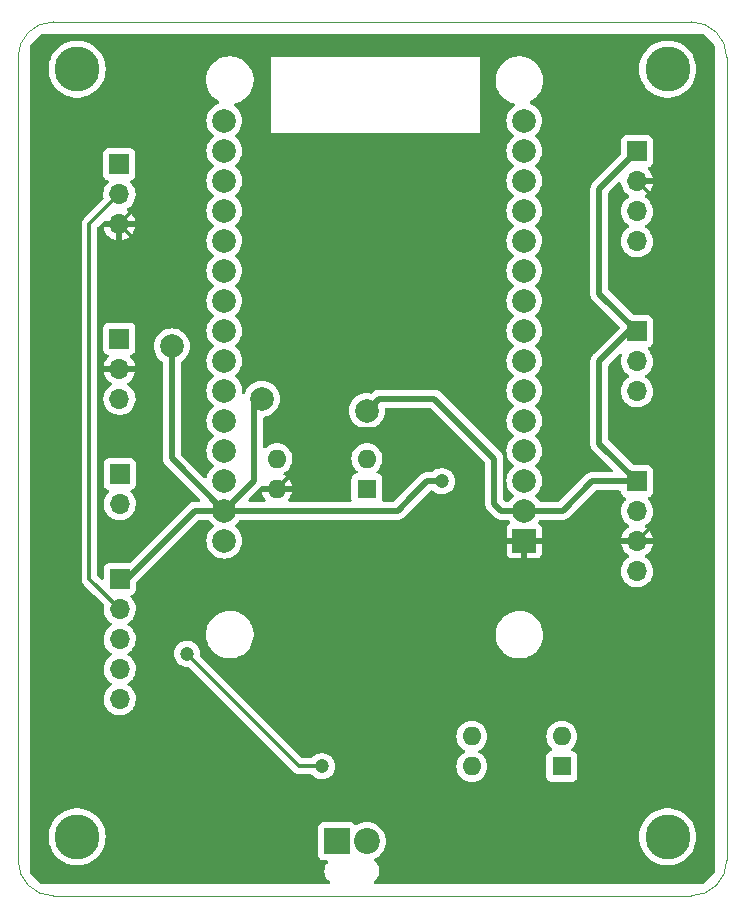
<source format=gbr>
%TF.GenerationSoftware,KiCad,Pcbnew,(6.0.7)*%
%TF.CreationDate,2022-08-26T02:08:04+02:00*%
%TF.ProjectId,airpcb_smd,61697270-6362-45f7-936d-642e6b696361,rev?*%
%TF.SameCoordinates,Original*%
%TF.FileFunction,Copper,L2,Bot*%
%TF.FilePolarity,Positive*%
%FSLAX46Y46*%
G04 Gerber Fmt 4.6, Leading zero omitted, Abs format (unit mm)*
G04 Created by KiCad (PCBNEW (6.0.7)) date 2022-08-26 02:08:04*
%MOMM*%
%LPD*%
G01*
G04 APERTURE LIST*
%TA.AperFunction,Profile*%
%ADD10C,0.050000*%
%TD*%
%TA.AperFunction,ComponentPad*%
%ADD11R,2.000000X2.000000*%
%TD*%
%TA.AperFunction,ComponentPad*%
%ADD12C,2.000000*%
%TD*%
%TA.AperFunction,ComponentPad*%
%ADD13R,2.200000X2.200000*%
%TD*%
%TA.AperFunction,ComponentPad*%
%ADD14C,2.200000*%
%TD*%
%TA.AperFunction,ComponentPad*%
%ADD15R,1.600000X1.600000*%
%TD*%
%TA.AperFunction,ComponentPad*%
%ADD16O,1.600000X1.600000*%
%TD*%
%TA.AperFunction,ComponentPad*%
%ADD17C,3.800000*%
%TD*%
%TA.AperFunction,ComponentPad*%
%ADD18R,1.700000X1.700000*%
%TD*%
%TA.AperFunction,ComponentPad*%
%ADD19O,1.700000X1.700000*%
%TD*%
%TA.AperFunction,ViaPad*%
%ADD20C,1.200000*%
%TD*%
%TA.AperFunction,ViaPad*%
%ADD21C,2.000000*%
%TD*%
%TA.AperFunction,Conductor*%
%ADD22C,0.508000*%
%TD*%
%TA.AperFunction,Conductor*%
%ADD23C,0.304800*%
%TD*%
G04 APERTURE END LIST*
D10*
X103000000Y-50000000D02*
G75*
G03*
X100000000Y-53000000I0J-3000000D01*
G01*
X103000000Y-50000000D02*
X157000000Y-50000000D01*
X100000000Y-121000000D02*
G75*
G03*
X103000000Y-124000000I3000000J0D01*
G01*
X160000000Y-53000000D02*
G75*
G03*
X157000000Y-50000000I-3000000J0D01*
G01*
X160000000Y-53000000D02*
X160000000Y-121000000D01*
X103000000Y-124000000D02*
X157000000Y-124000000D01*
X100000000Y-53000000D02*
X100000000Y-121000000D01*
X157000000Y-124000000D02*
G75*
G03*
X160000000Y-121000000I0J3000000D01*
G01*
D11*
%TO.P,U3,1,3V3*%
%TO.N,3V3*%
X142865000Y-93930000D03*
D12*
%TO.P,U3,2,GND*%
%TO.N,GND*%
X142865000Y-91390000D03*
%TO.P,U3,3,D15*%
%TO.N,unconnected-(U3-Pad3)*%
X142865000Y-88850000D03*
%TO.P,U3,4,D2*%
%TO.N,D2*%
X142865000Y-86310000D03*
%TO.P,U3,5,D4*%
%TO.N,D4*%
X142865000Y-83770000D03*
%TO.P,U3,6,RX2*%
%TO.N,unconnected-(U3-Pad6)*%
X142865000Y-81230000D03*
%TO.P,U3,7,TX2*%
%TO.N,unconnected-(U3-Pad7)*%
X142865000Y-78690000D03*
%TO.P,U3,8,D5*%
%TO.N,unconnected-(U3-Pad8)*%
X142865000Y-76150000D03*
%TO.P,U3,9,D18*%
%TO.N,unconnected-(U3-Pad9)*%
X142865000Y-73610000D03*
%TO.P,U3,10,D19*%
%TO.N,unconnected-(U3-Pad10)*%
X142865000Y-71070000D03*
%TO.P,U3,11,D21*%
%TO.N,SDA*%
X142865000Y-68530000D03*
%TO.P,U3,12,RX0*%
%TO.N,unconnected-(U3-Pad12)*%
X142865000Y-65990000D03*
%TO.P,U3,13,TX0*%
%TO.N,unconnected-(U3-Pad13)*%
X142865000Y-63450000D03*
%TO.P,U3,14,D22*%
%TO.N,SCL*%
X142865000Y-60910000D03*
%TO.P,U3,15,D23*%
%TO.N,unconnected-(U3-Pad15)*%
X142865000Y-58370000D03*
%TO.P,U3,16,EN*%
%TO.N,unconnected-(U3-Pad16)*%
X117465000Y-58370000D03*
%TO.P,U3,17,VP*%
%TO.N,unconnected-(U3-Pad17)*%
X117465000Y-60910000D03*
%TO.P,U3,18,VN*%
%TO.N,unconnected-(U3-Pad18)*%
X117465000Y-63450000D03*
%TO.P,U3,19,D34*%
%TO.N,unconnected-(U3-Pad19)*%
X117465000Y-65990000D03*
%TO.P,U3,20,D35*%
%TO.N,unconnected-(U3-Pad20)*%
X117465000Y-68530000D03*
%TO.P,U3,21,D32*%
%TO.N,unconnected-(U3-Pad21)*%
X117465000Y-71070000D03*
%TO.P,U3,22,D33*%
%TO.N,unconnected-(U3-Pad22)*%
X117465000Y-73610000D03*
%TO.P,U3,23,D25*%
%TO.N,unconnected-(U3-Pad23)*%
X117465000Y-76150000D03*
%TO.P,U3,24,D26*%
%TO.N,unconnected-(U3-Pad24)*%
X117465000Y-78690000D03*
%TO.P,U3,25,D27*%
%TO.N,unconnected-(U3-Pad25)*%
X117465000Y-81230000D03*
%TO.P,U3,26,D14*%
%TO.N,unconnected-(U3-Pad26)*%
X117465000Y-83770000D03*
%TO.P,U3,27,D12*%
%TO.N,D12*%
X117465000Y-86310000D03*
%TO.P,U3,28,D13*%
%TO.N,D13*%
X117465000Y-88850000D03*
%TO.P,U3,29,GND*%
%TO.N,GND*%
X117465000Y-91390000D03*
%TO.P,U3,30,VIN*%
%TO.N,5V*%
X117465000Y-93930000D03*
%TD*%
D13*
%TO.P,J4,1,Pin_1*%
%TO.N,A*%
X127000000Y-119380000D03*
D14*
%TO.P,J4,2,Pin_2*%
%TO.N,B*%
X129540000Y-119380000D03*
%TD*%
D15*
%TO.P,U2,1*%
%TO.N,Net-(Q1-Pad3)*%
X146040000Y-113035000D03*
D16*
%TO.P,U2,2*%
%TO.N,GND*%
X146040000Y-110495000D03*
%TO.P,U2,3*%
%TO.N,Net-(R6-Pad2)*%
X138420000Y-110495000D03*
%TO.P,U2,4*%
%TO.N,Net-(D3-Pad1)*%
X138420000Y-113035000D03*
%TD*%
D17*
%TO.P,H1,1*%
%TO.N,N/C*%
X105000000Y-54000000D03*
%TD*%
D18*
%TO.P,J2,1,Pin_1*%
%TO.N,GND*%
X152400000Y-88900000D03*
D19*
%TO.P,J2,2,Pin_2*%
%TO.N,D2*%
X152400000Y-91440000D03*
%TO.P,J2,3,Pin_3*%
%TO.N,3V3*%
X152400000Y-93980000D03*
%TO.P,J2,4,Pin_4*%
%TO.N,unconnected-(J2-Pad4)*%
X152400000Y-96520000D03*
%TD*%
D18*
%TO.P,J1,1,Pin_1*%
%TO.N,GND*%
X152400000Y-60960000D03*
D19*
%TO.P,J1,2,Pin_2*%
%TO.N,3V3*%
X152400000Y-63500000D03*
%TO.P,J1,3,Pin_3*%
%TO.N,SCL*%
X152400000Y-66040000D03*
%TO.P,J1,4,Pin_4*%
%TO.N,SDA*%
X152400000Y-68580000D03*
%TD*%
D18*
%TO.P,J7,1,Pin_1*%
%TO.N,GND*%
X108585000Y-76835000D03*
D19*
%TO.P,J7,2,Pin_2*%
%TO.N,3V3*%
X108585000Y-79375000D03*
%TO.P,J7,3,Pin_3*%
%TO.N,5V*%
X108585000Y-81915000D03*
%TD*%
D15*
%TO.P,U1,1*%
%TO.N,Net-(D2-Pad1)*%
X129540000Y-89535000D03*
D16*
%TO.P,U1,2*%
%TO.N,Net-(D1-Pad1)*%
X129540000Y-86995000D03*
%TO.P,U1,3*%
%TO.N,D12*%
X121920000Y-86995000D03*
%TO.P,U1,4*%
%TO.N,3V3*%
X121920000Y-89535000D03*
%TD*%
D18*
%TO.P,J9,1,Pin_1*%
%TO.N,5V*%
X108585000Y-62066000D03*
D19*
%TO.P,J9,2,Pin_2*%
%TO.N,PSU_OUT*%
X108585000Y-64606000D03*
%TO.P,J9,3,Pin_3*%
%TO.N,3V3*%
X108585000Y-67146000D03*
%TD*%
D17*
%TO.P,H2,1*%
%TO.N,N/C*%
X155000000Y-54000000D03*
%TD*%
D18*
%TO.P,J8,1,Pin_1*%
%TO.N,GND*%
X152400000Y-76200000D03*
D19*
%TO.P,J8,2,Pin_2*%
%TO.N,D4*%
X152400000Y-78740000D03*
%TO.P,J8,3,Pin_3*%
%TO.N,5V*%
X152400000Y-81280000D03*
%TD*%
D18*
%TO.P,J3,1,Pin_1*%
%TO.N,Net-(D5-Pad1)*%
X108610000Y-88285000D03*
D19*
%TO.P,J3,2,Pin_2*%
%TO.N,Net-(J11-Pad3)*%
X108610000Y-90825000D03*
%TD*%
D17*
%TO.P,H4,1*%
%TO.N,N/C*%
X105000000Y-119000000D03*
%TD*%
%TO.P,H3,1*%
%TO.N,N/C*%
X155000000Y-119000000D03*
%TD*%
D18*
%TO.P,J11,1,Pin_1*%
%TO.N,GND*%
X108610000Y-97185000D03*
D19*
%TO.P,J11,2,Pin_2*%
%TO.N,PSU_OUT*%
X108610000Y-99725000D03*
%TO.P,J11,3,Pin_3*%
%TO.N,Net-(J11-Pad3)*%
X108610000Y-102265000D03*
%TO.P,J11,4,Pin_4*%
%TO.N,B*%
X108610000Y-104805000D03*
%TO.P,J11,5,Pin_5*%
%TO.N,unconnected-(J11-Pad5)*%
X108610000Y-107345000D03*
%TD*%
D20*
%TO.N,GND*%
X135890000Y-88900000D03*
%TO.N,A*%
X125730000Y-113030000D03*
X114300000Y-103505000D03*
D21*
%TO.N,GND*%
X113030000Y-77470000D03*
X120650000Y-81915000D03*
X129540000Y-82947500D03*
D20*
%TO.N,3V3*%
X135255000Y-84455000D03*
%TD*%
D22*
%TO.N,GND*%
X134620000Y-88900000D02*
X135890000Y-88900000D01*
X133350000Y-90170000D02*
X134620000Y-88900000D01*
X132130000Y-91390000D02*
X133350000Y-90170000D01*
X117465000Y-91390000D02*
X132130000Y-91390000D01*
D23*
%TO.N,3V3*%
X123825000Y-87630000D02*
X121920000Y-89535000D01*
X123825000Y-81915000D02*
X123825000Y-87630000D01*
X121232600Y-79322600D02*
X123825000Y-81915000D01*
X121232600Y-53287600D02*
X121232600Y-79322600D01*
X120650000Y-52705000D02*
X121232600Y-53287600D01*
X116205000Y-52705000D02*
X120650000Y-52705000D01*
X114300000Y-54610000D02*
X116205000Y-52705000D01*
X114300000Y-61431000D02*
X114300000Y-54610000D01*
X108585000Y-67146000D02*
X114300000Y-61431000D01*
%TO.N,A*%
X123825000Y-113030000D02*
X125730000Y-113030000D01*
X114300000Y-103505000D02*
X123825000Y-113030000D01*
D22*
%TO.N,GND*%
X113030000Y-86955000D02*
X113030000Y-77470000D01*
X117465000Y-91390000D02*
X113030000Y-86955000D01*
X114985000Y-91390000D02*
X117465000Y-91390000D01*
X108610000Y-97185000D02*
X109190000Y-97185000D01*
X109190000Y-97185000D02*
X114985000Y-91390000D01*
D23*
%TO.N,3V3*%
X154940000Y-91440000D02*
X152400000Y-93980000D01*
X152400000Y-63500000D02*
X154940000Y-66040000D01*
X154940000Y-66040000D02*
X154940000Y-91440000D01*
D22*
%TO.N,GND*%
X151765000Y-76200000D02*
X152400000Y-76200000D01*
X149225000Y-78740000D02*
X151765000Y-76200000D01*
X149225000Y-85725000D02*
X149225000Y-78740000D01*
X152400000Y-88900000D02*
X149225000Y-85725000D01*
X149225000Y-64135000D02*
X152400000Y-60960000D01*
X149225000Y-73025000D02*
X149225000Y-64135000D01*
X152400000Y-76200000D02*
X149225000Y-73025000D01*
X120015000Y-82550000D02*
X120650000Y-81915000D01*
X120015000Y-85725000D02*
X120015000Y-82550000D01*
X120015000Y-88840000D02*
X120015000Y-85725000D01*
X117465000Y-91390000D02*
X120015000Y-88840000D01*
X135255000Y-81915000D02*
X130572500Y-81915000D01*
X140335000Y-86995000D02*
X135255000Y-81915000D01*
X140335000Y-90805000D02*
X140335000Y-86995000D01*
X130572500Y-81915000D02*
X129540000Y-82947500D01*
X140920000Y-91390000D02*
X140335000Y-90805000D01*
X142865000Y-91390000D02*
X140920000Y-91390000D01*
X148590000Y-88900000D02*
X152400000Y-88900000D01*
X146100000Y-91390000D02*
X148590000Y-88900000D01*
X142865000Y-91390000D02*
X146100000Y-91390000D01*
D23*
%TO.N,PSU_OUT*%
X106045000Y-67146000D02*
X106045000Y-97160000D01*
X106045000Y-97160000D02*
X108610000Y-99725000D01*
X108585000Y-64606000D02*
X106045000Y-67146000D01*
%TO.N,3V3*%
X109855000Y-79375000D02*
X108585000Y-79375000D01*
X111125000Y-78105000D02*
X109855000Y-79375000D01*
X111125000Y-69686000D02*
X111125000Y-78105000D01*
X108585000Y-67146000D02*
X111125000Y-69686000D01*
X123825000Y-89535000D02*
X128905000Y-84455000D01*
X128905000Y-84455000D02*
X135255000Y-84455000D01*
X121920000Y-89535000D02*
X123825000Y-89535000D01*
X139065000Y-88265000D02*
X139065000Y-92710000D01*
X135255000Y-84455000D02*
X139065000Y-88265000D01*
X139065000Y-92710000D02*
X140285000Y-93930000D01*
X140285000Y-93930000D02*
X142865000Y-93930000D01*
%TD*%
%TA.AperFunction,Conductor*%
%TO.N,3V3*%
G36*
X158015931Y-51020002D02*
G01*
X158036905Y-51036905D01*
X158963095Y-51963095D01*
X158997121Y-52025407D01*
X159000000Y-52052190D01*
X159000000Y-121947810D01*
X158979998Y-122015931D01*
X158963095Y-122036905D01*
X158036905Y-122963095D01*
X157974593Y-122997121D01*
X157947810Y-123000000D01*
X130244474Y-123000000D01*
X130176353Y-122979998D01*
X130129860Y-122926342D01*
X130119756Y-122856068D01*
X130149250Y-122791488D01*
X130164839Y-122776357D01*
X130284684Y-122678614D01*
X130284687Y-122678611D01*
X130289464Y-122674715D01*
X130421783Y-122514770D01*
X130425876Y-122507201D01*
X130517584Y-122337590D01*
X130517586Y-122337585D01*
X130520514Y-122332170D01*
X130581898Y-122133871D01*
X130583429Y-122119303D01*
X130602952Y-121933554D01*
X130602952Y-121933552D01*
X130603596Y-121927425D01*
X130584782Y-121720697D01*
X130582298Y-121712255D01*
X130527912Y-121527469D01*
X130526173Y-121521560D01*
X130430001Y-121337600D01*
X130299929Y-121175823D01*
X130295211Y-121171865D01*
X130295209Y-121171862D01*
X130164119Y-121061864D01*
X130124793Y-121002755D01*
X130123667Y-120931767D01*
X130161098Y-120871439D01*
X130196892Y-120848935D01*
X130227919Y-120836083D01*
X130267928Y-120819511D01*
X130267932Y-120819509D01*
X130272502Y-120817616D01*
X130488376Y-120685328D01*
X130680898Y-120520898D01*
X130845328Y-120328376D01*
X130977616Y-120112502D01*
X131074505Y-119878591D01*
X131133609Y-119632403D01*
X131153474Y-119380000D01*
X131133609Y-119127597D01*
X131102976Y-119000000D01*
X152586738Y-119000000D01*
X152605767Y-119302462D01*
X152662555Y-119600154D01*
X152663782Y-119603930D01*
X152751462Y-119873779D01*
X152756206Y-119888381D01*
X152885242Y-120162598D01*
X153047630Y-120418480D01*
X153240808Y-120651992D01*
X153243695Y-120654703D01*
X153450531Y-120848934D01*
X153461729Y-120859450D01*
X153706910Y-121037584D01*
X153710379Y-121039491D01*
X153710382Y-121039493D01*
X153947834Y-121170034D01*
X153972483Y-121183585D01*
X153976152Y-121185038D01*
X153976157Y-121185040D01*
X154250591Y-121293696D01*
X154254261Y-121295149D01*
X154547800Y-121370516D01*
X154848470Y-121408500D01*
X155151530Y-121408500D01*
X155452200Y-121370516D01*
X155745739Y-121295149D01*
X155749409Y-121293696D01*
X156023843Y-121185040D01*
X156023848Y-121185038D01*
X156027517Y-121183585D01*
X156052166Y-121170034D01*
X156289618Y-121039493D01*
X156289621Y-121039491D01*
X156293090Y-121037584D01*
X156538271Y-120859450D01*
X156549470Y-120848934D01*
X156756305Y-120654703D01*
X156759192Y-120651992D01*
X156952370Y-120418480D01*
X157114758Y-120162598D01*
X157243794Y-119888381D01*
X157248539Y-119873779D01*
X157336218Y-119603930D01*
X157337445Y-119600154D01*
X157394233Y-119302462D01*
X157413262Y-119000000D01*
X157394233Y-118697538D01*
X157337445Y-118399846D01*
X157243794Y-118111619D01*
X157208894Y-118037451D01*
X157165375Y-117944970D01*
X157114758Y-117837402D01*
X156952370Y-117581520D01*
X156759192Y-117348008D01*
X156538271Y-117140550D01*
X156293090Y-116962416D01*
X156027517Y-116816415D01*
X156023848Y-116814962D01*
X156023843Y-116814960D01*
X155749409Y-116706304D01*
X155749408Y-116706304D01*
X155745739Y-116704851D01*
X155452200Y-116629484D01*
X155151530Y-116591500D01*
X154848470Y-116591500D01*
X154547800Y-116629484D01*
X154254261Y-116704851D01*
X154250592Y-116706304D01*
X154250591Y-116706304D01*
X153976157Y-116814960D01*
X153976152Y-116814962D01*
X153972483Y-116816415D01*
X153706910Y-116962416D01*
X153461729Y-117140550D01*
X153240808Y-117348008D01*
X153047630Y-117581520D01*
X152885242Y-117837402D01*
X152834625Y-117944970D01*
X152791107Y-118037451D01*
X152756206Y-118111619D01*
X152662555Y-118399846D01*
X152605767Y-118697538D01*
X152586738Y-119000000D01*
X131102976Y-119000000D01*
X131074505Y-118881409D01*
X130999985Y-118701501D01*
X130979511Y-118652072D01*
X130979509Y-118652068D01*
X130977616Y-118647498D01*
X130845328Y-118431624D01*
X130680898Y-118239102D01*
X130488376Y-118074672D01*
X130272502Y-117942384D01*
X130267932Y-117940491D01*
X130267928Y-117940489D01*
X130043164Y-117847389D01*
X130043162Y-117847388D01*
X130038591Y-117845495D01*
X129953968Y-117825179D01*
X129797216Y-117787546D01*
X129797210Y-117787545D01*
X129792403Y-117786391D01*
X129540000Y-117766526D01*
X129287597Y-117786391D01*
X129282790Y-117787545D01*
X129282784Y-117787546D01*
X129126032Y-117825179D01*
X129041409Y-117845495D01*
X129036838Y-117847388D01*
X129036836Y-117847389D01*
X128812072Y-117940489D01*
X128812068Y-117940491D01*
X128807498Y-117942384D01*
X128803278Y-117944970D01*
X128682614Y-118018913D01*
X128614080Y-118037451D01*
X128546404Y-118015995D01*
X128515953Y-117987046D01*
X128463261Y-117916739D01*
X128346705Y-117829385D01*
X128210316Y-117778255D01*
X128148134Y-117771500D01*
X125851866Y-117771500D01*
X125789684Y-117778255D01*
X125653295Y-117829385D01*
X125536739Y-117916739D01*
X125449385Y-118033295D01*
X125398255Y-118169684D01*
X125391500Y-118231866D01*
X125391500Y-120528134D01*
X125398255Y-120590316D01*
X125449385Y-120726705D01*
X125536739Y-120843261D01*
X125653295Y-120930615D01*
X125789684Y-120981745D01*
X125851866Y-120988500D01*
X126129022Y-120988500D01*
X126197143Y-121008502D01*
X126243636Y-121062158D01*
X126253740Y-121132432D01*
X126226106Y-121194815D01*
X126118217Y-121325230D01*
X126115288Y-121330647D01*
X126115286Y-121330650D01*
X126022416Y-121502410D01*
X126022414Y-121502415D01*
X126019486Y-121507830D01*
X125958102Y-121706129D01*
X125957458Y-121712254D01*
X125957458Y-121712255D01*
X125955926Y-121726836D01*
X125936404Y-121912575D01*
X125938313Y-121933554D01*
X125946153Y-122019692D01*
X125955218Y-122119303D01*
X125956956Y-122125209D01*
X125956957Y-122125213D01*
X125966565Y-122157858D01*
X126013827Y-122318440D01*
X126109999Y-122502400D01*
X126240071Y-122664177D01*
X126373762Y-122776357D01*
X126375098Y-122777478D01*
X126414425Y-122836588D01*
X126415551Y-122907576D01*
X126378120Y-122967903D01*
X126314015Y-122998417D01*
X126294107Y-123000000D01*
X102052190Y-123000000D01*
X101984069Y-122979998D01*
X101963095Y-122963095D01*
X101036905Y-122036905D01*
X101002879Y-121974593D01*
X101000000Y-121947810D01*
X101000000Y-119000000D01*
X102586738Y-119000000D01*
X102605767Y-119302462D01*
X102662555Y-119600154D01*
X102663782Y-119603930D01*
X102751462Y-119873779D01*
X102756206Y-119888381D01*
X102885242Y-120162598D01*
X103047630Y-120418480D01*
X103240808Y-120651992D01*
X103243695Y-120654703D01*
X103450531Y-120848934D01*
X103461729Y-120859450D01*
X103706910Y-121037584D01*
X103710379Y-121039491D01*
X103710382Y-121039493D01*
X103947834Y-121170034D01*
X103972483Y-121183585D01*
X103976152Y-121185038D01*
X103976157Y-121185040D01*
X104250591Y-121293696D01*
X104254261Y-121295149D01*
X104547800Y-121370516D01*
X104848470Y-121408500D01*
X105151530Y-121408500D01*
X105452200Y-121370516D01*
X105745739Y-121295149D01*
X105749409Y-121293696D01*
X106023843Y-121185040D01*
X106023848Y-121185038D01*
X106027517Y-121183585D01*
X106052166Y-121170034D01*
X106289618Y-121039493D01*
X106289621Y-121039491D01*
X106293090Y-121037584D01*
X106538271Y-120859450D01*
X106549470Y-120848934D01*
X106756305Y-120654703D01*
X106759192Y-120651992D01*
X106952370Y-120418480D01*
X107114758Y-120162598D01*
X107243794Y-119888381D01*
X107248539Y-119873779D01*
X107336218Y-119603930D01*
X107337445Y-119600154D01*
X107394233Y-119302462D01*
X107413262Y-119000000D01*
X107394233Y-118697538D01*
X107337445Y-118399846D01*
X107243794Y-118111619D01*
X107208894Y-118037451D01*
X107165375Y-117944970D01*
X107114758Y-117837402D01*
X106952370Y-117581520D01*
X106759192Y-117348008D01*
X106538271Y-117140550D01*
X106293090Y-116962416D01*
X106027517Y-116816415D01*
X106023848Y-116814962D01*
X106023843Y-116814960D01*
X105749409Y-116706304D01*
X105749408Y-116706304D01*
X105745739Y-116704851D01*
X105452200Y-116629484D01*
X105151530Y-116591500D01*
X104848470Y-116591500D01*
X104547800Y-116629484D01*
X104254261Y-116704851D01*
X104250592Y-116706304D01*
X104250591Y-116706304D01*
X103976157Y-116814960D01*
X103976152Y-116814962D01*
X103972483Y-116816415D01*
X103706910Y-116962416D01*
X103461729Y-117140550D01*
X103240808Y-117348008D01*
X103047630Y-117581520D01*
X102885242Y-117837402D01*
X102834625Y-117944970D01*
X102791107Y-118037451D01*
X102756206Y-118111619D01*
X102662555Y-118399846D01*
X102605767Y-118697538D01*
X102586738Y-119000000D01*
X101000000Y-119000000D01*
X101000000Y-97194843D01*
X105380158Y-97194843D01*
X105381463Y-97202320D01*
X105381463Y-97202321D01*
X105390368Y-97253343D01*
X105391330Y-97259865D01*
X105398463Y-97318805D01*
X105401149Y-97325913D01*
X105402860Y-97332879D01*
X105404279Y-97338068D01*
X105406356Y-97344947D01*
X105407661Y-97352424D01*
X105431529Y-97406795D01*
X105434012Y-97412881D01*
X105455006Y-97468441D01*
X105459309Y-97474702D01*
X105462615Y-97481026D01*
X105465271Y-97485798D01*
X105468906Y-97491944D01*
X105471958Y-97498896D01*
X105476580Y-97504919D01*
X105508102Y-97546001D01*
X105511973Y-97551328D01*
X105545611Y-97600271D01*
X105551287Y-97605328D01*
X105588819Y-97638768D01*
X105594095Y-97643749D01*
X106439114Y-98488767D01*
X107251365Y-99301018D01*
X107285390Y-99363330D01*
X107283687Y-99423783D01*
X107270989Y-99469570D01*
X107270441Y-99474700D01*
X107270440Y-99474704D01*
X107266933Y-99507522D01*
X107247251Y-99691695D01*
X107247548Y-99696848D01*
X107247548Y-99696851D01*
X107253011Y-99791590D01*
X107260110Y-99914715D01*
X107261247Y-99919761D01*
X107261248Y-99919767D01*
X107278610Y-99996806D01*
X107309222Y-100132639D01*
X107393266Y-100339616D01*
X107509987Y-100530088D01*
X107656250Y-100698938D01*
X107828126Y-100841632D01*
X107893191Y-100879653D01*
X107901445Y-100884476D01*
X107950169Y-100936114D01*
X107963240Y-101005897D01*
X107936509Y-101071669D01*
X107896055Y-101105027D01*
X107883607Y-101111507D01*
X107879474Y-101114610D01*
X107879471Y-101114612D01*
X107855247Y-101132800D01*
X107704965Y-101245635D01*
X107686605Y-101264848D01*
X107554667Y-101402913D01*
X107550629Y-101407138D01*
X107424743Y-101591680D01*
X107330688Y-101794305D01*
X107270989Y-102009570D01*
X107247251Y-102231695D01*
X107247548Y-102236848D01*
X107247548Y-102236851D01*
X107253011Y-102331590D01*
X107260110Y-102454715D01*
X107261247Y-102459761D01*
X107261248Y-102459767D01*
X107281119Y-102547939D01*
X107309222Y-102672639D01*
X107393266Y-102879616D01*
X107402169Y-102894144D01*
X107476770Y-103015882D01*
X107509987Y-103070088D01*
X107656250Y-103238938D01*
X107828126Y-103381632D01*
X107898595Y-103422811D01*
X107901445Y-103424476D01*
X107950169Y-103476114D01*
X107963240Y-103545897D01*
X107936509Y-103611669D01*
X107896055Y-103645027D01*
X107883607Y-103651507D01*
X107879474Y-103654610D01*
X107879471Y-103654612D01*
X107782704Y-103727267D01*
X107704965Y-103785635D01*
X107550629Y-103947138D01*
X107424743Y-104131680D01*
X107330688Y-104334305D01*
X107270989Y-104549570D01*
X107247251Y-104771695D01*
X107247548Y-104776848D01*
X107247548Y-104776851D01*
X107253011Y-104871590D01*
X107260110Y-104994715D01*
X107261247Y-104999761D01*
X107261248Y-104999767D01*
X107281119Y-105087939D01*
X107309222Y-105212639D01*
X107393266Y-105419616D01*
X107509987Y-105610088D01*
X107656250Y-105778938D01*
X107828126Y-105921632D01*
X107898595Y-105962811D01*
X107901445Y-105964476D01*
X107950169Y-106016114D01*
X107963240Y-106085897D01*
X107936509Y-106151669D01*
X107896055Y-106185027D01*
X107883607Y-106191507D01*
X107879474Y-106194610D01*
X107879471Y-106194612D01*
X107855247Y-106212800D01*
X107704965Y-106325635D01*
X107550629Y-106487138D01*
X107424743Y-106671680D01*
X107330688Y-106874305D01*
X107270989Y-107089570D01*
X107247251Y-107311695D01*
X107247548Y-107316848D01*
X107247548Y-107316851D01*
X107253011Y-107411590D01*
X107260110Y-107534715D01*
X107261247Y-107539761D01*
X107261248Y-107539767D01*
X107281119Y-107627939D01*
X107309222Y-107752639D01*
X107393266Y-107959616D01*
X107509987Y-108150088D01*
X107656250Y-108318938D01*
X107828126Y-108461632D01*
X108021000Y-108574338D01*
X108229692Y-108654030D01*
X108234760Y-108655061D01*
X108234763Y-108655062D01*
X108342017Y-108676883D01*
X108448597Y-108698567D01*
X108453772Y-108698757D01*
X108453774Y-108698757D01*
X108666673Y-108706564D01*
X108666677Y-108706564D01*
X108671837Y-108706753D01*
X108676957Y-108706097D01*
X108676959Y-108706097D01*
X108888288Y-108679025D01*
X108888289Y-108679025D01*
X108893416Y-108678368D01*
X108898366Y-108676883D01*
X109102429Y-108615661D01*
X109102434Y-108615659D01*
X109107384Y-108614174D01*
X109307994Y-108515896D01*
X109489860Y-108386173D01*
X109648096Y-108228489D01*
X109707594Y-108145689D01*
X109775435Y-108051277D01*
X109778453Y-108047077D01*
X109877430Y-107846811D01*
X109942370Y-107633069D01*
X109971529Y-107411590D01*
X109973156Y-107345000D01*
X109954852Y-107122361D01*
X109900431Y-106905702D01*
X109811354Y-106700840D01*
X109690014Y-106513277D01*
X109539670Y-106348051D01*
X109535619Y-106344852D01*
X109535615Y-106344848D01*
X109368414Y-106212800D01*
X109368410Y-106212798D01*
X109364359Y-106209598D01*
X109323053Y-106186796D01*
X109273084Y-106136364D01*
X109258312Y-106066921D01*
X109283428Y-106000516D01*
X109310780Y-105973909D01*
X109354603Y-105942650D01*
X109489860Y-105846173D01*
X109648096Y-105688489D01*
X109707594Y-105605689D01*
X109775435Y-105511277D01*
X109778453Y-105507077D01*
X109877430Y-105306811D01*
X109942370Y-105093069D01*
X109971529Y-104871590D01*
X109973156Y-104805000D01*
X109954852Y-104582361D01*
X109900431Y-104365702D01*
X109811354Y-104160840D01*
X109690014Y-103973277D01*
X109539670Y-103808051D01*
X109535619Y-103804852D01*
X109535615Y-103804848D01*
X109368414Y-103672800D01*
X109368410Y-103672798D01*
X109364359Y-103669598D01*
X109323053Y-103646796D01*
X109273084Y-103596364D01*
X109258312Y-103526921D01*
X109277625Y-103475859D01*
X113187132Y-103475859D01*
X113200457Y-103679151D01*
X113250605Y-103876610D01*
X113335898Y-104061624D01*
X113453479Y-104227997D01*
X113599410Y-104370157D01*
X113604206Y-104373362D01*
X113604209Y-104373364D01*
X113742264Y-104465609D01*
X113768803Y-104483342D01*
X113774106Y-104485620D01*
X113774109Y-104485622D01*
X113950680Y-104561483D01*
X113955987Y-104563763D01*
X114015998Y-104577342D01*
X114149055Y-104607450D01*
X114149060Y-104607451D01*
X114154692Y-104608725D01*
X114160463Y-104608952D01*
X114160465Y-104608952D01*
X114228121Y-104611610D01*
X114358263Y-104616723D01*
X114399515Y-104610742D01*
X114469801Y-104620762D01*
X114506689Y-104646343D01*
X123338393Y-113478047D01*
X123344246Y-113484312D01*
X123379524Y-113524752D01*
X123385742Y-113529122D01*
X123428084Y-113558880D01*
X123433380Y-113562813D01*
X123480121Y-113599463D01*
X123487045Y-113602589D01*
X123493176Y-113606302D01*
X123497796Y-113608938D01*
X123504178Y-113612360D01*
X123510397Y-113616731D01*
X123517476Y-113619491D01*
X123565713Y-113638298D01*
X123571792Y-113640854D01*
X123625912Y-113665289D01*
X123633388Y-113666675D01*
X123640266Y-113668830D01*
X123645391Y-113670290D01*
X123652355Y-113672078D01*
X123659434Y-113674838D01*
X123666966Y-113675830D01*
X123666968Y-113675830D01*
X123692196Y-113679151D01*
X123718300Y-113682587D01*
X123724798Y-113683616D01*
X123783197Y-113694440D01*
X123790777Y-113694003D01*
X123790778Y-113694003D01*
X123840967Y-113691109D01*
X123848220Y-113690900D01*
X124774351Y-113690900D01*
X124842472Y-113710902D01*
X124877249Y-113744182D01*
X124883479Y-113752997D01*
X125029410Y-113895157D01*
X125034206Y-113898362D01*
X125034209Y-113898364D01*
X125102149Y-113943760D01*
X125198803Y-114008342D01*
X125204106Y-114010620D01*
X125204109Y-114010622D01*
X125293115Y-114048862D01*
X125385987Y-114088763D01*
X125458817Y-114105243D01*
X125579055Y-114132450D01*
X125579060Y-114132451D01*
X125584692Y-114133725D01*
X125590463Y-114133952D01*
X125590465Y-114133952D01*
X125653470Y-114136427D01*
X125788263Y-114141723D01*
X125989883Y-114112490D01*
X125995347Y-114110635D01*
X125995352Y-114110634D01*
X126177327Y-114048862D01*
X126177332Y-114048860D01*
X126182799Y-114047004D01*
X126193167Y-114041198D01*
X126257567Y-114005132D01*
X126360551Y-113947458D01*
X126517186Y-113817186D01*
X126647458Y-113660551D01*
X126723509Y-113524752D01*
X126744180Y-113487842D01*
X126744181Y-113487840D01*
X126747004Y-113482799D01*
X126748860Y-113477332D01*
X126748862Y-113477327D01*
X126810634Y-113295352D01*
X126810635Y-113295347D01*
X126812490Y-113289883D01*
X126841723Y-113088263D01*
X126843118Y-113035000D01*
X137106502Y-113035000D01*
X137126457Y-113263087D01*
X137185716Y-113484243D01*
X137188039Y-113489224D01*
X137188039Y-113489225D01*
X137280151Y-113686762D01*
X137280154Y-113686767D01*
X137282477Y-113691749D01*
X137413802Y-113879300D01*
X137575700Y-114041198D01*
X137580208Y-114044355D01*
X137580211Y-114044357D01*
X137658389Y-114099098D01*
X137763251Y-114172523D01*
X137768233Y-114174846D01*
X137768238Y-114174849D01*
X137965775Y-114266961D01*
X137970757Y-114269284D01*
X137976065Y-114270706D01*
X137976067Y-114270707D01*
X138186598Y-114327119D01*
X138186600Y-114327119D01*
X138191913Y-114328543D01*
X138420000Y-114348498D01*
X138648087Y-114328543D01*
X138653400Y-114327119D01*
X138653402Y-114327119D01*
X138863933Y-114270707D01*
X138863935Y-114270706D01*
X138869243Y-114269284D01*
X138874225Y-114266961D01*
X139071762Y-114174849D01*
X139071767Y-114174846D01*
X139076749Y-114172523D01*
X139181611Y-114099098D01*
X139259789Y-114044357D01*
X139259792Y-114044355D01*
X139264300Y-114041198D01*
X139426198Y-113879300D01*
X139557523Y-113691749D01*
X139559846Y-113686767D01*
X139559849Y-113686762D01*
X139651961Y-113489225D01*
X139651961Y-113489224D01*
X139654284Y-113484243D01*
X139713543Y-113263087D01*
X139733498Y-113035000D01*
X139713543Y-112806913D01*
X139654284Y-112585757D01*
X139590201Y-112448329D01*
X139559849Y-112383238D01*
X139559846Y-112383233D01*
X139557523Y-112378251D01*
X139426198Y-112190700D01*
X139264300Y-112028802D01*
X139259792Y-112025645D01*
X139259789Y-112025643D01*
X139168137Y-111961468D01*
X139076749Y-111897477D01*
X139071767Y-111895154D01*
X139071762Y-111895151D01*
X139037543Y-111879195D01*
X138984258Y-111832278D01*
X138964797Y-111764001D01*
X138985339Y-111696041D01*
X139037543Y-111650805D01*
X139071762Y-111634849D01*
X139071767Y-111634846D01*
X139076749Y-111632523D01*
X139245289Y-111514510D01*
X139259789Y-111504357D01*
X139259792Y-111504355D01*
X139264300Y-111501198D01*
X139426198Y-111339300D01*
X139557523Y-111151749D01*
X139559846Y-111146767D01*
X139559849Y-111146762D01*
X139651961Y-110949225D01*
X139651961Y-110949224D01*
X139654284Y-110944243D01*
X139713543Y-110723087D01*
X139733498Y-110495000D01*
X144726502Y-110495000D01*
X144746457Y-110723087D01*
X144805716Y-110944243D01*
X144808039Y-110949224D01*
X144808039Y-110949225D01*
X144900151Y-111146762D01*
X144900154Y-111146767D01*
X144902477Y-111151749D01*
X145033802Y-111339300D01*
X145195700Y-111501198D01*
X145200211Y-111504357D01*
X145204424Y-111507892D01*
X145203473Y-111509026D01*
X145243471Y-111559071D01*
X145250776Y-111629690D01*
X145218742Y-111693049D01*
X145157538Y-111729030D01*
X145140483Y-111732082D01*
X145129684Y-111733255D01*
X144993295Y-111784385D01*
X144876739Y-111871739D01*
X144789385Y-111988295D01*
X144738255Y-112124684D01*
X144731500Y-112186866D01*
X144731500Y-113883134D01*
X144738255Y-113945316D01*
X144789385Y-114081705D01*
X144876739Y-114198261D01*
X144993295Y-114285615D01*
X145129684Y-114336745D01*
X145191866Y-114343500D01*
X146888134Y-114343500D01*
X146950316Y-114336745D01*
X147086705Y-114285615D01*
X147203261Y-114198261D01*
X147290615Y-114081705D01*
X147341745Y-113945316D01*
X147348500Y-113883134D01*
X147348500Y-112186866D01*
X147341745Y-112124684D01*
X147290615Y-111988295D01*
X147203261Y-111871739D01*
X147086705Y-111784385D01*
X146950316Y-111733255D01*
X146939526Y-111732083D01*
X146937394Y-111731197D01*
X146934778Y-111730575D01*
X146934879Y-111730152D01*
X146873965Y-111704845D01*
X146833537Y-111646483D01*
X146831078Y-111575529D01*
X146867371Y-111514510D01*
X146876031Y-111507511D01*
X146879793Y-111504354D01*
X146884300Y-111501198D01*
X147046198Y-111339300D01*
X147177523Y-111151749D01*
X147179846Y-111146767D01*
X147179849Y-111146762D01*
X147271961Y-110949225D01*
X147271961Y-110949224D01*
X147274284Y-110944243D01*
X147333543Y-110723087D01*
X147353498Y-110495000D01*
X147333543Y-110266913D01*
X147274284Y-110045757D01*
X147271961Y-110040775D01*
X147179849Y-109843238D01*
X147179846Y-109843233D01*
X147177523Y-109838251D01*
X147046198Y-109650700D01*
X146884300Y-109488802D01*
X146879792Y-109485645D01*
X146879789Y-109485643D01*
X146801611Y-109430902D01*
X146696749Y-109357477D01*
X146691767Y-109355154D01*
X146691762Y-109355151D01*
X146494225Y-109263039D01*
X146494224Y-109263039D01*
X146489243Y-109260716D01*
X146483935Y-109259294D01*
X146483933Y-109259293D01*
X146273402Y-109202881D01*
X146273400Y-109202881D01*
X146268087Y-109201457D01*
X146040000Y-109181502D01*
X145811913Y-109201457D01*
X145806600Y-109202881D01*
X145806598Y-109202881D01*
X145596067Y-109259293D01*
X145596065Y-109259294D01*
X145590757Y-109260716D01*
X145585776Y-109263039D01*
X145585775Y-109263039D01*
X145388238Y-109355151D01*
X145388233Y-109355154D01*
X145383251Y-109357477D01*
X145278389Y-109430902D01*
X145200211Y-109485643D01*
X145200208Y-109485645D01*
X145195700Y-109488802D01*
X145033802Y-109650700D01*
X144902477Y-109838251D01*
X144900154Y-109843233D01*
X144900151Y-109843238D01*
X144808039Y-110040775D01*
X144805716Y-110045757D01*
X144746457Y-110266913D01*
X144726502Y-110495000D01*
X139733498Y-110495000D01*
X139713543Y-110266913D01*
X139654284Y-110045757D01*
X139651961Y-110040775D01*
X139559849Y-109843238D01*
X139559846Y-109843233D01*
X139557523Y-109838251D01*
X139426198Y-109650700D01*
X139264300Y-109488802D01*
X139259792Y-109485645D01*
X139259789Y-109485643D01*
X139181611Y-109430902D01*
X139076749Y-109357477D01*
X139071767Y-109355154D01*
X139071762Y-109355151D01*
X138874225Y-109263039D01*
X138874224Y-109263039D01*
X138869243Y-109260716D01*
X138863935Y-109259294D01*
X138863933Y-109259293D01*
X138653402Y-109202881D01*
X138653400Y-109202881D01*
X138648087Y-109201457D01*
X138420000Y-109181502D01*
X138191913Y-109201457D01*
X138186600Y-109202881D01*
X138186598Y-109202881D01*
X137976067Y-109259293D01*
X137976065Y-109259294D01*
X137970757Y-109260716D01*
X137965776Y-109263039D01*
X137965775Y-109263039D01*
X137768238Y-109355151D01*
X137768233Y-109355154D01*
X137763251Y-109357477D01*
X137658389Y-109430902D01*
X137580211Y-109485643D01*
X137580208Y-109485645D01*
X137575700Y-109488802D01*
X137413802Y-109650700D01*
X137282477Y-109838251D01*
X137280154Y-109843233D01*
X137280151Y-109843238D01*
X137188039Y-110040775D01*
X137185716Y-110045757D01*
X137126457Y-110266913D01*
X137106502Y-110495000D01*
X137126457Y-110723087D01*
X137185716Y-110944243D01*
X137188039Y-110949224D01*
X137188039Y-110949225D01*
X137280151Y-111146762D01*
X137280154Y-111146767D01*
X137282477Y-111151749D01*
X137413802Y-111339300D01*
X137575700Y-111501198D01*
X137580208Y-111504355D01*
X137580211Y-111504357D01*
X137594711Y-111514510D01*
X137763251Y-111632523D01*
X137768233Y-111634846D01*
X137768238Y-111634849D01*
X137802457Y-111650805D01*
X137855742Y-111697722D01*
X137875203Y-111765999D01*
X137854661Y-111833959D01*
X137802457Y-111879195D01*
X137768238Y-111895151D01*
X137768233Y-111895154D01*
X137763251Y-111897477D01*
X137671863Y-111961468D01*
X137580211Y-112025643D01*
X137580208Y-112025645D01*
X137575700Y-112028802D01*
X137413802Y-112190700D01*
X137282477Y-112378251D01*
X137280154Y-112383233D01*
X137280151Y-112383238D01*
X137249799Y-112448329D01*
X137185716Y-112585757D01*
X137126457Y-112806913D01*
X137106502Y-113035000D01*
X126843118Y-113035000D01*
X126843249Y-113030000D01*
X126824608Y-112827126D01*
X126769307Y-112631047D01*
X126749592Y-112591067D01*
X126681756Y-112453510D01*
X126679201Y-112448329D01*
X126614900Y-112362219D01*
X126560758Y-112289715D01*
X126560758Y-112289714D01*
X126557305Y-112285091D01*
X126407703Y-112146800D01*
X126360924Y-112117285D01*
X126240288Y-112041169D01*
X126240283Y-112041167D01*
X126235404Y-112038088D01*
X126046180Y-111962595D01*
X125846366Y-111922849D01*
X125840592Y-111922773D01*
X125840588Y-111922773D01*
X125737452Y-111921424D01*
X125642655Y-111920183D01*
X125636958Y-111921162D01*
X125636957Y-111921162D01*
X125447567Y-111953705D01*
X125441870Y-111954684D01*
X125250734Y-112025198D01*
X125245773Y-112028150D01*
X125245772Y-112028150D01*
X125083514Y-112124684D01*
X125075649Y-112129363D01*
X124922478Y-112263690D01*
X124901962Y-112289715D01*
X124877215Y-112321106D01*
X124819334Y-112362219D01*
X124778265Y-112369100D01*
X124150944Y-112369100D01*
X124082823Y-112349098D01*
X124061849Y-112332195D01*
X115441343Y-103711690D01*
X115407317Y-103649378D01*
X115405742Y-103604516D01*
X115411190Y-103566939D01*
X115411723Y-103563263D01*
X115413249Y-103505000D01*
X115397634Y-103335060D01*
X115395137Y-103307880D01*
X115395136Y-103307877D01*
X115394608Y-103302126D01*
X115376787Y-103238938D01*
X115340875Y-103111606D01*
X115340874Y-103111604D01*
X115339307Y-103106047D01*
X115328680Y-103084496D01*
X115251756Y-102928510D01*
X115249201Y-102923329D01*
X115232040Y-102900347D01*
X115130758Y-102764715D01*
X115130758Y-102764714D01*
X115127305Y-102760091D01*
X115001973Y-102644235D01*
X114981943Y-102625719D01*
X114981940Y-102625717D01*
X114977703Y-102621800D01*
X114876622Y-102558023D01*
X114810288Y-102516169D01*
X114810283Y-102516167D01*
X114805404Y-102513088D01*
X114616180Y-102437595D01*
X114416366Y-102397849D01*
X114410592Y-102397773D01*
X114410588Y-102397773D01*
X114307452Y-102396424D01*
X114212655Y-102395183D01*
X114206958Y-102396162D01*
X114206957Y-102396162D01*
X114017567Y-102428705D01*
X114011870Y-102429684D01*
X113820734Y-102500198D01*
X113645649Y-102604363D01*
X113492478Y-102738690D01*
X113488911Y-102743215D01*
X113488906Y-102743220D01*
X113465730Y-102772619D01*
X113366351Y-102898681D01*
X113271492Y-103078978D01*
X113211078Y-103273543D01*
X113187132Y-103475859D01*
X109277625Y-103475859D01*
X109283428Y-103460516D01*
X109310780Y-103433909D01*
X109354603Y-103402650D01*
X109489860Y-103306173D01*
X109562523Y-103233764D01*
X109644435Y-103152137D01*
X109648096Y-103148489D01*
X109678594Y-103106047D01*
X109775435Y-102971277D01*
X109778453Y-102967077D01*
X109800075Y-102923329D01*
X109875136Y-102771453D01*
X109875137Y-102771451D01*
X109877430Y-102766811D01*
X109942370Y-102553069D01*
X109971529Y-102331590D01*
X109973156Y-102265000D01*
X109954852Y-102042361D01*
X109900431Y-101825702D01*
X109897836Y-101819733D01*
X115922822Y-101819733D01*
X115922975Y-101824121D01*
X115922975Y-101824127D01*
X115929631Y-102014707D01*
X115932625Y-102100458D01*
X115933387Y-102104781D01*
X115933388Y-102104788D01*
X115956675Y-102236851D01*
X115981402Y-102377087D01*
X116068203Y-102644235D01*
X116070131Y-102648188D01*
X116070133Y-102648193D01*
X116084391Y-102677425D01*
X116191340Y-102896702D01*
X116193795Y-102900341D01*
X116193798Y-102900347D01*
X116235679Y-102962438D01*
X116348415Y-103129576D01*
X116536371Y-103338322D01*
X116751550Y-103518879D01*
X116989764Y-103667731D01*
X117246375Y-103781982D01*
X117516390Y-103859407D01*
X117520740Y-103860018D01*
X117520743Y-103860019D01*
X117623690Y-103874487D01*
X117794552Y-103898500D01*
X118005146Y-103898500D01*
X118007332Y-103898347D01*
X118007336Y-103898347D01*
X118210827Y-103884118D01*
X118210832Y-103884117D01*
X118215212Y-103883811D01*
X118489970Y-103825409D01*
X118494099Y-103823906D01*
X118494103Y-103823905D01*
X118749781Y-103730846D01*
X118749785Y-103730844D01*
X118753926Y-103729337D01*
X119001942Y-103597464D01*
X119005503Y-103594877D01*
X119225629Y-103434947D01*
X119225632Y-103434944D01*
X119229192Y-103432358D01*
X119431252Y-103237231D01*
X119604188Y-103015882D01*
X119606384Y-103012078D01*
X119606389Y-103012071D01*
X119742435Y-102776431D01*
X119744636Y-102772619D01*
X119849862Y-102512176D01*
X119850928Y-102507901D01*
X119916753Y-102243893D01*
X119916754Y-102243888D01*
X119917817Y-102239624D01*
X119918651Y-102231695D01*
X119946719Y-101964636D01*
X119946719Y-101964633D01*
X119947178Y-101960267D01*
X119947025Y-101955873D01*
X119942271Y-101819733D01*
X140432822Y-101819733D01*
X140432975Y-101824121D01*
X140432975Y-101824127D01*
X140439631Y-102014707D01*
X140442625Y-102100458D01*
X140443387Y-102104781D01*
X140443388Y-102104788D01*
X140466675Y-102236851D01*
X140491402Y-102377087D01*
X140578203Y-102644235D01*
X140580131Y-102648188D01*
X140580133Y-102648193D01*
X140594391Y-102677425D01*
X140701340Y-102896702D01*
X140703795Y-102900341D01*
X140703798Y-102900347D01*
X140745679Y-102962438D01*
X140858415Y-103129576D01*
X141046371Y-103338322D01*
X141261550Y-103518879D01*
X141499764Y-103667731D01*
X141756375Y-103781982D01*
X142026390Y-103859407D01*
X142030740Y-103860018D01*
X142030743Y-103860019D01*
X142133690Y-103874487D01*
X142304552Y-103898500D01*
X142515146Y-103898500D01*
X142517332Y-103898347D01*
X142517336Y-103898347D01*
X142720827Y-103884118D01*
X142720832Y-103884117D01*
X142725212Y-103883811D01*
X142999970Y-103825409D01*
X143004099Y-103823906D01*
X143004103Y-103823905D01*
X143259781Y-103730846D01*
X143259785Y-103730844D01*
X143263926Y-103729337D01*
X143511942Y-103597464D01*
X143515503Y-103594877D01*
X143735629Y-103434947D01*
X143735632Y-103434944D01*
X143739192Y-103432358D01*
X143941252Y-103237231D01*
X144114188Y-103015882D01*
X144116384Y-103012078D01*
X144116389Y-103012071D01*
X144252435Y-102776431D01*
X144254636Y-102772619D01*
X144359862Y-102512176D01*
X144360928Y-102507901D01*
X144426753Y-102243893D01*
X144426754Y-102243888D01*
X144427817Y-102239624D01*
X144428651Y-102231695D01*
X144456719Y-101964636D01*
X144456719Y-101964633D01*
X144457178Y-101960267D01*
X144457025Y-101955873D01*
X144447529Y-101683939D01*
X144447528Y-101683933D01*
X144447375Y-101679542D01*
X144437025Y-101620840D01*
X144399360Y-101407236D01*
X144398598Y-101402913D01*
X144311797Y-101135765D01*
X144308790Y-101129598D01*
X144242723Y-100994144D01*
X144188660Y-100883298D01*
X144186205Y-100879659D01*
X144186202Y-100879653D01*
X144108272Y-100764118D01*
X144031585Y-100650424D01*
X143843629Y-100441678D01*
X143628450Y-100261121D01*
X143390236Y-100112269D01*
X143133625Y-99998018D01*
X142863610Y-99920593D01*
X142859260Y-99919982D01*
X142859257Y-99919981D01*
X142756310Y-99905513D01*
X142585448Y-99881500D01*
X142374854Y-99881500D01*
X142372668Y-99881653D01*
X142372664Y-99881653D01*
X142169173Y-99895882D01*
X142169168Y-99895883D01*
X142164788Y-99896189D01*
X141890030Y-99954591D01*
X141885901Y-99956094D01*
X141885897Y-99956095D01*
X141630219Y-100049154D01*
X141630215Y-100049156D01*
X141626074Y-100050663D01*
X141378058Y-100182536D01*
X141374499Y-100185122D01*
X141374497Y-100185123D01*
X141161855Y-100339616D01*
X141150808Y-100347642D01*
X140948748Y-100542769D01*
X140775812Y-100764118D01*
X140773616Y-100767922D01*
X140773611Y-100767929D01*
X140676510Y-100936114D01*
X140635364Y-101007381D01*
X140530138Y-101267824D01*
X140529073Y-101272097D01*
X140529072Y-101272099D01*
X140487804Y-101437617D01*
X140462183Y-101540376D01*
X140461724Y-101544744D01*
X140461723Y-101544749D01*
X140434970Y-101799297D01*
X140432822Y-101819733D01*
X119942271Y-101819733D01*
X119937529Y-101683939D01*
X119937528Y-101683933D01*
X119937375Y-101679542D01*
X119927025Y-101620840D01*
X119889360Y-101407236D01*
X119888598Y-101402913D01*
X119801797Y-101135765D01*
X119798790Y-101129598D01*
X119732723Y-100994144D01*
X119678660Y-100883298D01*
X119676205Y-100879659D01*
X119676202Y-100879653D01*
X119598272Y-100764118D01*
X119521585Y-100650424D01*
X119333629Y-100441678D01*
X119118450Y-100261121D01*
X118880236Y-100112269D01*
X118623625Y-99998018D01*
X118353610Y-99920593D01*
X118349260Y-99919982D01*
X118349257Y-99919981D01*
X118246310Y-99905513D01*
X118075448Y-99881500D01*
X117864854Y-99881500D01*
X117862668Y-99881653D01*
X117862664Y-99881653D01*
X117659173Y-99895882D01*
X117659168Y-99895883D01*
X117654788Y-99896189D01*
X117380030Y-99954591D01*
X117375901Y-99956094D01*
X117375897Y-99956095D01*
X117120219Y-100049154D01*
X117120215Y-100049156D01*
X117116074Y-100050663D01*
X116868058Y-100182536D01*
X116864499Y-100185122D01*
X116864497Y-100185123D01*
X116651855Y-100339616D01*
X116640808Y-100347642D01*
X116438748Y-100542769D01*
X116265812Y-100764118D01*
X116263616Y-100767922D01*
X116263611Y-100767929D01*
X116166510Y-100936114D01*
X116125364Y-101007381D01*
X116020138Y-101267824D01*
X116019073Y-101272097D01*
X116019072Y-101272099D01*
X115977804Y-101437617D01*
X115952183Y-101540376D01*
X115951724Y-101544744D01*
X115951723Y-101544749D01*
X115924970Y-101799297D01*
X115922822Y-101819733D01*
X109897836Y-101819733D01*
X109811354Y-101620840D01*
X109762129Y-101544749D01*
X109692822Y-101437617D01*
X109692820Y-101437614D01*
X109690014Y-101433277D01*
X109539670Y-101268051D01*
X109535619Y-101264852D01*
X109535615Y-101264848D01*
X109368414Y-101132800D01*
X109368410Y-101132798D01*
X109364359Y-101129598D01*
X109323053Y-101106796D01*
X109273084Y-101056364D01*
X109258312Y-100986921D01*
X109283428Y-100920516D01*
X109310780Y-100893909D01*
X109354603Y-100862650D01*
X109489860Y-100766173D01*
X109495400Y-100760653D01*
X109644435Y-100612137D01*
X109648096Y-100608489D01*
X109707594Y-100525689D01*
X109775435Y-100431277D01*
X109778453Y-100427077D01*
X109859076Y-100263949D01*
X109875136Y-100231453D01*
X109875137Y-100231451D01*
X109877430Y-100226811D01*
X109942370Y-100013069D01*
X109971529Y-99791590D01*
X109973156Y-99725000D01*
X109954852Y-99502361D01*
X109900431Y-99285702D01*
X109811354Y-99080840D01*
X109690014Y-98893277D01*
X109686532Y-98889450D01*
X109542798Y-98731488D01*
X109511746Y-98667642D01*
X109520141Y-98597143D01*
X109565317Y-98542375D01*
X109591761Y-98528706D01*
X109698297Y-98488767D01*
X109706705Y-98485615D01*
X109823261Y-98398261D01*
X109910615Y-98281705D01*
X109961745Y-98145316D01*
X109968500Y-98083134D01*
X109968500Y-97537028D01*
X109988502Y-97468907D01*
X110005405Y-97447933D01*
X110966643Y-96486695D01*
X151037251Y-96486695D01*
X151037548Y-96491848D01*
X151037548Y-96491851D01*
X151043011Y-96586590D01*
X151050110Y-96709715D01*
X151051247Y-96714761D01*
X151051248Y-96714767D01*
X151071119Y-96802939D01*
X151099222Y-96927639D01*
X151183266Y-97134616D01*
X151220173Y-97194843D01*
X151296137Y-97318805D01*
X151299987Y-97325088D01*
X151446250Y-97493938D01*
X151618126Y-97636632D01*
X151811000Y-97749338D01*
X152019692Y-97829030D01*
X152024760Y-97830061D01*
X152024763Y-97830062D01*
X152132017Y-97851883D01*
X152238597Y-97873567D01*
X152243772Y-97873757D01*
X152243774Y-97873757D01*
X152456673Y-97881564D01*
X152456677Y-97881564D01*
X152461837Y-97881753D01*
X152466957Y-97881097D01*
X152466959Y-97881097D01*
X152678288Y-97854025D01*
X152678289Y-97854025D01*
X152683416Y-97853368D01*
X152688366Y-97851883D01*
X152892429Y-97790661D01*
X152892434Y-97790659D01*
X152897384Y-97789174D01*
X153097994Y-97690896D01*
X153279860Y-97561173D01*
X153289734Y-97551334D01*
X153434435Y-97407137D01*
X153438096Y-97403489D01*
X153485106Y-97338068D01*
X153565435Y-97226277D01*
X153568453Y-97222077D01*
X153608372Y-97141308D01*
X153665136Y-97026453D01*
X153665137Y-97026451D01*
X153667430Y-97021811D01*
X153732370Y-96808069D01*
X153761529Y-96586590D01*
X153763156Y-96520000D01*
X153744852Y-96297361D01*
X153690431Y-96080702D01*
X153601354Y-95875840D01*
X153480014Y-95688277D01*
X153329670Y-95523051D01*
X153325619Y-95519852D01*
X153325615Y-95519848D01*
X153158414Y-95387800D01*
X153158410Y-95387798D01*
X153154359Y-95384598D01*
X153112569Y-95361529D01*
X153062598Y-95311097D01*
X153047826Y-95241654D01*
X153072942Y-95175248D01*
X153100294Y-95148641D01*
X153275328Y-95023792D01*
X153283200Y-95017139D01*
X153434052Y-94866812D01*
X153440730Y-94858965D01*
X153565003Y-94686020D01*
X153570313Y-94677183D01*
X153664670Y-94486267D01*
X153668469Y-94476672D01*
X153730377Y-94272910D01*
X153732555Y-94262837D01*
X153733986Y-94251962D01*
X153731775Y-94237778D01*
X153718617Y-94234000D01*
X151083225Y-94234000D01*
X151069694Y-94237973D01*
X151068257Y-94247966D01*
X151098565Y-94382446D01*
X151101645Y-94392275D01*
X151181770Y-94589603D01*
X151186413Y-94598794D01*
X151297694Y-94780388D01*
X151303777Y-94788699D01*
X151443213Y-94949667D01*
X151450580Y-94956883D01*
X151614434Y-95092916D01*
X151622881Y-95098831D01*
X151691969Y-95139203D01*
X151740693Y-95190842D01*
X151753764Y-95260625D01*
X151727033Y-95326396D01*
X151686584Y-95359752D01*
X151673607Y-95366507D01*
X151669474Y-95369610D01*
X151669471Y-95369612D01*
X151499100Y-95497530D01*
X151494965Y-95500635D01*
X151340629Y-95662138D01*
X151214743Y-95846680D01*
X151199003Y-95880590D01*
X151159191Y-95966358D01*
X151120688Y-96049305D01*
X151060989Y-96264570D01*
X151037251Y-96486695D01*
X110966643Y-96486695D01*
X115263933Y-92189405D01*
X115326245Y-92155379D01*
X115353028Y-92152500D01*
X116092487Y-92152500D01*
X116160608Y-92172502D01*
X116199916Y-92212661D01*
X116240824Y-92279416D01*
X116395031Y-92459969D01*
X116398787Y-92463177D01*
X116398792Y-92463182D01*
X116517056Y-92564189D01*
X116555866Y-92623639D01*
X116556372Y-92694634D01*
X116517056Y-92755811D01*
X116398792Y-92856818D01*
X116398787Y-92856823D01*
X116395031Y-92860031D01*
X116240824Y-93040584D01*
X116238245Y-93044792D01*
X116238241Y-93044798D01*
X116188035Y-93126727D01*
X116116760Y-93243037D01*
X116114867Y-93247607D01*
X116114865Y-93247611D01*
X116027789Y-93457833D01*
X116025895Y-93462406D01*
X116024740Y-93467218D01*
X115974616Y-93676000D01*
X115970465Y-93693289D01*
X115951835Y-93930000D01*
X115970465Y-94166711D01*
X115971619Y-94171518D01*
X115971620Y-94171524D01*
X115990932Y-94251962D01*
X116025895Y-94397594D01*
X116116760Y-94616963D01*
X116119346Y-94621183D01*
X116238241Y-94815202D01*
X116238245Y-94815208D01*
X116240824Y-94819416D01*
X116395031Y-94999969D01*
X116575584Y-95154176D01*
X116579792Y-95156755D01*
X116579798Y-95156759D01*
X116718334Y-95241654D01*
X116778037Y-95278240D01*
X116782607Y-95280133D01*
X116782611Y-95280135D01*
X116992833Y-95367211D01*
X116997406Y-95369105D01*
X117056633Y-95383324D01*
X117223476Y-95423380D01*
X117223482Y-95423381D01*
X117228289Y-95424535D01*
X117465000Y-95443165D01*
X117701711Y-95424535D01*
X117706518Y-95423381D01*
X117706524Y-95423380D01*
X117873367Y-95383324D01*
X117932594Y-95369105D01*
X117937167Y-95367211D01*
X118147389Y-95280135D01*
X118147393Y-95280133D01*
X118151963Y-95278240D01*
X118211666Y-95241654D01*
X118350202Y-95156759D01*
X118350208Y-95156755D01*
X118354416Y-95154176D01*
X118534969Y-94999969D01*
X118556577Y-94974669D01*
X141357001Y-94974669D01*
X141357371Y-94981490D01*
X141362895Y-95032352D01*
X141366521Y-95047604D01*
X141411676Y-95168054D01*
X141420214Y-95183649D01*
X141496715Y-95285724D01*
X141509276Y-95298285D01*
X141611351Y-95374786D01*
X141626946Y-95383324D01*
X141747394Y-95428478D01*
X141762649Y-95432105D01*
X141813514Y-95437631D01*
X141820328Y-95438000D01*
X142592885Y-95438000D01*
X142608124Y-95433525D01*
X142609329Y-95432135D01*
X142611000Y-95424452D01*
X142611000Y-95419884D01*
X143119000Y-95419884D01*
X143123475Y-95435123D01*
X143124865Y-95436328D01*
X143132548Y-95437999D01*
X143909669Y-95437999D01*
X143916490Y-95437629D01*
X143967352Y-95432105D01*
X143982604Y-95428479D01*
X144103054Y-95383324D01*
X144118649Y-95374786D01*
X144220724Y-95298285D01*
X144233285Y-95285724D01*
X144309786Y-95183649D01*
X144318324Y-95168054D01*
X144363478Y-95047606D01*
X144367105Y-95032351D01*
X144372631Y-94981486D01*
X144373000Y-94974672D01*
X144373000Y-94202115D01*
X144368525Y-94186876D01*
X144367135Y-94185671D01*
X144359452Y-94184000D01*
X143137115Y-94184000D01*
X143121876Y-94188475D01*
X143120671Y-94189865D01*
X143119000Y-94197548D01*
X143119000Y-95419884D01*
X142611000Y-95419884D01*
X142611000Y-94202115D01*
X142606525Y-94186876D01*
X142605135Y-94185671D01*
X142597452Y-94184000D01*
X141375116Y-94184000D01*
X141359877Y-94188475D01*
X141358672Y-94189865D01*
X141357001Y-94197548D01*
X141357001Y-94974669D01*
X118556577Y-94974669D01*
X118689176Y-94819416D01*
X118691755Y-94815208D01*
X118691759Y-94815202D01*
X118810654Y-94621183D01*
X118813240Y-94616963D01*
X118904105Y-94397594D01*
X118939068Y-94251962D01*
X118958380Y-94171524D01*
X118958381Y-94171518D01*
X118959535Y-94166711D01*
X118978165Y-93930000D01*
X118959535Y-93693289D01*
X118955385Y-93676000D01*
X118905260Y-93467218D01*
X118904105Y-93462406D01*
X118902211Y-93457833D01*
X118815135Y-93247611D01*
X118815133Y-93247607D01*
X118813240Y-93243037D01*
X118741965Y-93126727D01*
X118691759Y-93044798D01*
X118691755Y-93044792D01*
X118689176Y-93040584D01*
X118534969Y-92860031D01*
X118531213Y-92856823D01*
X118531208Y-92856818D01*
X118412944Y-92755811D01*
X118374134Y-92696361D01*
X118373628Y-92625366D01*
X118412944Y-92564189D01*
X118531208Y-92463182D01*
X118531213Y-92463177D01*
X118534969Y-92459969D01*
X118689176Y-92279416D01*
X118730083Y-92212662D01*
X118782728Y-92165034D01*
X118837513Y-92152500D01*
X132062624Y-92152500D01*
X132081574Y-92153933D01*
X132095973Y-92156124D01*
X132095979Y-92156124D01*
X132103208Y-92157224D01*
X132110500Y-92156631D01*
X132110503Y-92156631D01*
X132156183Y-92152915D01*
X132166398Y-92152500D01*
X132174525Y-92152500D01*
X132178161Y-92152076D01*
X132178163Y-92152076D01*
X132181615Y-92151673D01*
X132202924Y-92149189D01*
X132207244Y-92148762D01*
X132280426Y-92142809D01*
X132287388Y-92140553D01*
X132293376Y-92139357D01*
X132299333Y-92137949D01*
X132306607Y-92137101D01*
X132313489Y-92134603D01*
X132313493Y-92134602D01*
X132375607Y-92112055D01*
X132379711Y-92110645D01*
X132449575Y-92088013D01*
X132455838Y-92084213D01*
X132461380Y-92081675D01*
X132466856Y-92078933D01*
X132473741Y-92076434D01*
X132504632Y-92056181D01*
X132535132Y-92036185D01*
X132538800Y-92033870D01*
X132601581Y-91995773D01*
X132605786Y-91992059D01*
X132605789Y-91992057D01*
X132610005Y-91988333D01*
X132610031Y-91988362D01*
X132612962Y-91985762D01*
X132616316Y-91982958D01*
X132622435Y-91978946D01*
X132675989Y-91922413D01*
X132678366Y-91919972D01*
X134898933Y-89699405D01*
X134961245Y-89665379D01*
X134988028Y-89662500D01*
X135032802Y-89662500D01*
X135100923Y-89682502D01*
X135120724Y-89698246D01*
X135189410Y-89765157D01*
X135194206Y-89768362D01*
X135194209Y-89768364D01*
X135253659Y-89808087D01*
X135358803Y-89878342D01*
X135364106Y-89880620D01*
X135364109Y-89880622D01*
X135463170Y-89923182D01*
X135545987Y-89958763D01*
X135601884Y-89971411D01*
X135739055Y-90002450D01*
X135739060Y-90002451D01*
X135744692Y-90003725D01*
X135750463Y-90003952D01*
X135750465Y-90003952D01*
X135813470Y-90006427D01*
X135948263Y-90011723D01*
X136149883Y-89982490D01*
X136155347Y-89980635D01*
X136155352Y-89980634D01*
X136337327Y-89918862D01*
X136337332Y-89918860D01*
X136342799Y-89917004D01*
X136520551Y-89817458D01*
X136677186Y-89687186D01*
X136807458Y-89530551D01*
X136879756Y-89401454D01*
X136904180Y-89357842D01*
X136904181Y-89357840D01*
X136907004Y-89352799D01*
X136908860Y-89347332D01*
X136908862Y-89347327D01*
X136970634Y-89165352D01*
X136970635Y-89165347D01*
X136972490Y-89159883D01*
X137001723Y-88958263D01*
X137003249Y-88900000D01*
X136984608Y-88697126D01*
X136938180Y-88532508D01*
X136930875Y-88506606D01*
X136930874Y-88506604D01*
X136929307Y-88501047D01*
X136923019Y-88488295D01*
X136841756Y-88323510D01*
X136839201Y-88318329D01*
X136833769Y-88311054D01*
X136720758Y-88159715D01*
X136720758Y-88159714D01*
X136717305Y-88155091D01*
X136627646Y-88072211D01*
X136571943Y-88020719D01*
X136571940Y-88020717D01*
X136567703Y-88016800D01*
X136516854Y-87984717D01*
X136400288Y-87911169D01*
X136400283Y-87911167D01*
X136395404Y-87908088D01*
X136206180Y-87832595D01*
X136006366Y-87792849D01*
X136000592Y-87792773D01*
X136000588Y-87792773D01*
X135897452Y-87791424D01*
X135802655Y-87790183D01*
X135796958Y-87791162D01*
X135796957Y-87791162D01*
X135726347Y-87803295D01*
X135601870Y-87824684D01*
X135410734Y-87895198D01*
X135405773Y-87898150D01*
X135405772Y-87898150D01*
X135260267Y-87984717D01*
X135235649Y-87999363D01*
X135167565Y-88059071D01*
X135113788Y-88106232D01*
X135049384Y-88136109D01*
X135030711Y-88137500D01*
X134687368Y-88137500D01*
X134668420Y-88136067D01*
X134660412Y-88134849D01*
X134654024Y-88133877D01*
X134654022Y-88133877D01*
X134646792Y-88132777D01*
X134639500Y-88133370D01*
X134639497Y-88133370D01*
X134593825Y-88137085D01*
X134583611Y-88137500D01*
X134575475Y-88137500D01*
X134571840Y-88137924D01*
X134571837Y-88137924D01*
X134553835Y-88140023D01*
X134547084Y-88140810D01*
X134542713Y-88141243D01*
X134531701Y-88142138D01*
X134476872Y-88146597D01*
X134476869Y-88146598D01*
X134469573Y-88147191D01*
X134462609Y-88149447D01*
X134456614Y-88150645D01*
X134450664Y-88152051D01*
X134443393Y-88152899D01*
X134374398Y-88177943D01*
X134370252Y-88179366D01*
X134307388Y-88199731D01*
X134307386Y-88199732D01*
X134300425Y-88201987D01*
X134294170Y-88205783D01*
X134288633Y-88208318D01*
X134283142Y-88211068D01*
X134276259Y-88213566D01*
X134270135Y-88217581D01*
X134214868Y-88253815D01*
X134211200Y-88256130D01*
X134148419Y-88294227D01*
X134144212Y-88297943D01*
X134144208Y-88297946D01*
X134139995Y-88301668D01*
X134139969Y-88301638D01*
X134137041Y-88304236D01*
X134133687Y-88307040D01*
X134127565Y-88311054D01*
X134122533Y-88316366D01*
X134122532Y-88316367D01*
X134073995Y-88367604D01*
X134071617Y-88370046D01*
X132869996Y-89571666D01*
X131851067Y-90590595D01*
X131788755Y-90624621D01*
X131761972Y-90627500D01*
X130955246Y-90627500D01*
X130887125Y-90607498D01*
X130840632Y-90553842D01*
X130830528Y-90483568D01*
X130837263Y-90457274D01*
X130838970Y-90452720D01*
X130838971Y-90452715D01*
X130841745Y-90445316D01*
X130848500Y-90383134D01*
X130848500Y-88686866D01*
X130841745Y-88624684D01*
X130790615Y-88488295D01*
X130703261Y-88371739D01*
X130586705Y-88284385D01*
X130450316Y-88233255D01*
X130439526Y-88232083D01*
X130437394Y-88231197D01*
X130434778Y-88230575D01*
X130434879Y-88230152D01*
X130373965Y-88204845D01*
X130333537Y-88146483D01*
X130331078Y-88075529D01*
X130367371Y-88014510D01*
X130376031Y-88007511D01*
X130379793Y-88004354D01*
X130384300Y-88001198D01*
X130546198Y-87839300D01*
X130556433Y-87824684D01*
X130647995Y-87693919D01*
X130677523Y-87651749D01*
X130679846Y-87646767D01*
X130679849Y-87646762D01*
X130771961Y-87449225D01*
X130771961Y-87449224D01*
X130774284Y-87444243D01*
X130776753Y-87435031D01*
X130832119Y-87228402D01*
X130832119Y-87228400D01*
X130833543Y-87223087D01*
X130853498Y-86995000D01*
X130833543Y-86766913D01*
X130832119Y-86761598D01*
X130775707Y-86551067D01*
X130775706Y-86551065D01*
X130774284Y-86545757D01*
X130763868Y-86523419D01*
X130679849Y-86343238D01*
X130679846Y-86343233D01*
X130677523Y-86338251D01*
X130596450Y-86222467D01*
X130549357Y-86155211D01*
X130549355Y-86155208D01*
X130546198Y-86150700D01*
X130384300Y-85988802D01*
X130379792Y-85985645D01*
X130379789Y-85985643D01*
X130240673Y-85888233D01*
X130196749Y-85857477D01*
X130191767Y-85855154D01*
X130191762Y-85855151D01*
X129994225Y-85763039D01*
X129994224Y-85763039D01*
X129989243Y-85760716D01*
X129983935Y-85759294D01*
X129983933Y-85759293D01*
X129773402Y-85702881D01*
X129773400Y-85702881D01*
X129768087Y-85701457D01*
X129540000Y-85681502D01*
X129311913Y-85701457D01*
X129306600Y-85702881D01*
X129306598Y-85702881D01*
X129096067Y-85759293D01*
X129096065Y-85759294D01*
X129090757Y-85760716D01*
X129085776Y-85763039D01*
X129085775Y-85763039D01*
X128888238Y-85855151D01*
X128888233Y-85855154D01*
X128883251Y-85857477D01*
X128839327Y-85888233D01*
X128700211Y-85985643D01*
X128700208Y-85985645D01*
X128695700Y-85988802D01*
X128533802Y-86150700D01*
X128530645Y-86155208D01*
X128530643Y-86155211D01*
X128483550Y-86222467D01*
X128402477Y-86338251D01*
X128400154Y-86343233D01*
X128400151Y-86343238D01*
X128316132Y-86523419D01*
X128305716Y-86545757D01*
X128304294Y-86551065D01*
X128304293Y-86551067D01*
X128247881Y-86761598D01*
X128246457Y-86766913D01*
X128226502Y-86995000D01*
X128246457Y-87223087D01*
X128247881Y-87228400D01*
X128247881Y-87228402D01*
X128303248Y-87435031D01*
X128305716Y-87444243D01*
X128308039Y-87449224D01*
X128308039Y-87449225D01*
X128400151Y-87646762D01*
X128400154Y-87646767D01*
X128402477Y-87651749D01*
X128432005Y-87693919D01*
X128523568Y-87824684D01*
X128533802Y-87839300D01*
X128695700Y-88001198D01*
X128700211Y-88004357D01*
X128704424Y-88007892D01*
X128703473Y-88009026D01*
X128743471Y-88059071D01*
X128750776Y-88129690D01*
X128718742Y-88193049D01*
X128657538Y-88229030D01*
X128640483Y-88232082D01*
X128629684Y-88233255D01*
X128493295Y-88284385D01*
X128376739Y-88371739D01*
X128289385Y-88488295D01*
X128238255Y-88624684D01*
X128231500Y-88686866D01*
X128231500Y-90383134D01*
X128238255Y-90445316D01*
X128241029Y-90452715D01*
X128241030Y-90452720D01*
X128242737Y-90457274D01*
X128247918Y-90528081D01*
X128213996Y-90590449D01*
X128151739Y-90624576D01*
X128124754Y-90627500D01*
X122981481Y-90627500D01*
X122913360Y-90607498D01*
X122866867Y-90553842D01*
X122856763Y-90483568D01*
X122886257Y-90418988D01*
X122892386Y-90412405D01*
X122921916Y-90382875D01*
X122928972Y-90374467D01*
X123053931Y-90196007D01*
X123059414Y-90186511D01*
X123151490Y-89989053D01*
X123155236Y-89978761D01*
X123201394Y-89806497D01*
X123201058Y-89792401D01*
X123193116Y-89789000D01*
X120652033Y-89789000D01*
X120638502Y-89792973D01*
X120637273Y-89801522D01*
X120684764Y-89978761D01*
X120688510Y-89989053D01*
X120780586Y-90186511D01*
X120786069Y-90196007D01*
X120911028Y-90374467D01*
X120918084Y-90382875D01*
X120947614Y-90412405D01*
X120981640Y-90474717D01*
X120976575Y-90545532D01*
X120934028Y-90602368D01*
X120867508Y-90627179D01*
X120858519Y-90627500D01*
X119610028Y-90627500D01*
X119541907Y-90607498D01*
X119495414Y-90553842D01*
X119485310Y-90483568D01*
X119514804Y-90418988D01*
X119520933Y-90412405D01*
X120506528Y-89426810D01*
X120520941Y-89414423D01*
X120532665Y-89405795D01*
X120538564Y-89401454D01*
X120572979Y-89360945D01*
X120579909Y-89353429D01*
X120585653Y-89347685D01*
X120590183Y-89341959D01*
X120600577Y-89328822D01*
X120658530Y-89287810D01*
X120699391Y-89281000D01*
X123187967Y-89281000D01*
X123201498Y-89277027D01*
X123202727Y-89268478D01*
X123155236Y-89091239D01*
X123151490Y-89080947D01*
X123059414Y-88883489D01*
X123053931Y-88873993D01*
X122928972Y-88695533D01*
X122921916Y-88687125D01*
X122767875Y-88533084D01*
X122759467Y-88526028D01*
X122581007Y-88401069D01*
X122571511Y-88395586D01*
X122536951Y-88379471D01*
X122483666Y-88332554D01*
X122464205Y-88264277D01*
X122484747Y-88196317D01*
X122536951Y-88151081D01*
X122571762Y-88134849D01*
X122571767Y-88134846D01*
X122576749Y-88132523D01*
X122686703Y-88055532D01*
X122759789Y-88004357D01*
X122759792Y-88004355D01*
X122764300Y-88001198D01*
X122926198Y-87839300D01*
X122936433Y-87824684D01*
X123027995Y-87693919D01*
X123057523Y-87651749D01*
X123059846Y-87646767D01*
X123059849Y-87646762D01*
X123151961Y-87449225D01*
X123151961Y-87449224D01*
X123154284Y-87444243D01*
X123156753Y-87435031D01*
X123212119Y-87228402D01*
X123212119Y-87228400D01*
X123213543Y-87223087D01*
X123233498Y-86995000D01*
X123213543Y-86766913D01*
X123212119Y-86761598D01*
X123155707Y-86551067D01*
X123155706Y-86551065D01*
X123154284Y-86545757D01*
X123143868Y-86523419D01*
X123059849Y-86343238D01*
X123059846Y-86343233D01*
X123057523Y-86338251D01*
X122976450Y-86222467D01*
X122929357Y-86155211D01*
X122929355Y-86155208D01*
X122926198Y-86150700D01*
X122764300Y-85988802D01*
X122759792Y-85985645D01*
X122759789Y-85985643D01*
X122620673Y-85888233D01*
X122576749Y-85857477D01*
X122571767Y-85855154D01*
X122571762Y-85855151D01*
X122374225Y-85763039D01*
X122374224Y-85763039D01*
X122369243Y-85760716D01*
X122363935Y-85759294D01*
X122363933Y-85759293D01*
X122153402Y-85702881D01*
X122153400Y-85702881D01*
X122148087Y-85701457D01*
X121920000Y-85681502D01*
X121691913Y-85701457D01*
X121686600Y-85702881D01*
X121686598Y-85702881D01*
X121476067Y-85759293D01*
X121476065Y-85759294D01*
X121470757Y-85760716D01*
X121465776Y-85763039D01*
X121465775Y-85763039D01*
X121268238Y-85855151D01*
X121268233Y-85855154D01*
X121263251Y-85857477D01*
X121219327Y-85888233D01*
X121080211Y-85985643D01*
X121080208Y-85985645D01*
X121075700Y-85988802D01*
X120992595Y-86071907D01*
X120930283Y-86105933D01*
X120859468Y-86100868D01*
X120802632Y-86058321D01*
X120777821Y-85991801D01*
X120777500Y-85982812D01*
X120777500Y-83534054D01*
X120797502Y-83465933D01*
X120851158Y-83419440D01*
X120883070Y-83409822D01*
X120886711Y-83409535D01*
X121117594Y-83354105D01*
X121122167Y-83352211D01*
X121332389Y-83265135D01*
X121332393Y-83265133D01*
X121336963Y-83263240D01*
X121400948Y-83224030D01*
X121535202Y-83141759D01*
X121535208Y-83141755D01*
X121539416Y-83139176D01*
X121719969Y-82984969D01*
X121751971Y-82947500D01*
X128026835Y-82947500D01*
X128045465Y-83184211D01*
X128046619Y-83189018D01*
X128046620Y-83189024D01*
X128067525Y-83276097D01*
X128100895Y-83415094D01*
X128102788Y-83419665D01*
X128102789Y-83419667D01*
X128150170Y-83534054D01*
X128191760Y-83634463D01*
X128194346Y-83638683D01*
X128313241Y-83832702D01*
X128313245Y-83832708D01*
X128315824Y-83836916D01*
X128470031Y-84017469D01*
X128650584Y-84171676D01*
X128654792Y-84174255D01*
X128654798Y-84174259D01*
X128765614Y-84242167D01*
X128853037Y-84295740D01*
X128857607Y-84297633D01*
X128857611Y-84297635D01*
X129067833Y-84384711D01*
X129072406Y-84386605D01*
X129152609Y-84405860D01*
X129298476Y-84440880D01*
X129298482Y-84440881D01*
X129303289Y-84442035D01*
X129540000Y-84460665D01*
X129776711Y-84442035D01*
X129781518Y-84440881D01*
X129781524Y-84440880D01*
X129927391Y-84405860D01*
X130007594Y-84386605D01*
X130012167Y-84384711D01*
X130222389Y-84297635D01*
X130222393Y-84297633D01*
X130226963Y-84295740D01*
X130314386Y-84242167D01*
X130425202Y-84174259D01*
X130425208Y-84174255D01*
X130429416Y-84171676D01*
X130609969Y-84017469D01*
X130764176Y-83836916D01*
X130766755Y-83832708D01*
X130766759Y-83832702D01*
X130885654Y-83638683D01*
X130888240Y-83634463D01*
X130929831Y-83534054D01*
X130977211Y-83419667D01*
X130977212Y-83419665D01*
X130979105Y-83415094D01*
X131012475Y-83276097D01*
X131033380Y-83189024D01*
X131033381Y-83189018D01*
X131034535Y-83184211D01*
X131053165Y-82947500D01*
X131048556Y-82888938D01*
X131042610Y-82813386D01*
X131057206Y-82743906D01*
X131107049Y-82693346D01*
X131168222Y-82677500D01*
X134886972Y-82677500D01*
X134955093Y-82697502D01*
X134976067Y-82714405D01*
X139535595Y-87273933D01*
X139569621Y-87336245D01*
X139572500Y-87363028D01*
X139572500Y-90737624D01*
X139571067Y-90756574D01*
X139568876Y-90770973D01*
X139568876Y-90770979D01*
X139567776Y-90778208D01*
X139568369Y-90785500D01*
X139568369Y-90785503D01*
X139572085Y-90831183D01*
X139572500Y-90841398D01*
X139572500Y-90849525D01*
X139575811Y-90877924D01*
X139576238Y-90882244D01*
X139582191Y-90955426D01*
X139584447Y-90962388D01*
X139585643Y-90968376D01*
X139587051Y-90974333D01*
X139587899Y-90981607D01*
X139590397Y-90988489D01*
X139590398Y-90988493D01*
X139612945Y-91050607D01*
X139614355Y-91054711D01*
X139636987Y-91124575D01*
X139640787Y-91130838D01*
X139643325Y-91136380D01*
X139646067Y-91141856D01*
X139648566Y-91148741D01*
X139652581Y-91154865D01*
X139688815Y-91210132D01*
X139691130Y-91213800D01*
X139729227Y-91276581D01*
X139732941Y-91280786D01*
X139732943Y-91280789D01*
X139736667Y-91285005D01*
X139736638Y-91285031D01*
X139739238Y-91287962D01*
X139742042Y-91291316D01*
X139746054Y-91297435D01*
X139751366Y-91302467D01*
X139802586Y-91350988D01*
X139805028Y-91353366D01*
X140333190Y-91881528D01*
X140345577Y-91895941D01*
X140358546Y-91913564D01*
X140364129Y-91918307D01*
X140399055Y-91947979D01*
X140406571Y-91954909D01*
X140412315Y-91960653D01*
X140415189Y-91962927D01*
X140415196Y-91962933D01*
X140434711Y-91978372D01*
X140438115Y-91981163D01*
X140488472Y-92023945D01*
X140488476Y-92023948D01*
X140494051Y-92028684D01*
X140500568Y-92032012D01*
X140505632Y-92035389D01*
X140510856Y-92038616D01*
X140516600Y-92043160D01*
X140583104Y-92074242D01*
X140587001Y-92076147D01*
X140652404Y-92109543D01*
X140659518Y-92111283D01*
X140665260Y-92113419D01*
X140671051Y-92115346D01*
X140677680Y-92118444D01*
X140749569Y-92133397D01*
X140753835Y-92134363D01*
X140825112Y-92151804D01*
X140830714Y-92152152D01*
X140830717Y-92152152D01*
X140836330Y-92152500D01*
X140836328Y-92152539D01*
X140840229Y-92152772D01*
X140844588Y-92153161D01*
X140851756Y-92154652D01*
X140859073Y-92154454D01*
X140929577Y-92152546D01*
X140932986Y-92152500D01*
X141492487Y-92152500D01*
X141560608Y-92172502D01*
X141599916Y-92212661D01*
X141640824Y-92279416D01*
X141644037Y-92283178D01*
X141650506Y-92290752D01*
X141679538Y-92355541D01*
X141668934Y-92425742D01*
X141622060Y-92479065D01*
X141615203Y-92483105D01*
X141611353Y-92485213D01*
X141509276Y-92561715D01*
X141496715Y-92574276D01*
X141420214Y-92676351D01*
X141411676Y-92691946D01*
X141366522Y-92812394D01*
X141362895Y-92827649D01*
X141357369Y-92878514D01*
X141357000Y-92885328D01*
X141357000Y-93657885D01*
X141361475Y-93673124D01*
X141362865Y-93674329D01*
X141370548Y-93676000D01*
X144354884Y-93676000D01*
X144370123Y-93671525D01*
X144371328Y-93670135D01*
X144372999Y-93662452D01*
X144372999Y-92885331D01*
X144372629Y-92878510D01*
X144367105Y-92827648D01*
X144363479Y-92812396D01*
X144318324Y-92691946D01*
X144309786Y-92676351D01*
X144233285Y-92574276D01*
X144220724Y-92561715D01*
X144118647Y-92485213D01*
X144114797Y-92483105D01*
X144111720Y-92480022D01*
X144111462Y-92479828D01*
X144111490Y-92479791D01*
X144064650Y-92432848D01*
X144049635Y-92363457D01*
X144074519Y-92296964D01*
X144079479Y-92290769D01*
X144089176Y-92279416D01*
X144130083Y-92212662D01*
X144182728Y-92165034D01*
X144237513Y-92152500D01*
X146032624Y-92152500D01*
X146051574Y-92153933D01*
X146065973Y-92156124D01*
X146065979Y-92156124D01*
X146073208Y-92157224D01*
X146080500Y-92156631D01*
X146080503Y-92156631D01*
X146126183Y-92152915D01*
X146136398Y-92152500D01*
X146144525Y-92152500D01*
X146148161Y-92152076D01*
X146148163Y-92152076D01*
X146151615Y-92151673D01*
X146172924Y-92149189D01*
X146177244Y-92148762D01*
X146250426Y-92142809D01*
X146257388Y-92140553D01*
X146263376Y-92139357D01*
X146269333Y-92137949D01*
X146276607Y-92137101D01*
X146283489Y-92134603D01*
X146283493Y-92134602D01*
X146345607Y-92112055D01*
X146349711Y-92110645D01*
X146419575Y-92088013D01*
X146425838Y-92084213D01*
X146431380Y-92081675D01*
X146436856Y-92078933D01*
X146443741Y-92076434D01*
X146474632Y-92056181D01*
X146505132Y-92036185D01*
X146508800Y-92033870D01*
X146571581Y-91995773D01*
X146575786Y-91992059D01*
X146575789Y-91992057D01*
X146580005Y-91988333D01*
X146580031Y-91988362D01*
X146582962Y-91985762D01*
X146586316Y-91982958D01*
X146592435Y-91978946D01*
X146645989Y-91922413D01*
X146648366Y-91919972D01*
X148868933Y-89699405D01*
X148931245Y-89665379D01*
X148958028Y-89662500D01*
X150915500Y-89662500D01*
X150983621Y-89682502D01*
X151030114Y-89736158D01*
X151041500Y-89788500D01*
X151041500Y-89798134D01*
X151048255Y-89860316D01*
X151099385Y-89996705D01*
X151186739Y-90113261D01*
X151303295Y-90200615D01*
X151311704Y-90203767D01*
X151311705Y-90203768D01*
X151420451Y-90244535D01*
X151477216Y-90287176D01*
X151501916Y-90353738D01*
X151486709Y-90423087D01*
X151467316Y-90449568D01*
X151375611Y-90545532D01*
X151340629Y-90582138D01*
X151337715Y-90586410D01*
X151337714Y-90586411D01*
X151303075Y-90637190D01*
X151214743Y-90766680D01*
X151167715Y-90867993D01*
X151130516Y-90948133D01*
X151120688Y-90969305D01*
X151060989Y-91184570D01*
X151037251Y-91406695D01*
X151037548Y-91411848D01*
X151037548Y-91411851D01*
X151044192Y-91527077D01*
X151050110Y-91629715D01*
X151051247Y-91634761D01*
X151051248Y-91634767D01*
X151066917Y-91704292D01*
X151099222Y-91847639D01*
X151156363Y-91988362D01*
X151179873Y-92046259D01*
X151183266Y-92054616D01*
X151195858Y-92075164D01*
X151265865Y-92189405D01*
X151299987Y-92245088D01*
X151446250Y-92413938D01*
X151618126Y-92556632D01*
X151691955Y-92599774D01*
X151740679Y-92651412D01*
X151753750Y-92721195D01*
X151727019Y-92786967D01*
X151686562Y-92820327D01*
X151678457Y-92824546D01*
X151669738Y-92830036D01*
X151499433Y-92957905D01*
X151491726Y-92964748D01*
X151344590Y-93118717D01*
X151338104Y-93126727D01*
X151218098Y-93302649D01*
X151213000Y-93311623D01*
X151123338Y-93504783D01*
X151119775Y-93514470D01*
X151064389Y-93714183D01*
X151065912Y-93722607D01*
X151078292Y-93726000D01*
X153718344Y-93726000D01*
X153731875Y-93722027D01*
X153733180Y-93712947D01*
X153691214Y-93545875D01*
X153687894Y-93536124D01*
X153602972Y-93340814D01*
X153598105Y-93331739D01*
X153482426Y-93152926D01*
X153476136Y-93144757D01*
X153332806Y-92987240D01*
X153325273Y-92980215D01*
X153158139Y-92848222D01*
X153149556Y-92842520D01*
X153112602Y-92822120D01*
X153062631Y-92771687D01*
X153047859Y-92702245D01*
X153072975Y-92635839D01*
X153100327Y-92609232D01*
X153123797Y-92592491D01*
X153279860Y-92481173D01*
X153304908Y-92456213D01*
X153434435Y-92327137D01*
X153438096Y-92323489D01*
X153467065Y-92283175D01*
X153565435Y-92146277D01*
X153568453Y-92142077D01*
X153570913Y-92137101D01*
X153665136Y-91946453D01*
X153665137Y-91946451D01*
X153667430Y-91941811D01*
X153732370Y-91728069D01*
X153761529Y-91506590D01*
X153763156Y-91440000D01*
X153744852Y-91217361D01*
X153690431Y-91000702D01*
X153601354Y-90795840D01*
X153480014Y-90608277D01*
X153476532Y-90604450D01*
X153332798Y-90446488D01*
X153301746Y-90382642D01*
X153310141Y-90312143D01*
X153355317Y-90257375D01*
X153381761Y-90243706D01*
X153488297Y-90203767D01*
X153496705Y-90200615D01*
X153613261Y-90113261D01*
X153700615Y-89996705D01*
X153751745Y-89860316D01*
X153758500Y-89798134D01*
X153758500Y-88001866D01*
X153751745Y-87939684D01*
X153700615Y-87803295D01*
X153613261Y-87686739D01*
X153496705Y-87599385D01*
X153360316Y-87548255D01*
X153298134Y-87541500D01*
X152172028Y-87541500D01*
X152103907Y-87521498D01*
X152082933Y-87504595D01*
X150024405Y-85446067D01*
X149990379Y-85383755D01*
X149987500Y-85356972D01*
X149987500Y-79108028D01*
X150007502Y-79039907D01*
X150024405Y-79018933D01*
X150918281Y-78125057D01*
X150980593Y-78091031D01*
X151051408Y-78096096D01*
X151108244Y-78138643D01*
X151133055Y-78205163D01*
X151123134Y-78259201D01*
X151124652Y-78259759D01*
X151122868Y-78264608D01*
X151120688Y-78269305D01*
X151060989Y-78484570D01*
X151037251Y-78706695D01*
X151037548Y-78711848D01*
X151037548Y-78711851D01*
X151043011Y-78806590D01*
X151050110Y-78929715D01*
X151051247Y-78934761D01*
X151051248Y-78934767D01*
X151052625Y-78940875D01*
X151099222Y-79147639D01*
X151183266Y-79354616D01*
X151299987Y-79545088D01*
X151446250Y-79713938D01*
X151618126Y-79856632D01*
X151643864Y-79871672D01*
X151691445Y-79899476D01*
X151740169Y-79951114D01*
X151753240Y-80020897D01*
X151726509Y-80086669D01*
X151686055Y-80120027D01*
X151673607Y-80126507D01*
X151669474Y-80129610D01*
X151669471Y-80129612D01*
X151499100Y-80257530D01*
X151494965Y-80260635D01*
X151340629Y-80422138D01*
X151214743Y-80606680D01*
X151184591Y-80671638D01*
X151135637Y-80777101D01*
X151120688Y-80809305D01*
X151060989Y-81024570D01*
X151037251Y-81246695D01*
X151037548Y-81251848D01*
X151037548Y-81251851D01*
X151045937Y-81397335D01*
X151050110Y-81469715D01*
X151051247Y-81474761D01*
X151051248Y-81474767D01*
X151058827Y-81508395D01*
X151099222Y-81687639D01*
X151137461Y-81781811D01*
X151176329Y-81877531D01*
X151183266Y-81894616D01*
X151299987Y-82085088D01*
X151446250Y-82253938D01*
X151618126Y-82396632D01*
X151811000Y-82509338D01*
X151815825Y-82511180D01*
X151815826Y-82511181D01*
X151877243Y-82534634D01*
X152019692Y-82589030D01*
X152024760Y-82590061D01*
X152024763Y-82590062D01*
X152083259Y-82601963D01*
X152238597Y-82633567D01*
X152243772Y-82633757D01*
X152243774Y-82633757D01*
X152456673Y-82641564D01*
X152456677Y-82641564D01*
X152461837Y-82641753D01*
X152466957Y-82641097D01*
X152466959Y-82641097D01*
X152678288Y-82614025D01*
X152678289Y-82614025D01*
X152683416Y-82613368D01*
X152721431Y-82601963D01*
X152892429Y-82550661D01*
X152892434Y-82550659D01*
X152897384Y-82549174D01*
X153097994Y-82450896D01*
X153279860Y-82321173D01*
X153304908Y-82296213D01*
X153434435Y-82167137D01*
X153438096Y-82163489D01*
X153467065Y-82123175D01*
X153565435Y-81986277D01*
X153568453Y-81982077D01*
X153601605Y-81915000D01*
X153665136Y-81786453D01*
X153665137Y-81786451D01*
X153667430Y-81781811D01*
X153722108Y-81601846D01*
X153730865Y-81573023D01*
X153730865Y-81573021D01*
X153732370Y-81568069D01*
X153761529Y-81346590D01*
X153762172Y-81320261D01*
X153763074Y-81283365D01*
X153763074Y-81283361D01*
X153763156Y-81280000D01*
X153744852Y-81057361D01*
X153690431Y-80840702D01*
X153601354Y-80635840D01*
X153480014Y-80448277D01*
X153329670Y-80283051D01*
X153325619Y-80279852D01*
X153325615Y-80279848D01*
X153158414Y-80147800D01*
X153158410Y-80147798D01*
X153154359Y-80144598D01*
X153113053Y-80121796D01*
X153063084Y-80071364D01*
X153048312Y-80001921D01*
X153073428Y-79935516D01*
X153100780Y-79908909D01*
X153163475Y-79864189D01*
X153279860Y-79781173D01*
X153304908Y-79756213D01*
X153428774Y-79632778D01*
X153438096Y-79623489D01*
X153467065Y-79583175D01*
X153565435Y-79446277D01*
X153568453Y-79442077D01*
X153667430Y-79241811D01*
X153732370Y-79028069D01*
X153761529Y-78806590D01*
X153762316Y-78774392D01*
X153763074Y-78743365D01*
X153763074Y-78743361D01*
X153763156Y-78740000D01*
X153744852Y-78517361D01*
X153690431Y-78300702D01*
X153601354Y-78095840D01*
X153538587Y-77998817D01*
X153482822Y-77912617D01*
X153482820Y-77912614D01*
X153480014Y-77908277D01*
X153476532Y-77904450D01*
X153332798Y-77746488D01*
X153301746Y-77682642D01*
X153310141Y-77612143D01*
X153355317Y-77557375D01*
X153381761Y-77543706D01*
X153488297Y-77503767D01*
X153496705Y-77500615D01*
X153613261Y-77413261D01*
X153700615Y-77296705D01*
X153751745Y-77160316D01*
X153758500Y-77098134D01*
X153758500Y-75301866D01*
X153751745Y-75239684D01*
X153700615Y-75103295D01*
X153613261Y-74986739D01*
X153496705Y-74899385D01*
X153360316Y-74848255D01*
X153298134Y-74841500D01*
X152172028Y-74841500D01*
X152103907Y-74821498D01*
X152082933Y-74804595D01*
X150024405Y-72746067D01*
X149990379Y-72683755D01*
X149987500Y-72656972D01*
X149987500Y-64503028D01*
X150007502Y-64434907D01*
X150024405Y-64413933D01*
X150835438Y-63602900D01*
X150897750Y-63568874D01*
X150968565Y-63573939D01*
X151025401Y-63616486D01*
X151048422Y-63679525D01*
X151049590Y-63679361D01*
X151051745Y-63694697D01*
X151098565Y-63902446D01*
X151101645Y-63912275D01*
X151181770Y-64109603D01*
X151186413Y-64118794D01*
X151297694Y-64300388D01*
X151303777Y-64308699D01*
X151443213Y-64469667D01*
X151450580Y-64476883D01*
X151614434Y-64612916D01*
X151622881Y-64618831D01*
X151691969Y-64659203D01*
X151740693Y-64710842D01*
X151753764Y-64780625D01*
X151727033Y-64846396D01*
X151686584Y-64879752D01*
X151673607Y-64886507D01*
X151669474Y-64889610D01*
X151669471Y-64889612D01*
X151549405Y-64979760D01*
X151494965Y-65020635D01*
X151340629Y-65182138D01*
X151214743Y-65366680D01*
X151120688Y-65569305D01*
X151060989Y-65784570D01*
X151037251Y-66006695D01*
X151037548Y-66011848D01*
X151037548Y-66011851D01*
X151049652Y-66221777D01*
X151050110Y-66229715D01*
X151051247Y-66234761D01*
X151051248Y-66234767D01*
X151068374Y-66310757D01*
X151099222Y-66447639D01*
X151183266Y-66654616D01*
X151299987Y-66845088D01*
X151446250Y-67013938D01*
X151618126Y-67156632D01*
X151639668Y-67169220D01*
X151691445Y-67199476D01*
X151740169Y-67251114D01*
X151753240Y-67320897D01*
X151726509Y-67386669D01*
X151686055Y-67420027D01*
X151673607Y-67426507D01*
X151669474Y-67429610D01*
X151669471Y-67429612D01*
X151511199Y-67548446D01*
X151494965Y-67560635D01*
X151340629Y-67722138D01*
X151214743Y-67906680D01*
X151120688Y-68109305D01*
X151060989Y-68324570D01*
X151037251Y-68546695D01*
X151037548Y-68551848D01*
X151037548Y-68551851D01*
X151043011Y-68646590D01*
X151050110Y-68769715D01*
X151051247Y-68774761D01*
X151051248Y-68774767D01*
X151071119Y-68862939D01*
X151099222Y-68987639D01*
X151183266Y-69194616D01*
X151299987Y-69385088D01*
X151446250Y-69553938D01*
X151618126Y-69696632D01*
X151811000Y-69809338D01*
X152019692Y-69889030D01*
X152024760Y-69890061D01*
X152024763Y-69890062D01*
X152132017Y-69911883D01*
X152238597Y-69933567D01*
X152243772Y-69933757D01*
X152243774Y-69933757D01*
X152456673Y-69941564D01*
X152456677Y-69941564D01*
X152461837Y-69941753D01*
X152466957Y-69941097D01*
X152466959Y-69941097D01*
X152678288Y-69914025D01*
X152678289Y-69914025D01*
X152683416Y-69913368D01*
X152688366Y-69911883D01*
X152892429Y-69850661D01*
X152892434Y-69850659D01*
X152897384Y-69849174D01*
X153097994Y-69750896D01*
X153279860Y-69621173D01*
X153304908Y-69596213D01*
X153434435Y-69467137D01*
X153438096Y-69463489D01*
X153467065Y-69423175D01*
X153565435Y-69286277D01*
X153568453Y-69282077D01*
X153667430Y-69081811D01*
X153732370Y-68868069D01*
X153761529Y-68646590D01*
X153763156Y-68580000D01*
X153744852Y-68357361D01*
X153690431Y-68140702D01*
X153601354Y-67935840D01*
X153544276Y-67847611D01*
X153482822Y-67752617D01*
X153482820Y-67752614D01*
X153480014Y-67748277D01*
X153329670Y-67583051D01*
X153325619Y-67579852D01*
X153325615Y-67579848D01*
X153158414Y-67447800D01*
X153158410Y-67447798D01*
X153154359Y-67444598D01*
X153113053Y-67421796D01*
X153063084Y-67371364D01*
X153048312Y-67301921D01*
X153073428Y-67235516D01*
X153100780Y-67208909D01*
X153166590Y-67161967D01*
X153279860Y-67081173D01*
X153304908Y-67056213D01*
X153434435Y-66927137D01*
X153438096Y-66923489D01*
X153467065Y-66883175D01*
X153565435Y-66746277D01*
X153568453Y-66742077D01*
X153667430Y-66541811D01*
X153732370Y-66328069D01*
X153761529Y-66106590D01*
X153763156Y-66040000D01*
X153744852Y-65817361D01*
X153690431Y-65600702D01*
X153601354Y-65395840D01*
X153544276Y-65307611D01*
X153482822Y-65212617D01*
X153482820Y-65212614D01*
X153480014Y-65208277D01*
X153329670Y-65043051D01*
X153325619Y-65039852D01*
X153325615Y-65039848D01*
X153158414Y-64907800D01*
X153158410Y-64907798D01*
X153154359Y-64904598D01*
X153112569Y-64881529D01*
X153062598Y-64831097D01*
X153047826Y-64761654D01*
X153072942Y-64695248D01*
X153100294Y-64668641D01*
X153275328Y-64543792D01*
X153283200Y-64537139D01*
X153434052Y-64386812D01*
X153440730Y-64378965D01*
X153565003Y-64206020D01*
X153570313Y-64197183D01*
X153664670Y-64006267D01*
X153668469Y-63996672D01*
X153730377Y-63792910D01*
X153732555Y-63782837D01*
X153733986Y-63771962D01*
X153731775Y-63757778D01*
X153718617Y-63754000D01*
X152272000Y-63754000D01*
X152203879Y-63733998D01*
X152157386Y-63680342D01*
X152146000Y-63628000D01*
X152146000Y-63372000D01*
X152166002Y-63303879D01*
X152219658Y-63257386D01*
X152272000Y-63246000D01*
X153718344Y-63246000D01*
X153731875Y-63242027D01*
X153733180Y-63232947D01*
X153691214Y-63065875D01*
X153687894Y-63056124D01*
X153602972Y-62860814D01*
X153598105Y-62851739D01*
X153482426Y-62672926D01*
X153476136Y-62664757D01*
X153332293Y-62506677D01*
X153301241Y-62442831D01*
X153309635Y-62372333D01*
X153354812Y-62317564D01*
X153381256Y-62303895D01*
X153488297Y-62263767D01*
X153496705Y-62260615D01*
X153613261Y-62173261D01*
X153700615Y-62056705D01*
X153751745Y-61920316D01*
X153758500Y-61858134D01*
X153758500Y-60061866D01*
X153751745Y-59999684D01*
X153700615Y-59863295D01*
X153613261Y-59746739D01*
X153496705Y-59659385D01*
X153360316Y-59608255D01*
X153298134Y-59601500D01*
X151501866Y-59601500D01*
X151439684Y-59608255D01*
X151303295Y-59659385D01*
X151186739Y-59746739D01*
X151099385Y-59863295D01*
X151048255Y-59999684D01*
X151041500Y-60061866D01*
X151041500Y-61187972D01*
X151021498Y-61256093D01*
X151004595Y-61277067D01*
X148733472Y-63548190D01*
X148719059Y-63560577D01*
X148701436Y-63573546D01*
X148696692Y-63579129D01*
X148696693Y-63579129D01*
X148667021Y-63614055D01*
X148660091Y-63621571D01*
X148654347Y-63627315D01*
X148652073Y-63630189D01*
X148652067Y-63630196D01*
X148636628Y-63649711D01*
X148633837Y-63653115D01*
X148591055Y-63703472D01*
X148591052Y-63703476D01*
X148586316Y-63709051D01*
X148582988Y-63715568D01*
X148579611Y-63720632D01*
X148576384Y-63725856D01*
X148571840Y-63731600D01*
X148568741Y-63738231D01*
X148540768Y-63798082D01*
X148538837Y-63802033D01*
X148505457Y-63867404D01*
X148503716Y-63874519D01*
X148501579Y-63880265D01*
X148499655Y-63886048D01*
X148496556Y-63892679D01*
X148487260Y-63937375D01*
X148481608Y-63964547D01*
X148480639Y-63968829D01*
X148463196Y-64040112D01*
X148462500Y-64051330D01*
X148462461Y-64051328D01*
X148462228Y-64055229D01*
X148461839Y-64059588D01*
X148460348Y-64066756D01*
X148460546Y-64074073D01*
X148462454Y-64144577D01*
X148462500Y-64147986D01*
X148462500Y-72957624D01*
X148461067Y-72976574D01*
X148458876Y-72990973D01*
X148458876Y-72990979D01*
X148457776Y-72998208D01*
X148458369Y-73005500D01*
X148458369Y-73005503D01*
X148462085Y-73051183D01*
X148462500Y-73061398D01*
X148462500Y-73069525D01*
X148465811Y-73097924D01*
X148466238Y-73102244D01*
X148472191Y-73175426D01*
X148474447Y-73182388D01*
X148475643Y-73188376D01*
X148477051Y-73194333D01*
X148477899Y-73201607D01*
X148480397Y-73208489D01*
X148480398Y-73208493D01*
X148502945Y-73270607D01*
X148504355Y-73274711D01*
X148526987Y-73344575D01*
X148530787Y-73350838D01*
X148533325Y-73356380D01*
X148536067Y-73361856D01*
X148538566Y-73368741D01*
X148542581Y-73374865D01*
X148578815Y-73430132D01*
X148581130Y-73433800D01*
X148619227Y-73496581D01*
X148622941Y-73500786D01*
X148622943Y-73500789D01*
X148626667Y-73505005D01*
X148626638Y-73505031D01*
X148629238Y-73507962D01*
X148632042Y-73511316D01*
X148636054Y-73517435D01*
X148641366Y-73522467D01*
X148692586Y-73570988D01*
X148695028Y-73573366D01*
X150915067Y-75793405D01*
X150949093Y-75855717D01*
X150944028Y-75926532D01*
X150915067Y-75971595D01*
X148733472Y-78153190D01*
X148719059Y-78165577D01*
X148701436Y-78178546D01*
X148689527Y-78192564D01*
X148667021Y-78219055D01*
X148660091Y-78226571D01*
X148654347Y-78232315D01*
X148652073Y-78235189D01*
X148652067Y-78235196D01*
X148636628Y-78254711D01*
X148633837Y-78258115D01*
X148591055Y-78308472D01*
X148591052Y-78308476D01*
X148586316Y-78314051D01*
X148582988Y-78320568D01*
X148579611Y-78325632D01*
X148576384Y-78330856D01*
X148571840Y-78336600D01*
X148568741Y-78343231D01*
X148540768Y-78403082D01*
X148538837Y-78407033D01*
X148505457Y-78472404D01*
X148503716Y-78479519D01*
X148501579Y-78485265D01*
X148499655Y-78491048D01*
X148496556Y-78497679D01*
X148495066Y-78504843D01*
X148481608Y-78569547D01*
X148480639Y-78573829D01*
X148463196Y-78645112D01*
X148462500Y-78656330D01*
X148462461Y-78656328D01*
X148462228Y-78660229D01*
X148461839Y-78664588D01*
X148460348Y-78671756D01*
X148460546Y-78679073D01*
X148462454Y-78749577D01*
X148462500Y-78752986D01*
X148462500Y-85657624D01*
X148461067Y-85676574D01*
X148458876Y-85690973D01*
X148458876Y-85690979D01*
X148457776Y-85698208D01*
X148458369Y-85705500D01*
X148458369Y-85705503D01*
X148462085Y-85751183D01*
X148462500Y-85761398D01*
X148462500Y-85769525D01*
X148465811Y-85797924D01*
X148466238Y-85802244D01*
X148472191Y-85875426D01*
X148474447Y-85882388D01*
X148475643Y-85888376D01*
X148477051Y-85894333D01*
X148477899Y-85901607D01*
X148480397Y-85908489D01*
X148480398Y-85908493D01*
X148502945Y-85970607D01*
X148504355Y-85974711D01*
X148526987Y-86044575D01*
X148530787Y-86050838D01*
X148533325Y-86056380D01*
X148536067Y-86061856D01*
X148538566Y-86068741D01*
X148542581Y-86074865D01*
X148578815Y-86130132D01*
X148581130Y-86133800D01*
X148619227Y-86196581D01*
X148622941Y-86200786D01*
X148622943Y-86200789D01*
X148626667Y-86205005D01*
X148626638Y-86205031D01*
X148629238Y-86207962D01*
X148632042Y-86211316D01*
X148636054Y-86217435D01*
X148641366Y-86222467D01*
X148692586Y-86270988D01*
X148695028Y-86273366D01*
X150344067Y-87922405D01*
X150378093Y-87984717D01*
X150373028Y-88055532D01*
X150330481Y-88112368D01*
X150263961Y-88137179D01*
X150254972Y-88137500D01*
X148657376Y-88137500D01*
X148638426Y-88136067D01*
X148624027Y-88133876D01*
X148624021Y-88133876D01*
X148616792Y-88132776D01*
X148609500Y-88133369D01*
X148609497Y-88133369D01*
X148563817Y-88137085D01*
X148553602Y-88137500D01*
X148545475Y-88137500D01*
X148541839Y-88137924D01*
X148541837Y-88137924D01*
X148538385Y-88138327D01*
X148517076Y-88140811D01*
X148512756Y-88141238D01*
X148439574Y-88147191D01*
X148432612Y-88149447D01*
X148426624Y-88150643D01*
X148420667Y-88152051D01*
X148413393Y-88152899D01*
X148406511Y-88155397D01*
X148406507Y-88155398D01*
X148344393Y-88177945D01*
X148340289Y-88179355D01*
X148270425Y-88201987D01*
X148264162Y-88205787D01*
X148258620Y-88208325D01*
X148253144Y-88211067D01*
X148246259Y-88213566D01*
X148240135Y-88217581D01*
X148184868Y-88253815D01*
X148181200Y-88256130D01*
X148118419Y-88294227D01*
X148114214Y-88297941D01*
X148114211Y-88297943D01*
X148109995Y-88301667D01*
X148109969Y-88301638D01*
X148107038Y-88304238D01*
X148103684Y-88307042D01*
X148097565Y-88311054D01*
X148092533Y-88316366D01*
X148044012Y-88367586D01*
X148041634Y-88370028D01*
X145821067Y-90590595D01*
X145758755Y-90624621D01*
X145731972Y-90627500D01*
X144237513Y-90627500D01*
X144169392Y-90607498D01*
X144130084Y-90567339D01*
X144089176Y-90500584D01*
X144074643Y-90483568D01*
X143938177Y-90323787D01*
X143934969Y-90320031D01*
X143931213Y-90316823D01*
X143931208Y-90316818D01*
X143812944Y-90215811D01*
X143774134Y-90156361D01*
X143773628Y-90085366D01*
X143812944Y-90024189D01*
X143931208Y-89923182D01*
X143931213Y-89923177D01*
X143934969Y-89919969D01*
X144089176Y-89739416D01*
X144091755Y-89735208D01*
X144091759Y-89735202D01*
X144210654Y-89541183D01*
X144213240Y-89536963D01*
X144217987Y-89525504D01*
X144302211Y-89322167D01*
X144302212Y-89322165D01*
X144304105Y-89317594D01*
X144323360Y-89237391D01*
X144358380Y-89091524D01*
X144358381Y-89091518D01*
X144359535Y-89086711D01*
X144378165Y-88850000D01*
X144359535Y-88613289D01*
X144356112Y-88599028D01*
X144323360Y-88462609D01*
X144304105Y-88382406D01*
X144299687Y-88371739D01*
X144215135Y-88167611D01*
X144215133Y-88167607D01*
X144213240Y-88163037D01*
X144197337Y-88137085D01*
X144091759Y-87964798D01*
X144091755Y-87964792D01*
X144089176Y-87960584D01*
X143934969Y-87780031D01*
X143931213Y-87776823D01*
X143931208Y-87776818D01*
X143812944Y-87675811D01*
X143774134Y-87616361D01*
X143773628Y-87545366D01*
X143812944Y-87484189D01*
X143931208Y-87383182D01*
X143931213Y-87383177D01*
X143934969Y-87379969D01*
X144089176Y-87199416D01*
X144091755Y-87195208D01*
X144091759Y-87195202D01*
X144210654Y-87001183D01*
X144213240Y-86996963D01*
X144219777Y-86981183D01*
X144302211Y-86782167D01*
X144302212Y-86782165D01*
X144304105Y-86777594D01*
X144326962Y-86682386D01*
X144358380Y-86551524D01*
X144358381Y-86551518D01*
X144359535Y-86546711D01*
X144378165Y-86310000D01*
X144359535Y-86073289D01*
X144355406Y-86056087D01*
X144305260Y-85847218D01*
X144304105Y-85842406D01*
X144272400Y-85765862D01*
X144215135Y-85627611D01*
X144215133Y-85627607D01*
X144213240Y-85623037D01*
X144210654Y-85618817D01*
X144091759Y-85424798D01*
X144091755Y-85424792D01*
X144089176Y-85420584D01*
X143934969Y-85240031D01*
X143931213Y-85236823D01*
X143931208Y-85236818D01*
X143812944Y-85135811D01*
X143774134Y-85076361D01*
X143773628Y-85005366D01*
X143812944Y-84944189D01*
X143931208Y-84843182D01*
X143931213Y-84843177D01*
X143934969Y-84839969D01*
X144089176Y-84659416D01*
X144091755Y-84655208D01*
X144091759Y-84655202D01*
X144210654Y-84461183D01*
X144213240Y-84456963D01*
X144219424Y-84442035D01*
X144302211Y-84242167D01*
X144302212Y-84242165D01*
X144304105Y-84237594D01*
X144323360Y-84157391D01*
X144358380Y-84011524D01*
X144358381Y-84011518D01*
X144359535Y-84006711D01*
X144378165Y-83770000D01*
X144359535Y-83533289D01*
X144343365Y-83465933D01*
X144305260Y-83307218D01*
X144304105Y-83302406D01*
X144281107Y-83246883D01*
X144215135Y-83087611D01*
X144215133Y-83087607D01*
X144213240Y-83083037D01*
X144181739Y-83031632D01*
X144091759Y-82884798D01*
X144091755Y-82884792D01*
X144089176Y-82880584D01*
X143934969Y-82700031D01*
X143931213Y-82696823D01*
X143931208Y-82696818D01*
X143812944Y-82595811D01*
X143774134Y-82536361D01*
X143773628Y-82465366D01*
X143812944Y-82404189D01*
X143931208Y-82303182D01*
X143931213Y-82303177D01*
X143934969Y-82299969D01*
X144089176Y-82119416D01*
X144091755Y-82115208D01*
X144091759Y-82115202D01*
X144210654Y-81921183D01*
X144213240Y-81916963D01*
X144215443Y-81911646D01*
X144302211Y-81702167D01*
X144302212Y-81702165D01*
X144304105Y-81697594D01*
X144356172Y-81480720D01*
X144358380Y-81471524D01*
X144358381Y-81471518D01*
X144359535Y-81466711D01*
X144378165Y-81230000D01*
X144359535Y-80993289D01*
X144336091Y-80895635D01*
X144305260Y-80767218D01*
X144304105Y-80762406D01*
X144301671Y-80756529D01*
X144215135Y-80547611D01*
X144215133Y-80547607D01*
X144213240Y-80543037D01*
X144210654Y-80538817D01*
X144091759Y-80344798D01*
X144091755Y-80344792D01*
X144089176Y-80340584D01*
X143934969Y-80160031D01*
X143931213Y-80156823D01*
X143931208Y-80156818D01*
X143812944Y-80055811D01*
X143774134Y-79996361D01*
X143773628Y-79925366D01*
X143812944Y-79864189D01*
X143931208Y-79763182D01*
X143931213Y-79763177D01*
X143934969Y-79759969D01*
X144089176Y-79579416D01*
X144091755Y-79575208D01*
X144091759Y-79575202D01*
X144210654Y-79381183D01*
X144213240Y-79376963D01*
X144220673Y-79359020D01*
X144302211Y-79162167D01*
X144302212Y-79162165D01*
X144304105Y-79157594D01*
X144336433Y-79022939D01*
X144358380Y-78931524D01*
X144358381Y-78931518D01*
X144359535Y-78926711D01*
X144378165Y-78690000D01*
X144359535Y-78453289D01*
X144347962Y-78405081D01*
X144315364Y-78269305D01*
X144304105Y-78222406D01*
X144288250Y-78184129D01*
X144215135Y-78007611D01*
X144215133Y-78007607D01*
X144213240Y-78003037D01*
X144173136Y-77937594D01*
X144091759Y-77804798D01*
X144091755Y-77804792D01*
X144089176Y-77800584D01*
X143934969Y-77620031D01*
X143931213Y-77616823D01*
X143931208Y-77616818D01*
X143812944Y-77515811D01*
X143774134Y-77456361D01*
X143773628Y-77385366D01*
X143812944Y-77324189D01*
X143931208Y-77223182D01*
X143931213Y-77223177D01*
X143934969Y-77219969D01*
X144089176Y-77039416D01*
X144091755Y-77035208D01*
X144091759Y-77035202D01*
X144210654Y-76841183D01*
X144213240Y-76836963D01*
X144304105Y-76617594D01*
X144323360Y-76537391D01*
X144358380Y-76391524D01*
X144358381Y-76391518D01*
X144359535Y-76386711D01*
X144378165Y-76150000D01*
X144359535Y-75913289D01*
X144352144Y-75882500D01*
X144317523Y-75738295D01*
X144304105Y-75682406D01*
X144221615Y-75483255D01*
X144215135Y-75467611D01*
X144215133Y-75467607D01*
X144213240Y-75463037D01*
X144114474Y-75301866D01*
X144091759Y-75264798D01*
X144091755Y-75264792D01*
X144089176Y-75260584D01*
X143934969Y-75080031D01*
X143931213Y-75076823D01*
X143931208Y-75076818D01*
X143812944Y-74975811D01*
X143774134Y-74916361D01*
X143773628Y-74845366D01*
X143812944Y-74784189D01*
X143931208Y-74683182D01*
X143931213Y-74683177D01*
X143934969Y-74679969D01*
X144089176Y-74499416D01*
X144091755Y-74495208D01*
X144091759Y-74495202D01*
X144210654Y-74301183D01*
X144213240Y-74296963D01*
X144304105Y-74077594D01*
X144359535Y-73846711D01*
X144378165Y-73610000D01*
X144359535Y-73373289D01*
X144355406Y-73356087D01*
X144305260Y-73147218D01*
X144304105Y-73142406D01*
X144268433Y-73056285D01*
X144215135Y-72927611D01*
X144215133Y-72927607D01*
X144213240Y-72923037D01*
X144210654Y-72918817D01*
X144091759Y-72724798D01*
X144091755Y-72724792D01*
X144089176Y-72720584D01*
X143934969Y-72540031D01*
X143931213Y-72536823D01*
X143931208Y-72536818D01*
X143812944Y-72435811D01*
X143774134Y-72376361D01*
X143773628Y-72305366D01*
X143812944Y-72244189D01*
X143931208Y-72143182D01*
X143931213Y-72143177D01*
X143934969Y-72139969D01*
X144089176Y-71959416D01*
X144091755Y-71955208D01*
X144091759Y-71955202D01*
X144210654Y-71761183D01*
X144213240Y-71756963D01*
X144304105Y-71537594D01*
X144359535Y-71306711D01*
X144378165Y-71070000D01*
X144359535Y-70833289D01*
X144304105Y-70602406D01*
X144213240Y-70383037D01*
X144210654Y-70378817D01*
X144091759Y-70184798D01*
X144091755Y-70184792D01*
X144089176Y-70180584D01*
X143934969Y-70000031D01*
X143931213Y-69996823D01*
X143931208Y-69996818D01*
X143812944Y-69895811D01*
X143774134Y-69836361D01*
X143773628Y-69765366D01*
X143812944Y-69704189D01*
X143931208Y-69603182D01*
X143931213Y-69603177D01*
X143934969Y-69599969D01*
X144089176Y-69419416D01*
X144091755Y-69415208D01*
X144091759Y-69415202D01*
X144210654Y-69221183D01*
X144213240Y-69216963D01*
X144220673Y-69199020D01*
X144302211Y-69002167D01*
X144302212Y-69002165D01*
X144304105Y-68997594D01*
X144359535Y-68766711D01*
X144378165Y-68530000D01*
X144359535Y-68293289D01*
X144333091Y-68183139D01*
X144305260Y-68067218D01*
X144304105Y-68062406D01*
X144249879Y-67931492D01*
X144215135Y-67847611D01*
X144215133Y-67847607D01*
X144213240Y-67843037D01*
X144210654Y-67838817D01*
X144091759Y-67644798D01*
X144091755Y-67644792D01*
X144089176Y-67640584D01*
X143934969Y-67460031D01*
X143931213Y-67456823D01*
X143931208Y-67456818D01*
X143812944Y-67355811D01*
X143774134Y-67296361D01*
X143773628Y-67225366D01*
X143812944Y-67164189D01*
X143931208Y-67063182D01*
X143931213Y-67063177D01*
X143934969Y-67059969D01*
X144089176Y-66879416D01*
X144091755Y-66875208D01*
X144091759Y-66875202D01*
X144210654Y-66681183D01*
X144213240Y-66676963D01*
X144219263Y-66662424D01*
X144302211Y-66462167D01*
X144302212Y-66462165D01*
X144304105Y-66457594D01*
X144337396Y-66318926D01*
X144358380Y-66231524D01*
X144358381Y-66231518D01*
X144359535Y-66226711D01*
X144378165Y-65990000D01*
X144359535Y-65753289D01*
X144304105Y-65522406D01*
X144302211Y-65517833D01*
X144215135Y-65307611D01*
X144215133Y-65307607D01*
X144213240Y-65303037D01*
X144210654Y-65298817D01*
X144091759Y-65104798D01*
X144091755Y-65104792D01*
X144089176Y-65100584D01*
X143934969Y-64920031D01*
X143931213Y-64916823D01*
X143931208Y-64916818D01*
X143812944Y-64815811D01*
X143774134Y-64756361D01*
X143773628Y-64685366D01*
X143812944Y-64624189D01*
X143931208Y-64523182D01*
X143931213Y-64523177D01*
X143934969Y-64519969D01*
X144089176Y-64339416D01*
X144091755Y-64335208D01*
X144091759Y-64335202D01*
X144210654Y-64141183D01*
X144213240Y-64136963D01*
X144215872Y-64130610D01*
X144302211Y-63922167D01*
X144302212Y-63922165D01*
X144304105Y-63917594D01*
X144336457Y-63782837D01*
X144358380Y-63691524D01*
X144358381Y-63691518D01*
X144359535Y-63686711D01*
X144378165Y-63450000D01*
X144359535Y-63213289D01*
X144345373Y-63154297D01*
X144305260Y-62987218D01*
X144304105Y-62982406D01*
X144295121Y-62960717D01*
X144215135Y-62767611D01*
X144215133Y-62767607D01*
X144213240Y-62763037D01*
X144153014Y-62664757D01*
X144091759Y-62564798D01*
X144091755Y-62564792D01*
X144089176Y-62560584D01*
X143934969Y-62380031D01*
X143931213Y-62376823D01*
X143931208Y-62376818D01*
X143812944Y-62275811D01*
X143774134Y-62216361D01*
X143773628Y-62145366D01*
X143812944Y-62084189D01*
X143931208Y-61983182D01*
X143931213Y-61983177D01*
X143934969Y-61979969D01*
X144089176Y-61799416D01*
X144091755Y-61795208D01*
X144091759Y-61795202D01*
X144210654Y-61601183D01*
X144213240Y-61596963D01*
X144304105Y-61377594D01*
X144333275Y-61256093D01*
X144358380Y-61151524D01*
X144358381Y-61151518D01*
X144359535Y-61146711D01*
X144378165Y-60910000D01*
X144359535Y-60673289D01*
X144304105Y-60442406D01*
X144213240Y-60223037D01*
X144114474Y-60061866D01*
X144091759Y-60024798D01*
X144091755Y-60024792D01*
X144089176Y-60020584D01*
X143934969Y-59840031D01*
X143931213Y-59836823D01*
X143931208Y-59836818D01*
X143812944Y-59735811D01*
X143774134Y-59676361D01*
X143773628Y-59605366D01*
X143812944Y-59544189D01*
X143931208Y-59443182D01*
X143931213Y-59443177D01*
X143934969Y-59439969D01*
X144089176Y-59259416D01*
X144091755Y-59255208D01*
X144091759Y-59255202D01*
X144210654Y-59061183D01*
X144213240Y-59056963D01*
X144304105Y-58837594D01*
X144359535Y-58606711D01*
X144378165Y-58370000D01*
X144359535Y-58133289D01*
X144304105Y-57902406D01*
X144213240Y-57683037D01*
X144210654Y-57678817D01*
X144091759Y-57484798D01*
X144091755Y-57484792D01*
X144089176Y-57480584D01*
X143934969Y-57300031D01*
X143754416Y-57145824D01*
X143750208Y-57143245D01*
X143750202Y-57143241D01*
X143556183Y-57024346D01*
X143551963Y-57021760D01*
X143547393Y-57019867D01*
X143547389Y-57019865D01*
X143470646Y-56988078D01*
X143380594Y-56950777D01*
X143325314Y-56906230D01*
X143302893Y-56838867D01*
X143320451Y-56770075D01*
X143369659Y-56723118D01*
X143508056Y-56649530D01*
X143511942Y-56647464D01*
X143616896Y-56571211D01*
X143735629Y-56484947D01*
X143735632Y-56484944D01*
X143739192Y-56482358D01*
X143941252Y-56287231D01*
X144114188Y-56065882D01*
X144116384Y-56062078D01*
X144116389Y-56062071D01*
X144252435Y-55826431D01*
X144254636Y-55822619D01*
X144359862Y-55562176D01*
X144393544Y-55427087D01*
X144426753Y-55293893D01*
X144426754Y-55293888D01*
X144427817Y-55289624D01*
X144457178Y-55010267D01*
X144457025Y-55005873D01*
X144447529Y-54733939D01*
X144447528Y-54733933D01*
X144447375Y-54729542D01*
X144424561Y-54600154D01*
X144399360Y-54457236D01*
X144398598Y-54452913D01*
X144311797Y-54185765D01*
X144221193Y-54000000D01*
X152586738Y-54000000D01*
X152605767Y-54302462D01*
X152662555Y-54600154D01*
X152756206Y-54888381D01*
X152885242Y-55162598D01*
X153047630Y-55418480D01*
X153050149Y-55421525D01*
X153050152Y-55421529D01*
X153106070Y-55489121D01*
X153240808Y-55651992D01*
X153461729Y-55859450D01*
X153706910Y-56037584D01*
X153710379Y-56039491D01*
X153710382Y-56039493D01*
X153969014Y-56181678D01*
X153972483Y-56183585D01*
X153976152Y-56185038D01*
X153976157Y-56185040D01*
X154225506Y-56283764D01*
X154254261Y-56295149D01*
X154547800Y-56370516D01*
X154848470Y-56408500D01*
X155151530Y-56408500D01*
X155452200Y-56370516D01*
X155745739Y-56295149D01*
X155774494Y-56283764D01*
X156023843Y-56185040D01*
X156023848Y-56185038D01*
X156027517Y-56183585D01*
X156030986Y-56181678D01*
X156289618Y-56039493D01*
X156289621Y-56039491D01*
X156293090Y-56037584D01*
X156538271Y-55859450D01*
X156759192Y-55651992D01*
X156893930Y-55489121D01*
X156949848Y-55421529D01*
X156949851Y-55421525D01*
X156952370Y-55418480D01*
X157114758Y-55162598D01*
X157243794Y-54888381D01*
X157337445Y-54600154D01*
X157394233Y-54302462D01*
X157413262Y-54000000D01*
X157394233Y-53697538D01*
X157337445Y-53399846D01*
X157243794Y-53111619D01*
X157237929Y-53099154D01*
X157169412Y-52953548D01*
X157114758Y-52837402D01*
X156952370Y-52581520D01*
X156759192Y-52348008D01*
X156538271Y-52140550D01*
X156293090Y-51962416D01*
X156027517Y-51816415D01*
X156023848Y-51814962D01*
X156023843Y-51814960D01*
X155749409Y-51706304D01*
X155749408Y-51706304D01*
X155745739Y-51704851D01*
X155452200Y-51629484D01*
X155151530Y-51591500D01*
X154848470Y-51591500D01*
X154547800Y-51629484D01*
X154254261Y-51704851D01*
X154250592Y-51706304D01*
X154250591Y-51706304D01*
X153976157Y-51814960D01*
X153976152Y-51814962D01*
X153972483Y-51816415D01*
X153706910Y-51962416D01*
X153461729Y-52140550D01*
X153240808Y-52348008D01*
X153047630Y-52581520D01*
X152885242Y-52837402D01*
X152830588Y-52953548D01*
X152762072Y-53099154D01*
X152756206Y-53111619D01*
X152662555Y-53399846D01*
X152605767Y-53697538D01*
X152586738Y-54000000D01*
X144221193Y-54000000D01*
X144188660Y-53933298D01*
X144186205Y-53929659D01*
X144186202Y-53929653D01*
X144105935Y-53810653D01*
X144031585Y-53700424D01*
X143843629Y-53491678D01*
X143819555Y-53471477D01*
X143631820Y-53313949D01*
X143628450Y-53311121D01*
X143390236Y-53162269D01*
X143133625Y-53048018D01*
X142929170Y-52989392D01*
X142867837Y-52971805D01*
X142867836Y-52971805D01*
X142863610Y-52970593D01*
X142859260Y-52969982D01*
X142859257Y-52969981D01*
X142742328Y-52953548D01*
X142585448Y-52931500D01*
X142374854Y-52931500D01*
X142372668Y-52931653D01*
X142372664Y-52931653D01*
X142169173Y-52945882D01*
X142169168Y-52945883D01*
X142164788Y-52946189D01*
X141890030Y-53004591D01*
X141885901Y-53006094D01*
X141885897Y-53006095D01*
X141630219Y-53099154D01*
X141630215Y-53099156D01*
X141626074Y-53100663D01*
X141378058Y-53232536D01*
X141374499Y-53235122D01*
X141374497Y-53235123D01*
X141269895Y-53311121D01*
X141150808Y-53397642D01*
X140948748Y-53592769D01*
X140775812Y-53814118D01*
X140773616Y-53817922D01*
X140773611Y-53817929D01*
X140670778Y-53996042D01*
X140635364Y-54057381D01*
X140530138Y-54317824D01*
X140529073Y-54322097D01*
X140529072Y-54322099D01*
X140495379Y-54457236D01*
X140462183Y-54590376D01*
X140432822Y-54869733D01*
X140432975Y-54874121D01*
X140432975Y-54874127D01*
X140433599Y-54891971D01*
X140442625Y-55150458D01*
X140443387Y-55154781D01*
X140443388Y-55154788D01*
X140467164Y-55289624D01*
X140491402Y-55427087D01*
X140578203Y-55694235D01*
X140701340Y-55946702D01*
X140703795Y-55950341D01*
X140703798Y-55950347D01*
X140761071Y-56035257D01*
X140858415Y-56179576D01*
X141046371Y-56388322D01*
X141261550Y-56568879D01*
X141499764Y-56717731D01*
X141756375Y-56831982D01*
X141760603Y-56833194D01*
X141760602Y-56833194D01*
X141979333Y-56895914D01*
X142039302Y-56933918D01*
X142069204Y-56998310D01*
X142059547Y-57068647D01*
X142010437Y-57124466D01*
X141979803Y-57143238D01*
X141979802Y-57143239D01*
X141975584Y-57145824D01*
X141795031Y-57300031D01*
X141640824Y-57480584D01*
X141638245Y-57484792D01*
X141638241Y-57484798D01*
X141519346Y-57678817D01*
X141516760Y-57683037D01*
X141425895Y-57902406D01*
X141370465Y-58133289D01*
X141351835Y-58370000D01*
X141370465Y-58606711D01*
X141425895Y-58837594D01*
X141516760Y-59056963D01*
X141519346Y-59061183D01*
X141638241Y-59255202D01*
X141638245Y-59255208D01*
X141640824Y-59259416D01*
X141795031Y-59439969D01*
X141798787Y-59443177D01*
X141798792Y-59443182D01*
X141917056Y-59544189D01*
X141955866Y-59603639D01*
X141956372Y-59674634D01*
X141917056Y-59735811D01*
X141798792Y-59836818D01*
X141798787Y-59836823D01*
X141795031Y-59840031D01*
X141640824Y-60020584D01*
X141638245Y-60024792D01*
X141638241Y-60024798D01*
X141615526Y-60061866D01*
X141516760Y-60223037D01*
X141425895Y-60442406D01*
X141370465Y-60673289D01*
X141351835Y-60910000D01*
X141370465Y-61146711D01*
X141371619Y-61151518D01*
X141371620Y-61151524D01*
X141396725Y-61256093D01*
X141425895Y-61377594D01*
X141516760Y-61596963D01*
X141519346Y-61601183D01*
X141638241Y-61795202D01*
X141638245Y-61795208D01*
X141640824Y-61799416D01*
X141795031Y-61979969D01*
X141798787Y-61983177D01*
X141798792Y-61983182D01*
X141917056Y-62084189D01*
X141955866Y-62143639D01*
X141956372Y-62214634D01*
X141917056Y-62275811D01*
X141798792Y-62376818D01*
X141798787Y-62376823D01*
X141795031Y-62380031D01*
X141640824Y-62560584D01*
X141638245Y-62564792D01*
X141638241Y-62564798D01*
X141576986Y-62664757D01*
X141516760Y-62763037D01*
X141514867Y-62767607D01*
X141514865Y-62767611D01*
X141434879Y-62960717D01*
X141425895Y-62982406D01*
X141424740Y-62987218D01*
X141384628Y-63154297D01*
X141370465Y-63213289D01*
X141351835Y-63450000D01*
X141370465Y-63686711D01*
X141371619Y-63691518D01*
X141371620Y-63691524D01*
X141393543Y-63782837D01*
X141425895Y-63917594D01*
X141427788Y-63922165D01*
X141427789Y-63922167D01*
X141514129Y-64130610D01*
X141516760Y-64136963D01*
X141519346Y-64141183D01*
X141638241Y-64335202D01*
X141638245Y-64335208D01*
X141640824Y-64339416D01*
X141795031Y-64519969D01*
X141798787Y-64523177D01*
X141798792Y-64523182D01*
X141917056Y-64624189D01*
X141955866Y-64683639D01*
X141956372Y-64754634D01*
X141917056Y-64815811D01*
X141798792Y-64916818D01*
X141798787Y-64916823D01*
X141795031Y-64920031D01*
X141640824Y-65100584D01*
X141638245Y-65104792D01*
X141638241Y-65104798D01*
X141519346Y-65298817D01*
X141516760Y-65303037D01*
X141514867Y-65307607D01*
X141514865Y-65307611D01*
X141427789Y-65517833D01*
X141425895Y-65522406D01*
X141370465Y-65753289D01*
X141351835Y-65990000D01*
X141370465Y-66226711D01*
X141371619Y-66231518D01*
X141371620Y-66231524D01*
X141392604Y-66318926D01*
X141425895Y-66457594D01*
X141427788Y-66462165D01*
X141427789Y-66462167D01*
X141510738Y-66662424D01*
X141516760Y-66676963D01*
X141519346Y-66681183D01*
X141638241Y-66875202D01*
X141638245Y-66875208D01*
X141640824Y-66879416D01*
X141795031Y-67059969D01*
X141798787Y-67063177D01*
X141798792Y-67063182D01*
X141917056Y-67164189D01*
X141955866Y-67223639D01*
X141956372Y-67294634D01*
X141917056Y-67355811D01*
X141798792Y-67456818D01*
X141798787Y-67456823D01*
X141795031Y-67460031D01*
X141640824Y-67640584D01*
X141638245Y-67644792D01*
X141638241Y-67644798D01*
X141519346Y-67838817D01*
X141516760Y-67843037D01*
X141514867Y-67847607D01*
X141514865Y-67847611D01*
X141480121Y-67931492D01*
X141425895Y-68062406D01*
X141424740Y-68067218D01*
X141396910Y-68183139D01*
X141370465Y-68293289D01*
X141351835Y-68530000D01*
X141370465Y-68766711D01*
X141425895Y-68997594D01*
X141427788Y-69002165D01*
X141427789Y-69002167D01*
X141509328Y-69199020D01*
X141516760Y-69216963D01*
X141519346Y-69221183D01*
X141638241Y-69415202D01*
X141638245Y-69415208D01*
X141640824Y-69419416D01*
X141795031Y-69599969D01*
X141798787Y-69603177D01*
X141798792Y-69603182D01*
X141917056Y-69704189D01*
X141955866Y-69763639D01*
X141956372Y-69834634D01*
X141917056Y-69895811D01*
X141798792Y-69996818D01*
X141798787Y-69996823D01*
X141795031Y-70000031D01*
X141640824Y-70180584D01*
X141638245Y-70184792D01*
X141638241Y-70184798D01*
X141519346Y-70378817D01*
X141516760Y-70383037D01*
X141425895Y-70602406D01*
X141370465Y-70833289D01*
X141351835Y-71070000D01*
X141370465Y-71306711D01*
X141425895Y-71537594D01*
X141516760Y-71756963D01*
X141519346Y-71761183D01*
X141638241Y-71955202D01*
X141638245Y-71955208D01*
X141640824Y-71959416D01*
X141795031Y-72139969D01*
X141798787Y-72143177D01*
X141798792Y-72143182D01*
X141917056Y-72244189D01*
X141955866Y-72303639D01*
X141956372Y-72374634D01*
X141917056Y-72435811D01*
X141798792Y-72536818D01*
X141798787Y-72536823D01*
X141795031Y-72540031D01*
X141640824Y-72720584D01*
X141638245Y-72724792D01*
X141638241Y-72724798D01*
X141519346Y-72918817D01*
X141516760Y-72923037D01*
X141514867Y-72927607D01*
X141514865Y-72927611D01*
X141461567Y-73056285D01*
X141425895Y-73142406D01*
X141424740Y-73147218D01*
X141374595Y-73356087D01*
X141370465Y-73373289D01*
X141351835Y-73610000D01*
X141370465Y-73846711D01*
X141425895Y-74077594D01*
X141516760Y-74296963D01*
X141519346Y-74301183D01*
X141638241Y-74495202D01*
X141638245Y-74495208D01*
X141640824Y-74499416D01*
X141795031Y-74679969D01*
X141798787Y-74683177D01*
X141798792Y-74683182D01*
X141917056Y-74784189D01*
X141955866Y-74843639D01*
X141956372Y-74914634D01*
X141917056Y-74975811D01*
X141798792Y-75076818D01*
X141798787Y-75076823D01*
X141795031Y-75080031D01*
X141640824Y-75260584D01*
X141638245Y-75264792D01*
X141638241Y-75264798D01*
X141615526Y-75301866D01*
X141516760Y-75463037D01*
X141514867Y-75467607D01*
X141514865Y-75467611D01*
X141508385Y-75483255D01*
X141425895Y-75682406D01*
X141412477Y-75738295D01*
X141377857Y-75882500D01*
X141370465Y-75913289D01*
X141351835Y-76150000D01*
X141370465Y-76386711D01*
X141371619Y-76391518D01*
X141371620Y-76391524D01*
X141406640Y-76537391D01*
X141425895Y-76617594D01*
X141516760Y-76836963D01*
X141519346Y-76841183D01*
X141638241Y-77035202D01*
X141638245Y-77035208D01*
X141640824Y-77039416D01*
X141795031Y-77219969D01*
X141798787Y-77223177D01*
X141798792Y-77223182D01*
X141917056Y-77324189D01*
X141955866Y-77383639D01*
X141956372Y-77454634D01*
X141917056Y-77515811D01*
X141798792Y-77616818D01*
X141798787Y-77616823D01*
X141795031Y-77620031D01*
X141640824Y-77800584D01*
X141638245Y-77804792D01*
X141638241Y-77804798D01*
X141556864Y-77937594D01*
X141516760Y-78003037D01*
X141514867Y-78007607D01*
X141514865Y-78007611D01*
X141441750Y-78184129D01*
X141425895Y-78222406D01*
X141414636Y-78269305D01*
X141382039Y-78405081D01*
X141370465Y-78453289D01*
X141351835Y-78690000D01*
X141370465Y-78926711D01*
X141371619Y-78931518D01*
X141371620Y-78931524D01*
X141393567Y-79022939D01*
X141425895Y-79157594D01*
X141427788Y-79162165D01*
X141427789Y-79162167D01*
X141509328Y-79359020D01*
X141516760Y-79376963D01*
X141519346Y-79381183D01*
X141638241Y-79575202D01*
X141638245Y-79575208D01*
X141640824Y-79579416D01*
X141795031Y-79759969D01*
X141798787Y-79763177D01*
X141798792Y-79763182D01*
X141917056Y-79864189D01*
X141955866Y-79923639D01*
X141956372Y-79994634D01*
X141917056Y-80055811D01*
X141798792Y-80156818D01*
X141798787Y-80156823D01*
X141795031Y-80160031D01*
X141640824Y-80340584D01*
X141638245Y-80344792D01*
X141638241Y-80344798D01*
X141519346Y-80538817D01*
X141516760Y-80543037D01*
X141514867Y-80547607D01*
X141514865Y-80547611D01*
X141428329Y-80756529D01*
X141425895Y-80762406D01*
X141424740Y-80767218D01*
X141393910Y-80895635D01*
X141370465Y-80993289D01*
X141351835Y-81230000D01*
X141370465Y-81466711D01*
X141371619Y-81471518D01*
X141371620Y-81471524D01*
X141373828Y-81480720D01*
X141425895Y-81697594D01*
X141427788Y-81702165D01*
X141427789Y-81702167D01*
X141514558Y-81911646D01*
X141516760Y-81916963D01*
X141519346Y-81921183D01*
X141638241Y-82115202D01*
X141638245Y-82115208D01*
X141640824Y-82119416D01*
X141795031Y-82299969D01*
X141798787Y-82303177D01*
X141798792Y-82303182D01*
X141917056Y-82404189D01*
X141955866Y-82463639D01*
X141956372Y-82534634D01*
X141917056Y-82595811D01*
X141798792Y-82696818D01*
X141798787Y-82696823D01*
X141795031Y-82700031D01*
X141640824Y-82880584D01*
X141638245Y-82884792D01*
X141638241Y-82884798D01*
X141548261Y-83031632D01*
X141516760Y-83083037D01*
X141514867Y-83087607D01*
X141514865Y-83087611D01*
X141448893Y-83246883D01*
X141425895Y-83302406D01*
X141424740Y-83307218D01*
X141386636Y-83465933D01*
X141370465Y-83533289D01*
X141351835Y-83770000D01*
X141370465Y-84006711D01*
X141371619Y-84011518D01*
X141371620Y-84011524D01*
X141406640Y-84157391D01*
X141425895Y-84237594D01*
X141427788Y-84242165D01*
X141427789Y-84242167D01*
X141510577Y-84442035D01*
X141516760Y-84456963D01*
X141519346Y-84461183D01*
X141638241Y-84655202D01*
X141638245Y-84655208D01*
X141640824Y-84659416D01*
X141795031Y-84839969D01*
X141798787Y-84843177D01*
X141798792Y-84843182D01*
X141917056Y-84944189D01*
X141955866Y-85003639D01*
X141956372Y-85074634D01*
X141917056Y-85135811D01*
X141798792Y-85236818D01*
X141798787Y-85236823D01*
X141795031Y-85240031D01*
X141640824Y-85420584D01*
X141638245Y-85424792D01*
X141638241Y-85424798D01*
X141519346Y-85618817D01*
X141516760Y-85623037D01*
X141514867Y-85627607D01*
X141514865Y-85627611D01*
X141457600Y-85765862D01*
X141425895Y-85842406D01*
X141424740Y-85847218D01*
X141374595Y-86056087D01*
X141370465Y-86073289D01*
X141351835Y-86310000D01*
X141370465Y-86546711D01*
X141371619Y-86551518D01*
X141371620Y-86551524D01*
X141403038Y-86682386D01*
X141425895Y-86777594D01*
X141427788Y-86782165D01*
X141427789Y-86782167D01*
X141510224Y-86981183D01*
X141516760Y-86996963D01*
X141519346Y-87001183D01*
X141638241Y-87195202D01*
X141638245Y-87195208D01*
X141640824Y-87199416D01*
X141795031Y-87379969D01*
X141798787Y-87383177D01*
X141798792Y-87383182D01*
X141917056Y-87484189D01*
X141955866Y-87543639D01*
X141956372Y-87614634D01*
X141917056Y-87675811D01*
X141798792Y-87776818D01*
X141798787Y-87776823D01*
X141795031Y-87780031D01*
X141640824Y-87960584D01*
X141638245Y-87964792D01*
X141638241Y-87964798D01*
X141532663Y-88137085D01*
X141516760Y-88163037D01*
X141514867Y-88167607D01*
X141514865Y-88167611D01*
X141430313Y-88371739D01*
X141425895Y-88382406D01*
X141406640Y-88462609D01*
X141373889Y-88599028D01*
X141370465Y-88613289D01*
X141351835Y-88850000D01*
X141370465Y-89086711D01*
X141371619Y-89091518D01*
X141371620Y-89091524D01*
X141406640Y-89237391D01*
X141425895Y-89317594D01*
X141427788Y-89322165D01*
X141427789Y-89322167D01*
X141512014Y-89525504D01*
X141516760Y-89536963D01*
X141519346Y-89541183D01*
X141638241Y-89735202D01*
X141638245Y-89735208D01*
X141640824Y-89739416D01*
X141795031Y-89919969D01*
X141798787Y-89923177D01*
X141798792Y-89923182D01*
X141917056Y-90024189D01*
X141955866Y-90083639D01*
X141956372Y-90154634D01*
X141917056Y-90215811D01*
X141798792Y-90316818D01*
X141798787Y-90316823D01*
X141795031Y-90320031D01*
X141791823Y-90323787D01*
X141655357Y-90483568D01*
X141640824Y-90500584D01*
X141599917Y-90567338D01*
X141547272Y-90614966D01*
X141492487Y-90627500D01*
X141288028Y-90627500D01*
X141219907Y-90607498D01*
X141198933Y-90590595D01*
X141134405Y-90526067D01*
X141100379Y-90463755D01*
X141097500Y-90436972D01*
X141097500Y-87062376D01*
X141098933Y-87043426D01*
X141101124Y-87029027D01*
X141101124Y-87029021D01*
X141102224Y-87021792D01*
X141100205Y-86996963D01*
X141097915Y-86968817D01*
X141097500Y-86958602D01*
X141097500Y-86950475D01*
X141094189Y-86922076D01*
X141093760Y-86917736D01*
X141088402Y-86851867D01*
X141087809Y-86844574D01*
X141085553Y-86837612D01*
X141084357Y-86831624D01*
X141082949Y-86825667D01*
X141082101Y-86818393D01*
X141079603Y-86811511D01*
X141079602Y-86811507D01*
X141057055Y-86749393D01*
X141055645Y-86745289D01*
X141033013Y-86675425D01*
X141029213Y-86669162D01*
X141026675Y-86663620D01*
X141023933Y-86658144D01*
X141021434Y-86651259D01*
X140981185Y-86589868D01*
X140978870Y-86586200D01*
X140940773Y-86523419D01*
X140933333Y-86514995D01*
X140933362Y-86514969D01*
X140930762Y-86512038D01*
X140927958Y-86508684D01*
X140923946Y-86502565D01*
X140867413Y-86449011D01*
X140864972Y-86446634D01*
X135841810Y-81423472D01*
X135829423Y-81409059D01*
X135820795Y-81397335D01*
X135816454Y-81391436D01*
X135775945Y-81357021D01*
X135768429Y-81350091D01*
X135762685Y-81344347D01*
X135759811Y-81342073D01*
X135759804Y-81342067D01*
X135740289Y-81326628D01*
X135736885Y-81323837D01*
X135686528Y-81281055D01*
X135686524Y-81281052D01*
X135680949Y-81276316D01*
X135674432Y-81272988D01*
X135669368Y-81269611D01*
X135664144Y-81266384D01*
X135658400Y-81261840D01*
X135595799Y-81232582D01*
X135591918Y-81230768D01*
X135587967Y-81228837D01*
X135529117Y-81198787D01*
X135522596Y-81195457D01*
X135515481Y-81193716D01*
X135509735Y-81191579D01*
X135503952Y-81189655D01*
X135497321Y-81186556D01*
X135425443Y-81171606D01*
X135421171Y-81170639D01*
X135349888Y-81153196D01*
X135344289Y-81152849D01*
X135344285Y-81152848D01*
X135338670Y-81152500D01*
X135338672Y-81152461D01*
X135334771Y-81152228D01*
X135330412Y-81151839D01*
X135323244Y-81150348D01*
X135315927Y-81150546D01*
X135245423Y-81152454D01*
X135242014Y-81152500D01*
X130639876Y-81152500D01*
X130620926Y-81151067D01*
X130606527Y-81148876D01*
X130606523Y-81148876D01*
X130599293Y-81147776D01*
X130592001Y-81148369D01*
X130591998Y-81148369D01*
X130546314Y-81152085D01*
X130536100Y-81152500D01*
X130527975Y-81152500D01*
X130524340Y-81152924D01*
X130524337Y-81152924D01*
X130510565Y-81154530D01*
X130499610Y-81155807D01*
X130495239Y-81156240D01*
X130422074Y-81162190D01*
X130415117Y-81164444D01*
X130409163Y-81165633D01*
X130403165Y-81167051D01*
X130395893Y-81167899D01*
X130326883Y-81192948D01*
X130322770Y-81194360D01*
X130288316Y-81205522D01*
X130259886Y-81214732D01*
X130259884Y-81214733D01*
X130252926Y-81216987D01*
X130246673Y-81220782D01*
X130241113Y-81223327D01*
X130235639Y-81226069D01*
X130228759Y-81228566D01*
X130193243Y-81251851D01*
X130167376Y-81268810D01*
X130163658Y-81271156D01*
X130100920Y-81309227D01*
X130092495Y-81316667D01*
X130092470Y-81316638D01*
X130089544Y-81319234D01*
X130086190Y-81322039D01*
X130080065Y-81326054D01*
X130075030Y-81331369D01*
X130075029Y-81331370D01*
X130026512Y-81382586D01*
X130024134Y-81385028D01*
X129971345Y-81437817D01*
X129909033Y-81471843D01*
X129852837Y-81471241D01*
X129824954Y-81464547D01*
X129781524Y-81454120D01*
X129781518Y-81454119D01*
X129776711Y-81452965D01*
X129540000Y-81434335D01*
X129303289Y-81452965D01*
X129298482Y-81454119D01*
X129298476Y-81454120D01*
X129158553Y-81487713D01*
X129072406Y-81508395D01*
X129067835Y-81510288D01*
X129067833Y-81510289D01*
X128857611Y-81597365D01*
X128857607Y-81597367D01*
X128853037Y-81599260D01*
X128848817Y-81601846D01*
X128654798Y-81720741D01*
X128654792Y-81720745D01*
X128650584Y-81723324D01*
X128470031Y-81877531D01*
X128466823Y-81881287D01*
X128455439Y-81894616D01*
X128315824Y-82058084D01*
X128313245Y-82062292D01*
X128313241Y-82062298D01*
X128223941Y-82208023D01*
X128191760Y-82260537D01*
X128189867Y-82265107D01*
X128189865Y-82265111D01*
X128102789Y-82475333D01*
X128100895Y-82479906D01*
X128099740Y-82484718D01*
X128048048Y-82700031D01*
X128045465Y-82710789D01*
X128026835Y-82947500D01*
X121751971Y-82947500D01*
X121874176Y-82804416D01*
X121876755Y-82800208D01*
X121876759Y-82800202D01*
X121995654Y-82606183D01*
X121998240Y-82601963D01*
X122000789Y-82595811D01*
X122087211Y-82387167D01*
X122087212Y-82387165D01*
X122089105Y-82382594D01*
X122119200Y-82257240D01*
X122143380Y-82156524D01*
X122143381Y-82156518D01*
X122144535Y-82151711D01*
X122163165Y-81915000D01*
X122144535Y-81678289D01*
X122141959Y-81667557D01*
X122090717Y-81454120D01*
X122089105Y-81447406D01*
X122073221Y-81409059D01*
X122000135Y-81232611D01*
X122000133Y-81232607D01*
X121998240Y-81228037D01*
X121990087Y-81214732D01*
X121876759Y-81029798D01*
X121876755Y-81029792D01*
X121874176Y-81025584D01*
X121719969Y-80845031D01*
X121539416Y-80690824D01*
X121535208Y-80688245D01*
X121535202Y-80688241D01*
X121341183Y-80569346D01*
X121336963Y-80566760D01*
X121332393Y-80564867D01*
X121332389Y-80564865D01*
X121122167Y-80477789D01*
X121122165Y-80477788D01*
X121117594Y-80475895D01*
X121002557Y-80448277D01*
X120891524Y-80421620D01*
X120891518Y-80421619D01*
X120886711Y-80420465D01*
X120650000Y-80401835D01*
X120413289Y-80420465D01*
X120408482Y-80421619D01*
X120408476Y-80421620D01*
X120297443Y-80448277D01*
X120182406Y-80475895D01*
X120177835Y-80477788D01*
X120177833Y-80477789D01*
X119967611Y-80564865D01*
X119967607Y-80564867D01*
X119963037Y-80566760D01*
X119958817Y-80569346D01*
X119764798Y-80688241D01*
X119764792Y-80688245D01*
X119760584Y-80690824D01*
X119580031Y-80845031D01*
X119425824Y-81025584D01*
X119423245Y-81029792D01*
X119423241Y-81029798D01*
X119309913Y-81214732D01*
X119301760Y-81228037D01*
X119299867Y-81232607D01*
X119299865Y-81232611D01*
X119254042Y-81343240D01*
X119210895Y-81447406D01*
X119209916Y-81451482D01*
X119169964Y-81509914D01*
X119104568Y-81537552D01*
X119034611Y-81525448D01*
X118982304Y-81477443D01*
X118964590Y-81402488D01*
X118977777Y-81234930D01*
X118978165Y-81230000D01*
X118959535Y-80993289D01*
X118936091Y-80895635D01*
X118905260Y-80767218D01*
X118904105Y-80762406D01*
X118901671Y-80756529D01*
X118815135Y-80547611D01*
X118815133Y-80547607D01*
X118813240Y-80543037D01*
X118810654Y-80538817D01*
X118691759Y-80344798D01*
X118691755Y-80344792D01*
X118689176Y-80340584D01*
X118534969Y-80160031D01*
X118531213Y-80156823D01*
X118531208Y-80156818D01*
X118412944Y-80055811D01*
X118374134Y-79996361D01*
X118373628Y-79925366D01*
X118412944Y-79864189D01*
X118531208Y-79763182D01*
X118531213Y-79763177D01*
X118534969Y-79759969D01*
X118689176Y-79579416D01*
X118691755Y-79575208D01*
X118691759Y-79575202D01*
X118810654Y-79381183D01*
X118813240Y-79376963D01*
X118820673Y-79359020D01*
X118902211Y-79162167D01*
X118902212Y-79162165D01*
X118904105Y-79157594D01*
X118936433Y-79022939D01*
X118958380Y-78931524D01*
X118958381Y-78931518D01*
X118959535Y-78926711D01*
X118978165Y-78690000D01*
X118959535Y-78453289D01*
X118947962Y-78405081D01*
X118915364Y-78269305D01*
X118904105Y-78222406D01*
X118888250Y-78184129D01*
X118815135Y-78007611D01*
X118815133Y-78007607D01*
X118813240Y-78003037D01*
X118773136Y-77937594D01*
X118691759Y-77804798D01*
X118691755Y-77804792D01*
X118689176Y-77800584D01*
X118534969Y-77620031D01*
X118531213Y-77616823D01*
X118531208Y-77616818D01*
X118412944Y-77515811D01*
X118374134Y-77456361D01*
X118373628Y-77385366D01*
X118412944Y-77324189D01*
X118531208Y-77223182D01*
X118531213Y-77223177D01*
X118534969Y-77219969D01*
X118689176Y-77039416D01*
X118691755Y-77035208D01*
X118691759Y-77035202D01*
X118810654Y-76841183D01*
X118813240Y-76836963D01*
X118904105Y-76617594D01*
X118923360Y-76537391D01*
X118958380Y-76391524D01*
X118958381Y-76391518D01*
X118959535Y-76386711D01*
X118978165Y-76150000D01*
X118959535Y-75913289D01*
X118952144Y-75882500D01*
X118917523Y-75738295D01*
X118904105Y-75682406D01*
X118821615Y-75483255D01*
X118815135Y-75467611D01*
X118815133Y-75467607D01*
X118813240Y-75463037D01*
X118714474Y-75301866D01*
X118691759Y-75264798D01*
X118691755Y-75264792D01*
X118689176Y-75260584D01*
X118534969Y-75080031D01*
X118531213Y-75076823D01*
X118531208Y-75076818D01*
X118412944Y-74975811D01*
X118374134Y-74916361D01*
X118373628Y-74845366D01*
X118412944Y-74784189D01*
X118531208Y-74683182D01*
X118531213Y-74683177D01*
X118534969Y-74679969D01*
X118689176Y-74499416D01*
X118691755Y-74495208D01*
X118691759Y-74495202D01*
X118810654Y-74301183D01*
X118813240Y-74296963D01*
X118904105Y-74077594D01*
X118959535Y-73846711D01*
X118978165Y-73610000D01*
X118959535Y-73373289D01*
X118955406Y-73356087D01*
X118905260Y-73147218D01*
X118904105Y-73142406D01*
X118868433Y-73056285D01*
X118815135Y-72927611D01*
X118815133Y-72927607D01*
X118813240Y-72923037D01*
X118810654Y-72918817D01*
X118691759Y-72724798D01*
X118691755Y-72724792D01*
X118689176Y-72720584D01*
X118534969Y-72540031D01*
X118531213Y-72536823D01*
X118531208Y-72536818D01*
X118412944Y-72435811D01*
X118374134Y-72376361D01*
X118373628Y-72305366D01*
X118412944Y-72244189D01*
X118531208Y-72143182D01*
X118531213Y-72143177D01*
X118534969Y-72139969D01*
X118689176Y-71959416D01*
X118691755Y-71955208D01*
X118691759Y-71955202D01*
X118810654Y-71761183D01*
X118813240Y-71756963D01*
X118904105Y-71537594D01*
X118959535Y-71306711D01*
X118978165Y-71070000D01*
X118959535Y-70833289D01*
X118904105Y-70602406D01*
X118813240Y-70383037D01*
X118810654Y-70378817D01*
X118691759Y-70184798D01*
X118691755Y-70184792D01*
X118689176Y-70180584D01*
X118534969Y-70000031D01*
X118531213Y-69996823D01*
X118531208Y-69996818D01*
X118412944Y-69895811D01*
X118374134Y-69836361D01*
X118373628Y-69765366D01*
X118412944Y-69704189D01*
X118531208Y-69603182D01*
X118531213Y-69603177D01*
X118534969Y-69599969D01*
X118689176Y-69419416D01*
X118691755Y-69415208D01*
X118691759Y-69415202D01*
X118810654Y-69221183D01*
X118813240Y-69216963D01*
X118820673Y-69199020D01*
X118902211Y-69002167D01*
X118902212Y-69002165D01*
X118904105Y-68997594D01*
X118959535Y-68766711D01*
X118978165Y-68530000D01*
X118959535Y-68293289D01*
X118933091Y-68183139D01*
X118905260Y-68067218D01*
X118904105Y-68062406D01*
X118849879Y-67931492D01*
X118815135Y-67847611D01*
X118815133Y-67847607D01*
X118813240Y-67843037D01*
X118810654Y-67838817D01*
X118691759Y-67644798D01*
X118691755Y-67644792D01*
X118689176Y-67640584D01*
X118534969Y-67460031D01*
X118531213Y-67456823D01*
X118531208Y-67456818D01*
X118412944Y-67355811D01*
X118374134Y-67296361D01*
X118373628Y-67225366D01*
X118412944Y-67164189D01*
X118531208Y-67063182D01*
X118531213Y-67063177D01*
X118534969Y-67059969D01*
X118689176Y-66879416D01*
X118691755Y-66875208D01*
X118691759Y-66875202D01*
X118810654Y-66681183D01*
X118813240Y-66676963D01*
X118819263Y-66662424D01*
X118902211Y-66462167D01*
X118902212Y-66462165D01*
X118904105Y-66457594D01*
X118937396Y-66318926D01*
X118958380Y-66231524D01*
X118958381Y-66231518D01*
X118959535Y-66226711D01*
X118978165Y-65990000D01*
X118959535Y-65753289D01*
X118904105Y-65522406D01*
X118902211Y-65517833D01*
X118815135Y-65307611D01*
X118815133Y-65307607D01*
X118813240Y-65303037D01*
X118810654Y-65298817D01*
X118691759Y-65104798D01*
X118691755Y-65104792D01*
X118689176Y-65100584D01*
X118534969Y-64920031D01*
X118531213Y-64916823D01*
X118531208Y-64916818D01*
X118412944Y-64815811D01*
X118374134Y-64756361D01*
X118373628Y-64685366D01*
X118412944Y-64624189D01*
X118531208Y-64523182D01*
X118531213Y-64523177D01*
X118534969Y-64519969D01*
X118689176Y-64339416D01*
X118691755Y-64335208D01*
X118691759Y-64335202D01*
X118810654Y-64141183D01*
X118813240Y-64136963D01*
X118815872Y-64130610D01*
X118902211Y-63922167D01*
X118902212Y-63922165D01*
X118904105Y-63917594D01*
X118936457Y-63782837D01*
X118958380Y-63691524D01*
X118958381Y-63691518D01*
X118959535Y-63686711D01*
X118978165Y-63450000D01*
X118959535Y-63213289D01*
X118945373Y-63154297D01*
X118905260Y-62987218D01*
X118904105Y-62982406D01*
X118895121Y-62960717D01*
X118815135Y-62767611D01*
X118815133Y-62767607D01*
X118813240Y-62763037D01*
X118753014Y-62664757D01*
X118691759Y-62564798D01*
X118691755Y-62564792D01*
X118689176Y-62560584D01*
X118534969Y-62380031D01*
X118531213Y-62376823D01*
X118531208Y-62376818D01*
X118412944Y-62275811D01*
X118374134Y-62216361D01*
X118373628Y-62145366D01*
X118412944Y-62084189D01*
X118531208Y-61983182D01*
X118531213Y-61983177D01*
X118534969Y-61979969D01*
X118689176Y-61799416D01*
X118691755Y-61795208D01*
X118691759Y-61795202D01*
X118810654Y-61601183D01*
X118813240Y-61596963D01*
X118904105Y-61377594D01*
X118933275Y-61256093D01*
X118958380Y-61151524D01*
X118958381Y-61151518D01*
X118959535Y-61146711D01*
X118978165Y-60910000D01*
X118959535Y-60673289D01*
X118904105Y-60442406D01*
X118813240Y-60223037D01*
X118714474Y-60061866D01*
X118691759Y-60024798D01*
X118691755Y-60024792D01*
X118689176Y-60020584D01*
X118534969Y-59840031D01*
X118531213Y-59836823D01*
X118531208Y-59836818D01*
X118412944Y-59735811D01*
X118374134Y-59676361D01*
X118373628Y-59605366D01*
X118412944Y-59544189D01*
X118531208Y-59443182D01*
X118531213Y-59443177D01*
X118534969Y-59439969D01*
X118543483Y-59430000D01*
X121385000Y-59430000D01*
X139075000Y-59430000D01*
X139075000Y-52940000D01*
X121385000Y-52940000D01*
X121385000Y-59430000D01*
X118543483Y-59430000D01*
X118689176Y-59259416D01*
X118691755Y-59255208D01*
X118691759Y-59255202D01*
X118810654Y-59061183D01*
X118813240Y-59056963D01*
X118904105Y-58837594D01*
X118959535Y-58606711D01*
X118978165Y-58370000D01*
X118959535Y-58133289D01*
X118904105Y-57902406D01*
X118813240Y-57683037D01*
X118810654Y-57678817D01*
X118691759Y-57484798D01*
X118691755Y-57484792D01*
X118689176Y-57480584D01*
X118534969Y-57300031D01*
X118354416Y-57145824D01*
X118350196Y-57143238D01*
X118330974Y-57131458D01*
X118283343Y-57078810D01*
X118271737Y-57008768D01*
X118299841Y-56943571D01*
X118358732Y-56903918D01*
X118370608Y-56900780D01*
X118489970Y-56875409D01*
X118494099Y-56873906D01*
X118494103Y-56873905D01*
X118749781Y-56780846D01*
X118749785Y-56780844D01*
X118753926Y-56779337D01*
X119001942Y-56647464D01*
X119106896Y-56571211D01*
X119225629Y-56484947D01*
X119225632Y-56484944D01*
X119229192Y-56482358D01*
X119431252Y-56287231D01*
X119604188Y-56065882D01*
X119606384Y-56062078D01*
X119606389Y-56062071D01*
X119742435Y-55826431D01*
X119744636Y-55822619D01*
X119849862Y-55562176D01*
X119883544Y-55427087D01*
X119916753Y-55293893D01*
X119916754Y-55293888D01*
X119917817Y-55289624D01*
X119947178Y-55010267D01*
X119947025Y-55005873D01*
X119937529Y-54733939D01*
X119937528Y-54733933D01*
X119937375Y-54729542D01*
X119914561Y-54600154D01*
X119889360Y-54457236D01*
X119888598Y-54452913D01*
X119801797Y-54185765D01*
X119678660Y-53933298D01*
X119676205Y-53929659D01*
X119676202Y-53929653D01*
X119595935Y-53810653D01*
X119521585Y-53700424D01*
X119333629Y-53491678D01*
X119309555Y-53471477D01*
X119121820Y-53313949D01*
X119118450Y-53311121D01*
X118880236Y-53162269D01*
X118623625Y-53048018D01*
X118419170Y-52989392D01*
X118357837Y-52971805D01*
X118357836Y-52971805D01*
X118353610Y-52970593D01*
X118349260Y-52969982D01*
X118349257Y-52969981D01*
X118232328Y-52953548D01*
X118075448Y-52931500D01*
X117864854Y-52931500D01*
X117862668Y-52931653D01*
X117862664Y-52931653D01*
X117659173Y-52945882D01*
X117659168Y-52945883D01*
X117654788Y-52946189D01*
X117380030Y-53004591D01*
X117375901Y-53006094D01*
X117375897Y-53006095D01*
X117120219Y-53099154D01*
X117120215Y-53099156D01*
X117116074Y-53100663D01*
X116868058Y-53232536D01*
X116864499Y-53235122D01*
X116864497Y-53235123D01*
X116759895Y-53311121D01*
X116640808Y-53397642D01*
X116438748Y-53592769D01*
X116265812Y-53814118D01*
X116263616Y-53817922D01*
X116263611Y-53817929D01*
X116160778Y-53996042D01*
X116125364Y-54057381D01*
X116020138Y-54317824D01*
X116019073Y-54322097D01*
X116019072Y-54322099D01*
X115985379Y-54457236D01*
X115952183Y-54590376D01*
X115922822Y-54869733D01*
X115922975Y-54874121D01*
X115922975Y-54874127D01*
X115923599Y-54891971D01*
X115932625Y-55150458D01*
X115933387Y-55154781D01*
X115933388Y-55154788D01*
X115957164Y-55289624D01*
X115981402Y-55427087D01*
X116068203Y-55694235D01*
X116191340Y-55946702D01*
X116193795Y-55950341D01*
X116193798Y-55950347D01*
X116251071Y-56035257D01*
X116348415Y-56179576D01*
X116536371Y-56388322D01*
X116751550Y-56568879D01*
X116755282Y-56571211D01*
X116989764Y-56717731D01*
X116988715Y-56719409D01*
X117033687Y-56763378D01*
X117049560Y-56832577D01*
X117025502Y-56899373D01*
X116972006Y-56941416D01*
X116782611Y-57019865D01*
X116782607Y-57019867D01*
X116778037Y-57021760D01*
X116773817Y-57024346D01*
X116579798Y-57143241D01*
X116579792Y-57143245D01*
X116575584Y-57145824D01*
X116395031Y-57300031D01*
X116240824Y-57480584D01*
X116238245Y-57484792D01*
X116238241Y-57484798D01*
X116119346Y-57678817D01*
X116116760Y-57683037D01*
X116025895Y-57902406D01*
X115970465Y-58133289D01*
X115951835Y-58370000D01*
X115970465Y-58606711D01*
X116025895Y-58837594D01*
X116116760Y-59056963D01*
X116119346Y-59061183D01*
X116238241Y-59255202D01*
X116238245Y-59255208D01*
X116240824Y-59259416D01*
X116395031Y-59439969D01*
X116398787Y-59443177D01*
X116398792Y-59443182D01*
X116517056Y-59544189D01*
X116555866Y-59603639D01*
X116556372Y-59674634D01*
X116517056Y-59735811D01*
X116398792Y-59836818D01*
X116398787Y-59836823D01*
X116395031Y-59840031D01*
X116240824Y-60020584D01*
X116238245Y-60024792D01*
X116238241Y-60024798D01*
X116215526Y-60061866D01*
X116116760Y-60223037D01*
X116025895Y-60442406D01*
X115970465Y-60673289D01*
X115951835Y-60910000D01*
X115970465Y-61146711D01*
X115971619Y-61151518D01*
X115971620Y-61151524D01*
X115996725Y-61256093D01*
X116025895Y-61377594D01*
X116116760Y-61596963D01*
X116119346Y-61601183D01*
X116238241Y-61795202D01*
X116238245Y-61795208D01*
X116240824Y-61799416D01*
X116395031Y-61979969D01*
X116398787Y-61983177D01*
X116398792Y-61983182D01*
X116517056Y-62084189D01*
X116555866Y-62143639D01*
X116556372Y-62214634D01*
X116517056Y-62275811D01*
X116398792Y-62376818D01*
X116398787Y-62376823D01*
X116395031Y-62380031D01*
X116240824Y-62560584D01*
X116238245Y-62564792D01*
X116238241Y-62564798D01*
X116176986Y-62664757D01*
X116116760Y-62763037D01*
X116114867Y-62767607D01*
X116114865Y-62767611D01*
X116034879Y-62960717D01*
X116025895Y-62982406D01*
X116024740Y-62987218D01*
X115984628Y-63154297D01*
X115970465Y-63213289D01*
X115951835Y-63450000D01*
X115970465Y-63686711D01*
X115971619Y-63691518D01*
X115971620Y-63691524D01*
X115993543Y-63782837D01*
X116025895Y-63917594D01*
X116027788Y-63922165D01*
X116027789Y-63922167D01*
X116114129Y-64130610D01*
X116116760Y-64136963D01*
X116119346Y-64141183D01*
X116238241Y-64335202D01*
X116238245Y-64335208D01*
X116240824Y-64339416D01*
X116395031Y-64519969D01*
X116398787Y-64523177D01*
X116398792Y-64523182D01*
X116517056Y-64624189D01*
X116555866Y-64683639D01*
X116556372Y-64754634D01*
X116517056Y-64815811D01*
X116398792Y-64916818D01*
X116398787Y-64916823D01*
X116395031Y-64920031D01*
X116240824Y-65100584D01*
X116238245Y-65104792D01*
X116238241Y-65104798D01*
X116119346Y-65298817D01*
X116116760Y-65303037D01*
X116114867Y-65307607D01*
X116114865Y-65307611D01*
X116027789Y-65517833D01*
X116025895Y-65522406D01*
X115970465Y-65753289D01*
X115951835Y-65990000D01*
X115970465Y-66226711D01*
X115971619Y-66231518D01*
X115971620Y-66231524D01*
X115992604Y-66318926D01*
X116025895Y-66457594D01*
X116027788Y-66462165D01*
X116027789Y-66462167D01*
X116110738Y-66662424D01*
X116116760Y-66676963D01*
X116119346Y-66681183D01*
X116238241Y-66875202D01*
X116238245Y-66875208D01*
X116240824Y-66879416D01*
X116395031Y-67059969D01*
X116398787Y-67063177D01*
X116398792Y-67063182D01*
X116517056Y-67164189D01*
X116555866Y-67223639D01*
X116556372Y-67294634D01*
X116517056Y-67355811D01*
X116398792Y-67456818D01*
X116398787Y-67456823D01*
X116395031Y-67460031D01*
X116240824Y-67640584D01*
X116238245Y-67644792D01*
X116238241Y-67644798D01*
X116119346Y-67838817D01*
X116116760Y-67843037D01*
X116114867Y-67847607D01*
X116114865Y-67847611D01*
X116080121Y-67931492D01*
X116025895Y-68062406D01*
X116024740Y-68067218D01*
X115996910Y-68183139D01*
X115970465Y-68293289D01*
X115951835Y-68530000D01*
X115970465Y-68766711D01*
X116025895Y-68997594D01*
X116027788Y-69002165D01*
X116027789Y-69002167D01*
X116109328Y-69199020D01*
X116116760Y-69216963D01*
X116119346Y-69221183D01*
X116238241Y-69415202D01*
X116238245Y-69415208D01*
X116240824Y-69419416D01*
X116395031Y-69599969D01*
X116398787Y-69603177D01*
X116398792Y-69603182D01*
X116517056Y-69704189D01*
X116555866Y-69763639D01*
X116556372Y-69834634D01*
X116517056Y-69895811D01*
X116398792Y-69996818D01*
X116398787Y-69996823D01*
X116395031Y-70000031D01*
X116240824Y-70180584D01*
X116238245Y-70184792D01*
X116238241Y-70184798D01*
X116119346Y-70378817D01*
X116116760Y-70383037D01*
X116025895Y-70602406D01*
X115970465Y-70833289D01*
X115951835Y-71070000D01*
X115970465Y-71306711D01*
X116025895Y-71537594D01*
X116116760Y-71756963D01*
X116119346Y-71761183D01*
X116238241Y-71955202D01*
X116238245Y-71955208D01*
X116240824Y-71959416D01*
X116395031Y-72139969D01*
X116398787Y-72143177D01*
X116398792Y-72143182D01*
X116517056Y-72244189D01*
X116555866Y-72303639D01*
X116556372Y-72374634D01*
X116517056Y-72435811D01*
X116398792Y-72536818D01*
X116398787Y-72536823D01*
X116395031Y-72540031D01*
X116240824Y-72720584D01*
X116238245Y-72724792D01*
X116238241Y-72724798D01*
X116119346Y-72918817D01*
X116116760Y-72923037D01*
X116114867Y-72927607D01*
X116114865Y-72927611D01*
X116061567Y-73056285D01*
X116025895Y-73142406D01*
X116024740Y-73147218D01*
X115974595Y-73356087D01*
X115970465Y-73373289D01*
X115951835Y-73610000D01*
X115970465Y-73846711D01*
X116025895Y-74077594D01*
X116116760Y-74296963D01*
X116119346Y-74301183D01*
X116238241Y-74495202D01*
X116238245Y-74495208D01*
X116240824Y-74499416D01*
X116395031Y-74679969D01*
X116398787Y-74683177D01*
X116398792Y-74683182D01*
X116517056Y-74784189D01*
X116555866Y-74843639D01*
X116556372Y-74914634D01*
X116517056Y-74975811D01*
X116398792Y-75076818D01*
X116398787Y-75076823D01*
X116395031Y-75080031D01*
X116240824Y-75260584D01*
X116238245Y-75264792D01*
X116238241Y-75264798D01*
X116215526Y-75301866D01*
X116116760Y-75463037D01*
X116114867Y-75467607D01*
X116114865Y-75467611D01*
X116108385Y-75483255D01*
X116025895Y-75682406D01*
X116012477Y-75738295D01*
X115977857Y-75882500D01*
X115970465Y-75913289D01*
X115951835Y-76150000D01*
X115970465Y-76386711D01*
X115971619Y-76391518D01*
X115971620Y-76391524D01*
X116006640Y-76537391D01*
X116025895Y-76617594D01*
X116116760Y-76836963D01*
X116119346Y-76841183D01*
X116238241Y-77035202D01*
X116238245Y-77035208D01*
X116240824Y-77039416D01*
X116395031Y-77219969D01*
X116398787Y-77223177D01*
X116398792Y-77223182D01*
X116517056Y-77324189D01*
X116555866Y-77383639D01*
X116556372Y-77454634D01*
X116517056Y-77515811D01*
X116398792Y-77616818D01*
X116398787Y-77616823D01*
X116395031Y-77620031D01*
X116240824Y-77800584D01*
X116238245Y-77804792D01*
X116238241Y-77804798D01*
X116156864Y-77937594D01*
X116116760Y-78003037D01*
X116114867Y-78007607D01*
X116114865Y-78007611D01*
X116041750Y-78184129D01*
X116025895Y-78222406D01*
X116014636Y-78269305D01*
X115982039Y-78405081D01*
X115970465Y-78453289D01*
X115951835Y-78690000D01*
X115970465Y-78926711D01*
X115971619Y-78931518D01*
X115971620Y-78931524D01*
X115993567Y-79022939D01*
X116025895Y-79157594D01*
X116027788Y-79162165D01*
X116027789Y-79162167D01*
X116109328Y-79359020D01*
X116116760Y-79376963D01*
X116119346Y-79381183D01*
X116238241Y-79575202D01*
X116238245Y-79575208D01*
X116240824Y-79579416D01*
X116395031Y-79759969D01*
X116398787Y-79763177D01*
X116398792Y-79763182D01*
X116517056Y-79864189D01*
X116555866Y-79923639D01*
X116556372Y-79994634D01*
X116517056Y-80055811D01*
X116398792Y-80156818D01*
X116398787Y-80156823D01*
X116395031Y-80160031D01*
X116240824Y-80340584D01*
X116238245Y-80344792D01*
X116238241Y-80344798D01*
X116119346Y-80538817D01*
X116116760Y-80543037D01*
X116114867Y-80547607D01*
X116114865Y-80547611D01*
X116028329Y-80756529D01*
X116025895Y-80762406D01*
X116024740Y-80767218D01*
X115993910Y-80895635D01*
X115970465Y-80993289D01*
X115951835Y-81230000D01*
X115970465Y-81466711D01*
X115971619Y-81471518D01*
X115971620Y-81471524D01*
X115973828Y-81480720D01*
X116025895Y-81697594D01*
X116027788Y-81702165D01*
X116027789Y-81702167D01*
X116114558Y-81911646D01*
X116116760Y-81916963D01*
X116119346Y-81921183D01*
X116238241Y-82115202D01*
X116238245Y-82115208D01*
X116240824Y-82119416D01*
X116395031Y-82299969D01*
X116398787Y-82303177D01*
X116398792Y-82303182D01*
X116517056Y-82404189D01*
X116555866Y-82463639D01*
X116556372Y-82534634D01*
X116517056Y-82595811D01*
X116398792Y-82696818D01*
X116398787Y-82696823D01*
X116395031Y-82700031D01*
X116240824Y-82880584D01*
X116238245Y-82884792D01*
X116238241Y-82884798D01*
X116148261Y-83031632D01*
X116116760Y-83083037D01*
X116114867Y-83087607D01*
X116114865Y-83087611D01*
X116048893Y-83246883D01*
X116025895Y-83302406D01*
X116024740Y-83307218D01*
X115986636Y-83465933D01*
X115970465Y-83533289D01*
X115951835Y-83770000D01*
X115970465Y-84006711D01*
X115971619Y-84011518D01*
X115971620Y-84011524D01*
X116006640Y-84157391D01*
X116025895Y-84237594D01*
X116027788Y-84242165D01*
X116027789Y-84242167D01*
X116110577Y-84442035D01*
X116116760Y-84456963D01*
X116119346Y-84461183D01*
X116238241Y-84655202D01*
X116238245Y-84655208D01*
X116240824Y-84659416D01*
X116395031Y-84839969D01*
X116398787Y-84843177D01*
X116398792Y-84843182D01*
X116517056Y-84944189D01*
X116555866Y-85003639D01*
X116556372Y-85074634D01*
X116517056Y-85135811D01*
X116398792Y-85236818D01*
X116398787Y-85236823D01*
X116395031Y-85240031D01*
X116240824Y-85420584D01*
X116238245Y-85424792D01*
X116238241Y-85424798D01*
X116119346Y-85618817D01*
X116116760Y-85623037D01*
X116114867Y-85627607D01*
X116114865Y-85627611D01*
X116057600Y-85765862D01*
X116025895Y-85842406D01*
X116024740Y-85847218D01*
X115974595Y-86056087D01*
X115970465Y-86073289D01*
X115951835Y-86310000D01*
X115970465Y-86546711D01*
X115971619Y-86551518D01*
X115971620Y-86551524D01*
X116003038Y-86682386D01*
X116025895Y-86777594D01*
X116027788Y-86782165D01*
X116027789Y-86782167D01*
X116110224Y-86981183D01*
X116116760Y-86996963D01*
X116119346Y-87001183D01*
X116238241Y-87195202D01*
X116238245Y-87195208D01*
X116240824Y-87199416D01*
X116395031Y-87379969D01*
X116398787Y-87383177D01*
X116398792Y-87383182D01*
X116517056Y-87484189D01*
X116555866Y-87543639D01*
X116556372Y-87614634D01*
X116517056Y-87675811D01*
X116398792Y-87776818D01*
X116398787Y-87776823D01*
X116395031Y-87780031D01*
X116240824Y-87960584D01*
X116238245Y-87964792D01*
X116238241Y-87964798D01*
X116132663Y-88137085D01*
X116116760Y-88163037D01*
X116114867Y-88167607D01*
X116114865Y-88167611D01*
X116030313Y-88371739D01*
X116025895Y-88382406D01*
X115989721Y-88533084D01*
X115983525Y-88558892D01*
X115948173Y-88620461D01*
X115885146Y-88653144D01*
X115814455Y-88646564D01*
X115771911Y-88618573D01*
X113829405Y-86676067D01*
X113795379Y-86613755D01*
X113792500Y-86586972D01*
X113792500Y-78842513D01*
X113812502Y-78774392D01*
X113852661Y-78735084D01*
X113919416Y-78694176D01*
X113923178Y-78690963D01*
X114096213Y-78543177D01*
X114099969Y-78539969D01*
X114254176Y-78359416D01*
X114256755Y-78355208D01*
X114256759Y-78355202D01*
X114375654Y-78161183D01*
X114378240Y-78156963D01*
X114385829Y-78138643D01*
X114467211Y-77942167D01*
X114467212Y-77942165D01*
X114469105Y-77937594D01*
X114488360Y-77857391D01*
X114523380Y-77711524D01*
X114523381Y-77711518D01*
X114524535Y-77706711D01*
X114543165Y-77470000D01*
X114524535Y-77233289D01*
X114521338Y-77219969D01*
X114477990Y-77039416D01*
X114469105Y-77002406D01*
X114378240Y-76783037D01*
X114375654Y-76778817D01*
X114256759Y-76584798D01*
X114256755Y-76584792D01*
X114254176Y-76580584D01*
X114099969Y-76400031D01*
X113919416Y-76245824D01*
X113915208Y-76243245D01*
X113915202Y-76243241D01*
X113721183Y-76124346D01*
X113716963Y-76121760D01*
X113712393Y-76119867D01*
X113712389Y-76119865D01*
X113502167Y-76032789D01*
X113502165Y-76032788D01*
X113497594Y-76030895D01*
X113417391Y-76011640D01*
X113271524Y-75976620D01*
X113271518Y-75976619D01*
X113266711Y-75975465D01*
X113030000Y-75956835D01*
X112793289Y-75975465D01*
X112788482Y-75976619D01*
X112788476Y-75976620D01*
X112642609Y-76011640D01*
X112562406Y-76030895D01*
X112557835Y-76032788D01*
X112557833Y-76032789D01*
X112347611Y-76119865D01*
X112347607Y-76119867D01*
X112343037Y-76121760D01*
X112338817Y-76124346D01*
X112144798Y-76243241D01*
X112144792Y-76243245D01*
X112140584Y-76245824D01*
X111960031Y-76400031D01*
X111805824Y-76580584D01*
X111803245Y-76584792D01*
X111803241Y-76584798D01*
X111684346Y-76778817D01*
X111681760Y-76783037D01*
X111590895Y-77002406D01*
X111582010Y-77039416D01*
X111538663Y-77219969D01*
X111535465Y-77233289D01*
X111516835Y-77470000D01*
X111535465Y-77706711D01*
X111536619Y-77711518D01*
X111536620Y-77711524D01*
X111571640Y-77857391D01*
X111590895Y-77937594D01*
X111592788Y-77942165D01*
X111592789Y-77942167D01*
X111674172Y-78138643D01*
X111681760Y-78156963D01*
X111684346Y-78161183D01*
X111803241Y-78355202D01*
X111803245Y-78355208D01*
X111805824Y-78359416D01*
X111960031Y-78539969D01*
X111963787Y-78543177D01*
X112136822Y-78690963D01*
X112140584Y-78694176D01*
X112207338Y-78735083D01*
X112254966Y-78787728D01*
X112267500Y-78842513D01*
X112267500Y-86887624D01*
X112266067Y-86906574D01*
X112263876Y-86920973D01*
X112263876Y-86920979D01*
X112262776Y-86928208D01*
X112263369Y-86935500D01*
X112263369Y-86935503D01*
X112267085Y-86981183D01*
X112267500Y-86991398D01*
X112267500Y-86999525D01*
X112270811Y-87027924D01*
X112271238Y-87032244D01*
X112277191Y-87105426D01*
X112279447Y-87112388D01*
X112280643Y-87118376D01*
X112282051Y-87124333D01*
X112282899Y-87131607D01*
X112285397Y-87138489D01*
X112285398Y-87138493D01*
X112307945Y-87200607D01*
X112309355Y-87204711D01*
X112331987Y-87274575D01*
X112335787Y-87280838D01*
X112338325Y-87286380D01*
X112341067Y-87291856D01*
X112343566Y-87298741D01*
X112347581Y-87304865D01*
X112383815Y-87360132D01*
X112386130Y-87363800D01*
X112424227Y-87426581D01*
X112427941Y-87430786D01*
X112427943Y-87430789D01*
X112431667Y-87435005D01*
X112431638Y-87435031D01*
X112434238Y-87437962D01*
X112437042Y-87441316D01*
X112441054Y-87447435D01*
X112446366Y-87452467D01*
X112497586Y-87500988D01*
X112500028Y-87503366D01*
X115409067Y-90412405D01*
X115443093Y-90474717D01*
X115438028Y-90545532D01*
X115395481Y-90602368D01*
X115328961Y-90627179D01*
X115319972Y-90627500D01*
X115052376Y-90627500D01*
X115033426Y-90626067D01*
X115019027Y-90623876D01*
X115019023Y-90623876D01*
X115011793Y-90622776D01*
X115004501Y-90623369D01*
X115004498Y-90623369D01*
X114958814Y-90627085D01*
X114948600Y-90627500D01*
X114940475Y-90627500D01*
X114936840Y-90627924D01*
X114936837Y-90627924D01*
X114918911Y-90630014D01*
X114912110Y-90630807D01*
X114907739Y-90631240D01*
X114834574Y-90637190D01*
X114827613Y-90639445D01*
X114821656Y-90640635D01*
X114815665Y-90642051D01*
X114808393Y-90642899D01*
X114801516Y-90645395D01*
X114801513Y-90645396D01*
X114739402Y-90667942D01*
X114735248Y-90669368D01*
X114665425Y-90691987D01*
X114659163Y-90695787D01*
X114653620Y-90698325D01*
X114648144Y-90701067D01*
X114641259Y-90703566D01*
X114635135Y-90707581D01*
X114579868Y-90743815D01*
X114576200Y-90746130D01*
X114513419Y-90784227D01*
X114509214Y-90787941D01*
X114509211Y-90787943D01*
X114504995Y-90791667D01*
X114504969Y-90791638D01*
X114502038Y-90794238D01*
X114498684Y-90797042D01*
X114492565Y-90801054D01*
X114487533Y-90806366D01*
X114439012Y-90857586D01*
X114436634Y-90860028D01*
X109507067Y-95789595D01*
X109444755Y-95823621D01*
X109417972Y-95826500D01*
X107711866Y-95826500D01*
X107649684Y-95833255D01*
X107513295Y-95884385D01*
X107396739Y-95971739D01*
X107309385Y-96088295D01*
X107258255Y-96224684D01*
X107251500Y-96286866D01*
X107251500Y-97127657D01*
X107231498Y-97195778D01*
X107177842Y-97242271D01*
X107107568Y-97252375D01*
X107042988Y-97222881D01*
X107036405Y-97216752D01*
X106742805Y-96923152D01*
X106708779Y-96860840D01*
X106705900Y-96834057D01*
X106705900Y-90791695D01*
X107247251Y-90791695D01*
X107247548Y-90796848D01*
X107247548Y-90796851D01*
X107258201Y-90981607D01*
X107260110Y-91014715D01*
X107261247Y-91019761D01*
X107261248Y-91019767D01*
X107268661Y-91052659D01*
X107309222Y-91232639D01*
X107393266Y-91439616D01*
X107509987Y-91630088D01*
X107656250Y-91798938D01*
X107828126Y-91941632D01*
X108021000Y-92054338D01*
X108025825Y-92056180D01*
X108025826Y-92056181D01*
X108090891Y-92081027D01*
X108229692Y-92134030D01*
X108234760Y-92135061D01*
X108234763Y-92135062D01*
X108331052Y-92154652D01*
X108448597Y-92178567D01*
X108453772Y-92178757D01*
X108453774Y-92178757D01*
X108666673Y-92186564D01*
X108666677Y-92186564D01*
X108671837Y-92186753D01*
X108676957Y-92186097D01*
X108676959Y-92186097D01*
X108888288Y-92159025D01*
X108888289Y-92159025D01*
X108893416Y-92158368D01*
X108911592Y-92152915D01*
X109102429Y-92095661D01*
X109102434Y-92095659D01*
X109107384Y-92094174D01*
X109307994Y-91995896D01*
X109489860Y-91866173D01*
X109648096Y-91708489D01*
X109707594Y-91625689D01*
X109775435Y-91531277D01*
X109778453Y-91527077D01*
X109786939Y-91509908D01*
X109875136Y-91331453D01*
X109875137Y-91331451D01*
X109877430Y-91326811D01*
X109942370Y-91113069D01*
X109971529Y-90891590D01*
X109972646Y-90845862D01*
X109973074Y-90828365D01*
X109973074Y-90828361D01*
X109973156Y-90825000D01*
X109954852Y-90602361D01*
X109900431Y-90385702D01*
X109811354Y-90180840D01*
X109710012Y-90024189D01*
X109692822Y-89997617D01*
X109692820Y-89997614D01*
X109690014Y-89993277D01*
X109686532Y-89989450D01*
X109542798Y-89831488D01*
X109511746Y-89767642D01*
X109520141Y-89697143D01*
X109565317Y-89642375D01*
X109591761Y-89628706D01*
X109698297Y-89588767D01*
X109706705Y-89585615D01*
X109823261Y-89498261D01*
X109910615Y-89381705D01*
X109961745Y-89245316D01*
X109968500Y-89183134D01*
X109968500Y-87386866D01*
X109961745Y-87324684D01*
X109910615Y-87188295D01*
X109823261Y-87071739D01*
X109706705Y-86984385D01*
X109570316Y-86933255D01*
X109508134Y-86926500D01*
X107711866Y-86926500D01*
X107649684Y-86933255D01*
X107513295Y-86984385D01*
X107396739Y-87071739D01*
X107309385Y-87188295D01*
X107258255Y-87324684D01*
X107251500Y-87386866D01*
X107251500Y-89183134D01*
X107258255Y-89245316D01*
X107309385Y-89381705D01*
X107396739Y-89498261D01*
X107513295Y-89585615D01*
X107521704Y-89588767D01*
X107521705Y-89588768D01*
X107630451Y-89629535D01*
X107687216Y-89672176D01*
X107711916Y-89738738D01*
X107696709Y-89808087D01*
X107677316Y-89834568D01*
X107635485Y-89878342D01*
X107550629Y-89967138D01*
X107547715Y-89971410D01*
X107547714Y-89971411D01*
X107535409Y-89989450D01*
X107424743Y-90151680D01*
X107330688Y-90354305D01*
X107270989Y-90569570D01*
X107247251Y-90791695D01*
X106705900Y-90791695D01*
X106705900Y-81881695D01*
X107222251Y-81881695D01*
X107222548Y-81886848D01*
X107222548Y-81886851D01*
X107228011Y-81981590D01*
X107235110Y-82104715D01*
X107236247Y-82109761D01*
X107236248Y-82109767D01*
X107256119Y-82197939D01*
X107284222Y-82322639D01*
X107368266Y-82529616D01*
X107386627Y-82559578D01*
X107479289Y-82710789D01*
X107484987Y-82720088D01*
X107631250Y-82888938D01*
X107803126Y-83031632D01*
X107996000Y-83144338D01*
X108204692Y-83224030D01*
X108209760Y-83225061D01*
X108209763Y-83225062D01*
X108317017Y-83246883D01*
X108423597Y-83268567D01*
X108428772Y-83268757D01*
X108428774Y-83268757D01*
X108641673Y-83276564D01*
X108641677Y-83276564D01*
X108646837Y-83276753D01*
X108651957Y-83276097D01*
X108651959Y-83276097D01*
X108863288Y-83249025D01*
X108863289Y-83249025D01*
X108868416Y-83248368D01*
X108873366Y-83246883D01*
X109077429Y-83185661D01*
X109077434Y-83185659D01*
X109082384Y-83184174D01*
X109282994Y-83085896D01*
X109464860Y-82956173D01*
X109473564Y-82947500D01*
X109619435Y-82802137D01*
X109623096Y-82798489D01*
X109682594Y-82715689D01*
X109750435Y-82621277D01*
X109753453Y-82617077D01*
X109763184Y-82597389D01*
X109850136Y-82421453D01*
X109850137Y-82421451D01*
X109852430Y-82416811D01*
X109917370Y-82203069D01*
X109946529Y-81981590D01*
X109946611Y-81978240D01*
X109948074Y-81918365D01*
X109948074Y-81918361D01*
X109948156Y-81915000D01*
X109929852Y-81692361D01*
X109875431Y-81475702D01*
X109786354Y-81270840D01*
X109736880Y-81194365D01*
X109667822Y-81087617D01*
X109667820Y-81087614D01*
X109665014Y-81083277D01*
X109514670Y-80918051D01*
X109510619Y-80914852D01*
X109510615Y-80914848D01*
X109343414Y-80782800D01*
X109343410Y-80782798D01*
X109339359Y-80779598D01*
X109297569Y-80756529D01*
X109247598Y-80706097D01*
X109232826Y-80636654D01*
X109257942Y-80570248D01*
X109285294Y-80543641D01*
X109460328Y-80418792D01*
X109468200Y-80412139D01*
X109619052Y-80261812D01*
X109625730Y-80253965D01*
X109750003Y-80081020D01*
X109755313Y-80072183D01*
X109849670Y-79881267D01*
X109853469Y-79871672D01*
X109915377Y-79667910D01*
X109917555Y-79657837D01*
X109918986Y-79646962D01*
X109916775Y-79632778D01*
X109903617Y-79629000D01*
X107268225Y-79629000D01*
X107254694Y-79632973D01*
X107253257Y-79642966D01*
X107283565Y-79777446D01*
X107286645Y-79787275D01*
X107366770Y-79984603D01*
X107371413Y-79993794D01*
X107482694Y-80175388D01*
X107488777Y-80183699D01*
X107628213Y-80344667D01*
X107635580Y-80351883D01*
X107799434Y-80487916D01*
X107807881Y-80493831D01*
X107876969Y-80534203D01*
X107925693Y-80585842D01*
X107938764Y-80655625D01*
X107912033Y-80721396D01*
X107871584Y-80754752D01*
X107858607Y-80761507D01*
X107854474Y-80764610D01*
X107854471Y-80764612D01*
X107684100Y-80892530D01*
X107679965Y-80895635D01*
X107676393Y-80899373D01*
X107581930Y-80998223D01*
X107525629Y-81057138D01*
X107399743Y-81241680D01*
X107353145Y-81342067D01*
X107308700Y-81437817D01*
X107305688Y-81444305D01*
X107245989Y-81659570D01*
X107222251Y-81881695D01*
X106705900Y-81881695D01*
X106705900Y-77733134D01*
X107226500Y-77733134D01*
X107233255Y-77795316D01*
X107284385Y-77931705D01*
X107371739Y-78048261D01*
X107488295Y-78135615D01*
X107496704Y-78138767D01*
X107496705Y-78138768D01*
X107605960Y-78179726D01*
X107662725Y-78222367D01*
X107687425Y-78288929D01*
X107672218Y-78358278D01*
X107652825Y-78384759D01*
X107529590Y-78513717D01*
X107523104Y-78521727D01*
X107403098Y-78697649D01*
X107398000Y-78706623D01*
X107308338Y-78899783D01*
X107304775Y-78909470D01*
X107249389Y-79109183D01*
X107250912Y-79117607D01*
X107263292Y-79121000D01*
X109903344Y-79121000D01*
X109916875Y-79117027D01*
X109918180Y-79107947D01*
X109876214Y-78940875D01*
X109872894Y-78931124D01*
X109787972Y-78735814D01*
X109783105Y-78726739D01*
X109667426Y-78547926D01*
X109661136Y-78539757D01*
X109517293Y-78381677D01*
X109486241Y-78317831D01*
X109494635Y-78247333D01*
X109539812Y-78192564D01*
X109566256Y-78178895D01*
X109673297Y-78138767D01*
X109681705Y-78135615D01*
X109798261Y-78048261D01*
X109885615Y-77931705D01*
X109936745Y-77795316D01*
X109943500Y-77733134D01*
X109943500Y-75936866D01*
X109936745Y-75874684D01*
X109885615Y-75738295D01*
X109798261Y-75621739D01*
X109681705Y-75534385D01*
X109545316Y-75483255D01*
X109483134Y-75476500D01*
X107686866Y-75476500D01*
X107624684Y-75483255D01*
X107488295Y-75534385D01*
X107371739Y-75621739D01*
X107284385Y-75738295D01*
X107233255Y-75874684D01*
X107226500Y-75936866D01*
X107226500Y-77733134D01*
X106705900Y-77733134D01*
X106705900Y-67471944D01*
X106722924Y-67413966D01*
X107253257Y-67413966D01*
X107283565Y-67548446D01*
X107286645Y-67558275D01*
X107366770Y-67755603D01*
X107371413Y-67764794D01*
X107482694Y-67946388D01*
X107488777Y-67954699D01*
X107628213Y-68115667D01*
X107635580Y-68122883D01*
X107799434Y-68258916D01*
X107807881Y-68264831D01*
X107991756Y-68372279D01*
X108001042Y-68376729D01*
X108200001Y-68452703D01*
X108209899Y-68455579D01*
X108313250Y-68476606D01*
X108327299Y-68475410D01*
X108331000Y-68465065D01*
X108331000Y-68464517D01*
X108839000Y-68464517D01*
X108843064Y-68478359D01*
X108856478Y-68480393D01*
X108863184Y-68479534D01*
X108873262Y-68477392D01*
X109077255Y-68416191D01*
X109086842Y-68412433D01*
X109278095Y-68318739D01*
X109286945Y-68313464D01*
X109460328Y-68189792D01*
X109468200Y-68183139D01*
X109619052Y-68032812D01*
X109625730Y-68024965D01*
X109750003Y-67852020D01*
X109755313Y-67843183D01*
X109849670Y-67652267D01*
X109853469Y-67642672D01*
X109915377Y-67438910D01*
X109917555Y-67428837D01*
X109918986Y-67417962D01*
X109916775Y-67403778D01*
X109903617Y-67400000D01*
X108857115Y-67400000D01*
X108841876Y-67404475D01*
X108840671Y-67405865D01*
X108839000Y-67413548D01*
X108839000Y-68464517D01*
X108331000Y-68464517D01*
X108331000Y-67418115D01*
X108326525Y-67402876D01*
X108325135Y-67401671D01*
X108317452Y-67400000D01*
X107268225Y-67400000D01*
X107254694Y-67403973D01*
X107253257Y-67413966D01*
X106722924Y-67413966D01*
X106725902Y-67403823D01*
X106742805Y-67382849D01*
X107196749Y-66928905D01*
X107259061Y-66894879D01*
X107285844Y-66892000D01*
X109903344Y-66892000D01*
X109916875Y-66888027D01*
X109918180Y-66878947D01*
X109876214Y-66711875D01*
X109872894Y-66702124D01*
X109787972Y-66506814D01*
X109783105Y-66497739D01*
X109667426Y-66318926D01*
X109661136Y-66310757D01*
X109517806Y-66153240D01*
X109510273Y-66146215D01*
X109343139Y-66014222D01*
X109334556Y-66008520D01*
X109297602Y-65988120D01*
X109247631Y-65937687D01*
X109232859Y-65868245D01*
X109257975Y-65801839D01*
X109285327Y-65775232D01*
X109322838Y-65748476D01*
X109464860Y-65647173D01*
X109623096Y-65489489D01*
X109714418Y-65362401D01*
X109750435Y-65312277D01*
X109753453Y-65308077D01*
X109817543Y-65178401D01*
X109850136Y-65112453D01*
X109850137Y-65112451D01*
X109852430Y-65107811D01*
X109917370Y-64894069D01*
X109946529Y-64672590D01*
X109946611Y-64669240D01*
X109948074Y-64609365D01*
X109948074Y-64609361D01*
X109948156Y-64606000D01*
X109929852Y-64383361D01*
X109875431Y-64166702D01*
X109786354Y-63961840D01*
X109741612Y-63892679D01*
X109667822Y-63778617D01*
X109667820Y-63778614D01*
X109665014Y-63774277D01*
X109650001Y-63757778D01*
X109517798Y-63612488D01*
X109486746Y-63548642D01*
X109495141Y-63478143D01*
X109540317Y-63423375D01*
X109566761Y-63409706D01*
X109673297Y-63369767D01*
X109681705Y-63366615D01*
X109798261Y-63279261D01*
X109885615Y-63162705D01*
X109936745Y-63026316D01*
X109943500Y-62964134D01*
X109943500Y-61167866D01*
X109936745Y-61105684D01*
X109885615Y-60969295D01*
X109798261Y-60852739D01*
X109681705Y-60765385D01*
X109545316Y-60714255D01*
X109483134Y-60707500D01*
X107686866Y-60707500D01*
X107624684Y-60714255D01*
X107488295Y-60765385D01*
X107371739Y-60852739D01*
X107284385Y-60969295D01*
X107233255Y-61105684D01*
X107226500Y-61167866D01*
X107226500Y-62964134D01*
X107233255Y-63026316D01*
X107284385Y-63162705D01*
X107371739Y-63279261D01*
X107488295Y-63366615D01*
X107496704Y-63369767D01*
X107496705Y-63369768D01*
X107605451Y-63410535D01*
X107662216Y-63453176D01*
X107686916Y-63519738D01*
X107671709Y-63589087D01*
X107652316Y-63615568D01*
X107539142Y-63733998D01*
X107525629Y-63748138D01*
X107522715Y-63752410D01*
X107522714Y-63752411D01*
X107490196Y-63800081D01*
X107399743Y-63932680D01*
X107305688Y-64135305D01*
X107245989Y-64350570D01*
X107222251Y-64572695D01*
X107222548Y-64577848D01*
X107222548Y-64577851D01*
X107234240Y-64780625D01*
X107235110Y-64795715D01*
X107257276Y-64894069D01*
X107261327Y-64912046D01*
X107256791Y-64982897D01*
X107227505Y-65028842D01*
X105596961Y-66659386D01*
X105590696Y-66665239D01*
X105550248Y-66700524D01*
X105521044Y-66742077D01*
X105516109Y-66749099D01*
X105512177Y-66754393D01*
X105475537Y-66801121D01*
X105472411Y-66808045D01*
X105468698Y-66814176D01*
X105466062Y-66818796D01*
X105462640Y-66825178D01*
X105458269Y-66831397D01*
X105455509Y-66838476D01*
X105436702Y-66886713D01*
X105434146Y-66892792D01*
X105409711Y-66946912D01*
X105408325Y-66954388D01*
X105406170Y-66961266D01*
X105404710Y-66966391D01*
X105402922Y-66973355D01*
X105400162Y-66980434D01*
X105399170Y-66987966D01*
X105399170Y-66987968D01*
X105392414Y-67039292D01*
X105391384Y-67045798D01*
X105380560Y-67104197D01*
X105380997Y-67111777D01*
X105380997Y-67111778D01*
X105383891Y-67161967D01*
X105384100Y-67169220D01*
X105384100Y-97132737D01*
X105383808Y-97141308D01*
X105380158Y-97194843D01*
X101000000Y-97194843D01*
X101000000Y-54000000D01*
X102586738Y-54000000D01*
X102605767Y-54302462D01*
X102662555Y-54600154D01*
X102756206Y-54888381D01*
X102885242Y-55162598D01*
X103047630Y-55418480D01*
X103050149Y-55421525D01*
X103050152Y-55421529D01*
X103106070Y-55489121D01*
X103240808Y-55651992D01*
X103461729Y-55859450D01*
X103706910Y-56037584D01*
X103710379Y-56039491D01*
X103710382Y-56039493D01*
X103969014Y-56181678D01*
X103972483Y-56183585D01*
X103976152Y-56185038D01*
X103976157Y-56185040D01*
X104225506Y-56283764D01*
X104254261Y-56295149D01*
X104547800Y-56370516D01*
X104848470Y-56408500D01*
X105151530Y-56408500D01*
X105452200Y-56370516D01*
X105745739Y-56295149D01*
X105774494Y-56283764D01*
X106023843Y-56185040D01*
X106023848Y-56185038D01*
X106027517Y-56183585D01*
X106030986Y-56181678D01*
X106289618Y-56039493D01*
X106289621Y-56039491D01*
X106293090Y-56037584D01*
X106538271Y-55859450D01*
X106759192Y-55651992D01*
X106893930Y-55489121D01*
X106949848Y-55421529D01*
X106949851Y-55421525D01*
X106952370Y-55418480D01*
X107114758Y-55162598D01*
X107243794Y-54888381D01*
X107337445Y-54600154D01*
X107394233Y-54302462D01*
X107413262Y-54000000D01*
X107394233Y-53697538D01*
X107337445Y-53399846D01*
X107243794Y-53111619D01*
X107237929Y-53099154D01*
X107169412Y-52953548D01*
X107114758Y-52837402D01*
X106952370Y-52581520D01*
X106759192Y-52348008D01*
X106538271Y-52140550D01*
X106293090Y-51962416D01*
X106027517Y-51816415D01*
X106023848Y-51814962D01*
X106023843Y-51814960D01*
X105749409Y-51706304D01*
X105749408Y-51706304D01*
X105745739Y-51704851D01*
X105452200Y-51629484D01*
X105151530Y-51591500D01*
X104848470Y-51591500D01*
X104547800Y-51629484D01*
X104254261Y-51704851D01*
X104250592Y-51706304D01*
X104250591Y-51706304D01*
X103976157Y-51814960D01*
X103976152Y-51814962D01*
X103972483Y-51816415D01*
X103706910Y-51962416D01*
X103461729Y-52140550D01*
X103240808Y-52348008D01*
X103047630Y-52581520D01*
X102885242Y-52837402D01*
X102830588Y-52953548D01*
X102762072Y-53099154D01*
X102756206Y-53111619D01*
X102662555Y-53399846D01*
X102605767Y-53697538D01*
X102586738Y-54000000D01*
X101000000Y-54000000D01*
X101000000Y-52052190D01*
X101020002Y-51984069D01*
X101036905Y-51963095D01*
X101963095Y-51036905D01*
X102025407Y-51002879D01*
X102052190Y-51000000D01*
X157947810Y-51000000D01*
X158015931Y-51020002D01*
G37*
%TD.AperFunction*%
%TD*%
M02*

</source>
